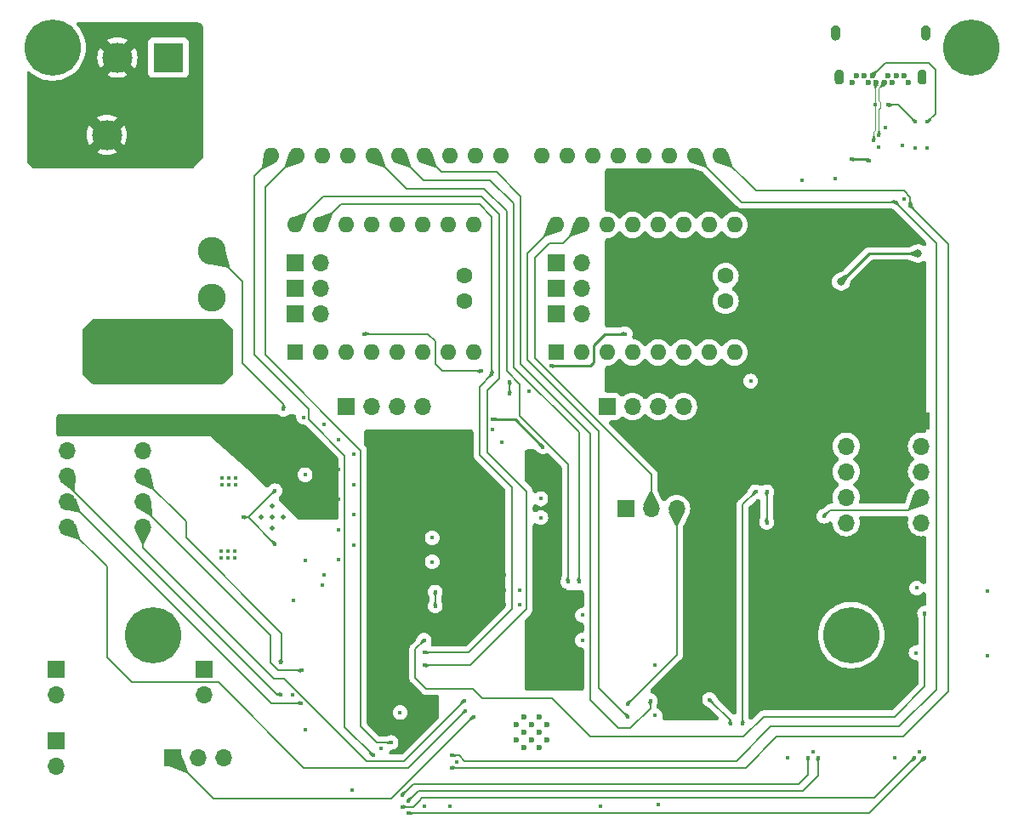
<source format=gbr>
%TF.GenerationSoftware,KiCad,Pcbnew,7.0.1*%
%TF.CreationDate,2023-06-08T02:49:51+01:00*%
%TF.ProjectId,DE10-lite_shield,44453130-2d6c-4697-9465-5f736869656c,rev?*%
%TF.SameCoordinates,Original*%
%TF.FileFunction,Copper,L4,Bot*%
%TF.FilePolarity,Positive*%
%FSLAX46Y46*%
G04 Gerber Fmt 4.6, Leading zero omitted, Abs format (unit mm)*
G04 Created by KiCad (PCBNEW 7.0.1) date 2023-06-08 02:49:51*
%MOMM*%
%LPD*%
G01*
G04 APERTURE LIST*
%TA.AperFunction,EtchedComponent*%
%ADD10C,0.010000*%
%TD*%
%TA.AperFunction,ComponentPad*%
%ADD11R,1.700000X1.700000*%
%TD*%
%TA.AperFunction,ComponentPad*%
%ADD12O,1.700000X1.700000*%
%TD*%
%TA.AperFunction,ComponentPad*%
%ADD13R,1.600000X1.600000*%
%TD*%
%TA.AperFunction,ComponentPad*%
%ADD14O,1.600000X1.600000*%
%TD*%
%TA.AperFunction,ComponentPad*%
%ADD15C,0.600000*%
%TD*%
%TA.AperFunction,ComponentPad*%
%ADD16O,0.600000X1.200000*%
%TD*%
%TA.AperFunction,ComponentPad*%
%ADD17C,5.600000*%
%TD*%
%TA.AperFunction,ComponentPad*%
%ADD18R,3.000000X3.000000*%
%TD*%
%TA.AperFunction,ComponentPad*%
%ADD19C,3.000000*%
%TD*%
%TA.AperFunction,ComponentPad*%
%ADD20C,1.600000*%
%TD*%
%TA.AperFunction,ComponentPad*%
%ADD21C,0.499999*%
%TD*%
%TA.AperFunction,HeatsinkPad*%
%ADD22C,0.600000*%
%TD*%
%TA.AperFunction,ComponentPad*%
%ADD23C,2.781000*%
%TD*%
%TA.AperFunction,ViaPad*%
%ADD24C,0.450000*%
%TD*%
%TA.AperFunction,ViaPad*%
%ADD25C,0.800000*%
%TD*%
%TA.AperFunction,Conductor*%
%ADD26C,0.200000*%
%TD*%
%TA.AperFunction,Conductor*%
%ADD27C,0.250000*%
%TD*%
%TA.AperFunction,Conductor*%
%ADD28C,0.150000*%
%TD*%
%TA.AperFunction,Conductor*%
%ADD29C,0.100000*%
%TD*%
G04 APERTURE END LIST*
%TO.C,J4*%
D10*
X189911000Y-50801000D02*
X189932000Y-50802000D01*
X189953000Y-50805000D01*
X189973000Y-50809000D01*
X189994000Y-50814000D01*
X190014000Y-50820000D01*
X190033000Y-50827000D01*
X190053000Y-50835000D01*
X190072000Y-50844000D01*
X190090000Y-50854000D01*
X190108000Y-50865000D01*
X190125000Y-50876000D01*
X190142000Y-50889000D01*
X190158000Y-50903000D01*
X190173000Y-50917000D01*
X190187000Y-50932000D01*
X190201000Y-50948000D01*
X190214000Y-50965000D01*
X190225000Y-50982000D01*
X190236000Y-51000000D01*
X190246000Y-51018000D01*
X190255000Y-51037000D01*
X190263000Y-51057000D01*
X190270000Y-51076000D01*
X190276000Y-51096000D01*
X190281000Y-51117000D01*
X190285000Y-51137000D01*
X190288000Y-51158000D01*
X190289000Y-51179000D01*
X190290000Y-51200000D01*
X190290000Y-51800000D01*
X190289000Y-51821000D01*
X190288000Y-51842000D01*
X190285000Y-51863000D01*
X190281000Y-51883000D01*
X190276000Y-51904000D01*
X190270000Y-51924000D01*
X190263000Y-51943000D01*
X190255000Y-51963000D01*
X190246000Y-51982000D01*
X190236000Y-52000000D01*
X190225000Y-52018000D01*
X190214000Y-52035000D01*
X190201000Y-52052000D01*
X190187000Y-52068000D01*
X190173000Y-52083000D01*
X190158000Y-52097000D01*
X190142000Y-52111000D01*
X190125000Y-52124000D01*
X190108000Y-52135000D01*
X190090000Y-52146000D01*
X190072000Y-52156000D01*
X190053000Y-52165000D01*
X190033000Y-52173000D01*
X190014000Y-52180000D01*
X189994000Y-52186000D01*
X189973000Y-52191000D01*
X189953000Y-52195000D01*
X189932000Y-52198000D01*
X189911000Y-52199000D01*
X189890000Y-52200000D01*
X189869000Y-52199000D01*
X189848000Y-52198000D01*
X189827000Y-52195000D01*
X189807000Y-52191000D01*
X189786000Y-52186000D01*
X189766000Y-52180000D01*
X189747000Y-52173000D01*
X189727000Y-52165000D01*
X189708000Y-52156000D01*
X189690000Y-52146000D01*
X189672000Y-52135000D01*
X189655000Y-52124000D01*
X189638000Y-52111000D01*
X189622000Y-52097000D01*
X189607000Y-52083000D01*
X189593000Y-52068000D01*
X189579000Y-52052000D01*
X189566000Y-52035000D01*
X189555000Y-52018000D01*
X189544000Y-52000000D01*
X189534000Y-51982000D01*
X189525000Y-51963000D01*
X189517000Y-51943000D01*
X189510000Y-51924000D01*
X189504000Y-51904000D01*
X189499000Y-51883000D01*
X189495000Y-51863000D01*
X189492000Y-51842000D01*
X189491000Y-51821000D01*
X189490000Y-51800000D01*
X189490000Y-51200000D01*
X189491000Y-51179000D01*
X189492000Y-51158000D01*
X189495000Y-51137000D01*
X189499000Y-51117000D01*
X189504000Y-51096000D01*
X189510000Y-51076000D01*
X189517000Y-51057000D01*
X189525000Y-51037000D01*
X189534000Y-51018000D01*
X189544000Y-51000000D01*
X189555000Y-50982000D01*
X189566000Y-50965000D01*
X189579000Y-50948000D01*
X189593000Y-50932000D01*
X189607000Y-50917000D01*
X189622000Y-50903000D01*
X189638000Y-50889000D01*
X189655000Y-50876000D01*
X189672000Y-50865000D01*
X189690000Y-50854000D01*
X189708000Y-50844000D01*
X189727000Y-50835000D01*
X189747000Y-50827000D01*
X189766000Y-50820000D01*
X189786000Y-50814000D01*
X189807000Y-50809000D01*
X189827000Y-50805000D01*
X189848000Y-50802000D01*
X189869000Y-50801000D01*
X189890000Y-50800000D01*
X189911000Y-50801000D01*
%TA.AperFunction,EtchedComponent*%
G36*
X189911000Y-50801000D02*
G01*
X189932000Y-50802000D01*
X189953000Y-50805000D01*
X189973000Y-50809000D01*
X189994000Y-50814000D01*
X190014000Y-50820000D01*
X190033000Y-50827000D01*
X190053000Y-50835000D01*
X190072000Y-50844000D01*
X190090000Y-50854000D01*
X190108000Y-50865000D01*
X190125000Y-50876000D01*
X190142000Y-50889000D01*
X190158000Y-50903000D01*
X190173000Y-50917000D01*
X190187000Y-50932000D01*
X190201000Y-50948000D01*
X190214000Y-50965000D01*
X190225000Y-50982000D01*
X190236000Y-51000000D01*
X190246000Y-51018000D01*
X190255000Y-51037000D01*
X190263000Y-51057000D01*
X190270000Y-51076000D01*
X190276000Y-51096000D01*
X190281000Y-51117000D01*
X190285000Y-51137000D01*
X190288000Y-51158000D01*
X190289000Y-51179000D01*
X190290000Y-51200000D01*
X190290000Y-51800000D01*
X190289000Y-51821000D01*
X190288000Y-51842000D01*
X190285000Y-51863000D01*
X190281000Y-51883000D01*
X190276000Y-51904000D01*
X190270000Y-51924000D01*
X190263000Y-51943000D01*
X190255000Y-51963000D01*
X190246000Y-51982000D01*
X190236000Y-52000000D01*
X190225000Y-52018000D01*
X190214000Y-52035000D01*
X190201000Y-52052000D01*
X190187000Y-52068000D01*
X190173000Y-52083000D01*
X190158000Y-52097000D01*
X190142000Y-52111000D01*
X190125000Y-52124000D01*
X190108000Y-52135000D01*
X190090000Y-52146000D01*
X190072000Y-52156000D01*
X190053000Y-52165000D01*
X190033000Y-52173000D01*
X190014000Y-52180000D01*
X189994000Y-52186000D01*
X189973000Y-52191000D01*
X189953000Y-52195000D01*
X189932000Y-52198000D01*
X189911000Y-52199000D01*
X189890000Y-52200000D01*
X189869000Y-52199000D01*
X189848000Y-52198000D01*
X189827000Y-52195000D01*
X189807000Y-52191000D01*
X189786000Y-52186000D01*
X189766000Y-52180000D01*
X189747000Y-52173000D01*
X189727000Y-52165000D01*
X189708000Y-52156000D01*
X189690000Y-52146000D01*
X189672000Y-52135000D01*
X189655000Y-52124000D01*
X189638000Y-52111000D01*
X189622000Y-52097000D01*
X189607000Y-52083000D01*
X189593000Y-52068000D01*
X189579000Y-52052000D01*
X189566000Y-52035000D01*
X189555000Y-52018000D01*
X189544000Y-52000000D01*
X189534000Y-51982000D01*
X189525000Y-51963000D01*
X189517000Y-51943000D01*
X189510000Y-51924000D01*
X189504000Y-51904000D01*
X189499000Y-51883000D01*
X189495000Y-51863000D01*
X189492000Y-51842000D01*
X189491000Y-51821000D01*
X189490000Y-51800000D01*
X189490000Y-51200000D01*
X189491000Y-51179000D01*
X189492000Y-51158000D01*
X189495000Y-51137000D01*
X189499000Y-51117000D01*
X189504000Y-51096000D01*
X189510000Y-51076000D01*
X189517000Y-51057000D01*
X189525000Y-51037000D01*
X189534000Y-51018000D01*
X189544000Y-51000000D01*
X189555000Y-50982000D01*
X189566000Y-50965000D01*
X189579000Y-50948000D01*
X189593000Y-50932000D01*
X189607000Y-50917000D01*
X189622000Y-50903000D01*
X189638000Y-50889000D01*
X189655000Y-50876000D01*
X189672000Y-50865000D01*
X189690000Y-50854000D01*
X189708000Y-50844000D01*
X189727000Y-50835000D01*
X189747000Y-50827000D01*
X189766000Y-50820000D01*
X189786000Y-50814000D01*
X189807000Y-50809000D01*
X189827000Y-50805000D01*
X189848000Y-50802000D01*
X189869000Y-50801000D01*
X189890000Y-50800000D01*
X189911000Y-50801000D01*
G37*
%TD.AperFunction*%
X189551000Y-55201000D02*
X189572000Y-55202000D01*
X189593000Y-55205000D01*
X189613000Y-55209000D01*
X189634000Y-55214000D01*
X189654000Y-55220000D01*
X189673000Y-55227000D01*
X189693000Y-55235000D01*
X189712000Y-55244000D01*
X189730000Y-55254000D01*
X189748000Y-55265000D01*
X189765000Y-55276000D01*
X189782000Y-55289000D01*
X189798000Y-55303000D01*
X189813000Y-55317000D01*
X189827000Y-55332000D01*
X189841000Y-55348000D01*
X189854000Y-55365000D01*
X189865000Y-55382000D01*
X189876000Y-55400000D01*
X189886000Y-55418000D01*
X189895000Y-55437000D01*
X189903000Y-55457000D01*
X189910000Y-55476000D01*
X189916000Y-55496000D01*
X189921000Y-55517000D01*
X189925000Y-55537000D01*
X189928000Y-55558000D01*
X189929000Y-55579000D01*
X189930000Y-55600000D01*
X189930000Y-56200000D01*
X189929000Y-56221000D01*
X189928000Y-56242000D01*
X189925000Y-56263000D01*
X189921000Y-56283000D01*
X189916000Y-56304000D01*
X189910000Y-56324000D01*
X189903000Y-56343000D01*
X189895000Y-56363000D01*
X189886000Y-56382000D01*
X189876000Y-56400000D01*
X189865000Y-56418000D01*
X189854000Y-56435000D01*
X189841000Y-56452000D01*
X189827000Y-56468000D01*
X189813000Y-56483000D01*
X189798000Y-56497000D01*
X189782000Y-56511000D01*
X189765000Y-56524000D01*
X189748000Y-56535000D01*
X189730000Y-56546000D01*
X189712000Y-56556000D01*
X189693000Y-56565000D01*
X189673000Y-56573000D01*
X189654000Y-56580000D01*
X189634000Y-56586000D01*
X189613000Y-56591000D01*
X189593000Y-56595000D01*
X189572000Y-56598000D01*
X189551000Y-56599000D01*
X189530000Y-56600000D01*
X189509000Y-56599000D01*
X189488000Y-56598000D01*
X189467000Y-56595000D01*
X189447000Y-56591000D01*
X189426000Y-56586000D01*
X189406000Y-56580000D01*
X189387000Y-56573000D01*
X189367000Y-56565000D01*
X189348000Y-56556000D01*
X189330000Y-56546000D01*
X189312000Y-56535000D01*
X189295000Y-56524000D01*
X189278000Y-56511000D01*
X189262000Y-56497000D01*
X189247000Y-56483000D01*
X189233000Y-56468000D01*
X189219000Y-56452000D01*
X189206000Y-56435000D01*
X189195000Y-56418000D01*
X189184000Y-56400000D01*
X189174000Y-56382000D01*
X189165000Y-56363000D01*
X189157000Y-56343000D01*
X189150000Y-56324000D01*
X189144000Y-56304000D01*
X189139000Y-56283000D01*
X189135000Y-56263000D01*
X189132000Y-56242000D01*
X189131000Y-56221000D01*
X189130000Y-56200000D01*
X189130000Y-55600000D01*
X189131000Y-55579000D01*
X189132000Y-55558000D01*
X189135000Y-55537000D01*
X189139000Y-55517000D01*
X189144000Y-55496000D01*
X189150000Y-55476000D01*
X189157000Y-55457000D01*
X189165000Y-55437000D01*
X189174000Y-55418000D01*
X189184000Y-55400000D01*
X189195000Y-55382000D01*
X189206000Y-55365000D01*
X189219000Y-55348000D01*
X189233000Y-55332000D01*
X189247000Y-55317000D01*
X189262000Y-55303000D01*
X189278000Y-55289000D01*
X189295000Y-55276000D01*
X189312000Y-55265000D01*
X189330000Y-55254000D01*
X189348000Y-55244000D01*
X189367000Y-55235000D01*
X189387000Y-55227000D01*
X189406000Y-55220000D01*
X189426000Y-55214000D01*
X189447000Y-55209000D01*
X189467000Y-55205000D01*
X189488000Y-55202000D01*
X189509000Y-55201000D01*
X189530000Y-55200000D01*
X189551000Y-55201000D01*
%TA.AperFunction,EtchedComponent*%
G36*
X189551000Y-55201000D02*
G01*
X189572000Y-55202000D01*
X189593000Y-55205000D01*
X189613000Y-55209000D01*
X189634000Y-55214000D01*
X189654000Y-55220000D01*
X189673000Y-55227000D01*
X189693000Y-55235000D01*
X189712000Y-55244000D01*
X189730000Y-55254000D01*
X189748000Y-55265000D01*
X189765000Y-55276000D01*
X189782000Y-55289000D01*
X189798000Y-55303000D01*
X189813000Y-55317000D01*
X189827000Y-55332000D01*
X189841000Y-55348000D01*
X189854000Y-55365000D01*
X189865000Y-55382000D01*
X189876000Y-55400000D01*
X189886000Y-55418000D01*
X189895000Y-55437000D01*
X189903000Y-55457000D01*
X189910000Y-55476000D01*
X189916000Y-55496000D01*
X189921000Y-55517000D01*
X189925000Y-55537000D01*
X189928000Y-55558000D01*
X189929000Y-55579000D01*
X189930000Y-55600000D01*
X189930000Y-56200000D01*
X189929000Y-56221000D01*
X189928000Y-56242000D01*
X189925000Y-56263000D01*
X189921000Y-56283000D01*
X189916000Y-56304000D01*
X189910000Y-56324000D01*
X189903000Y-56343000D01*
X189895000Y-56363000D01*
X189886000Y-56382000D01*
X189876000Y-56400000D01*
X189865000Y-56418000D01*
X189854000Y-56435000D01*
X189841000Y-56452000D01*
X189827000Y-56468000D01*
X189813000Y-56483000D01*
X189798000Y-56497000D01*
X189782000Y-56511000D01*
X189765000Y-56524000D01*
X189748000Y-56535000D01*
X189730000Y-56546000D01*
X189712000Y-56556000D01*
X189693000Y-56565000D01*
X189673000Y-56573000D01*
X189654000Y-56580000D01*
X189634000Y-56586000D01*
X189613000Y-56591000D01*
X189593000Y-56595000D01*
X189572000Y-56598000D01*
X189551000Y-56599000D01*
X189530000Y-56600000D01*
X189509000Y-56599000D01*
X189488000Y-56598000D01*
X189467000Y-56595000D01*
X189447000Y-56591000D01*
X189426000Y-56586000D01*
X189406000Y-56580000D01*
X189387000Y-56573000D01*
X189367000Y-56565000D01*
X189348000Y-56556000D01*
X189330000Y-56546000D01*
X189312000Y-56535000D01*
X189295000Y-56524000D01*
X189278000Y-56511000D01*
X189262000Y-56497000D01*
X189247000Y-56483000D01*
X189233000Y-56468000D01*
X189219000Y-56452000D01*
X189206000Y-56435000D01*
X189195000Y-56418000D01*
X189184000Y-56400000D01*
X189174000Y-56382000D01*
X189165000Y-56363000D01*
X189157000Y-56343000D01*
X189150000Y-56324000D01*
X189144000Y-56304000D01*
X189139000Y-56283000D01*
X189135000Y-56263000D01*
X189132000Y-56242000D01*
X189131000Y-56221000D01*
X189130000Y-56200000D01*
X189130000Y-55600000D01*
X189131000Y-55579000D01*
X189132000Y-55558000D01*
X189135000Y-55537000D01*
X189139000Y-55517000D01*
X189144000Y-55496000D01*
X189150000Y-55476000D01*
X189157000Y-55457000D01*
X189165000Y-55437000D01*
X189174000Y-55418000D01*
X189184000Y-55400000D01*
X189195000Y-55382000D01*
X189206000Y-55365000D01*
X189219000Y-55348000D01*
X189233000Y-55332000D01*
X189247000Y-55317000D01*
X189262000Y-55303000D01*
X189278000Y-55289000D01*
X189295000Y-55276000D01*
X189312000Y-55265000D01*
X189330000Y-55254000D01*
X189348000Y-55244000D01*
X189367000Y-55235000D01*
X189387000Y-55227000D01*
X189406000Y-55220000D01*
X189426000Y-55214000D01*
X189447000Y-55209000D01*
X189467000Y-55205000D01*
X189488000Y-55202000D01*
X189509000Y-55201000D01*
X189530000Y-55200000D01*
X189551000Y-55201000D01*
G37*
%TD.AperFunction*%
X181291000Y-55201000D02*
X181312000Y-55202000D01*
X181333000Y-55205000D01*
X181353000Y-55209000D01*
X181374000Y-55214000D01*
X181394000Y-55220000D01*
X181413000Y-55227000D01*
X181433000Y-55235000D01*
X181452000Y-55244000D01*
X181470000Y-55254000D01*
X181488000Y-55265000D01*
X181505000Y-55276000D01*
X181522000Y-55289000D01*
X181538000Y-55303000D01*
X181553000Y-55317000D01*
X181567000Y-55332000D01*
X181581000Y-55348000D01*
X181594000Y-55365000D01*
X181605000Y-55382000D01*
X181616000Y-55400000D01*
X181626000Y-55418000D01*
X181635000Y-55437000D01*
X181643000Y-55457000D01*
X181650000Y-55476000D01*
X181656000Y-55496000D01*
X181661000Y-55517000D01*
X181665000Y-55537000D01*
X181668000Y-55558000D01*
X181669000Y-55579000D01*
X181670000Y-55600000D01*
X181670000Y-56200000D01*
X181669000Y-56221000D01*
X181668000Y-56242000D01*
X181665000Y-56263000D01*
X181661000Y-56283000D01*
X181656000Y-56304000D01*
X181650000Y-56324000D01*
X181643000Y-56343000D01*
X181635000Y-56363000D01*
X181626000Y-56382000D01*
X181616000Y-56400000D01*
X181605000Y-56418000D01*
X181594000Y-56435000D01*
X181581000Y-56452000D01*
X181567000Y-56468000D01*
X181553000Y-56483000D01*
X181538000Y-56497000D01*
X181522000Y-56511000D01*
X181505000Y-56524000D01*
X181488000Y-56535000D01*
X181470000Y-56546000D01*
X181452000Y-56556000D01*
X181433000Y-56565000D01*
X181413000Y-56573000D01*
X181394000Y-56580000D01*
X181374000Y-56586000D01*
X181353000Y-56591000D01*
X181333000Y-56595000D01*
X181312000Y-56598000D01*
X181291000Y-56599000D01*
X181270000Y-56600000D01*
X181249000Y-56599000D01*
X181228000Y-56598000D01*
X181207000Y-56595000D01*
X181187000Y-56591000D01*
X181166000Y-56586000D01*
X181146000Y-56580000D01*
X181127000Y-56573000D01*
X181107000Y-56565000D01*
X181088000Y-56556000D01*
X181070000Y-56546000D01*
X181052000Y-56535000D01*
X181035000Y-56524000D01*
X181018000Y-56511000D01*
X181002000Y-56497000D01*
X180987000Y-56483000D01*
X180973000Y-56468000D01*
X180959000Y-56452000D01*
X180946000Y-56435000D01*
X180935000Y-56418000D01*
X180924000Y-56400000D01*
X180914000Y-56382000D01*
X180905000Y-56363000D01*
X180897000Y-56343000D01*
X180890000Y-56324000D01*
X180884000Y-56304000D01*
X180879000Y-56283000D01*
X180875000Y-56263000D01*
X180872000Y-56242000D01*
X180871000Y-56221000D01*
X180870000Y-56200000D01*
X180870000Y-55600000D01*
X180871000Y-55579000D01*
X180872000Y-55558000D01*
X180875000Y-55537000D01*
X180879000Y-55517000D01*
X180884000Y-55496000D01*
X180890000Y-55476000D01*
X180897000Y-55457000D01*
X180905000Y-55437000D01*
X180914000Y-55418000D01*
X180924000Y-55400000D01*
X180935000Y-55382000D01*
X180946000Y-55365000D01*
X180959000Y-55348000D01*
X180973000Y-55332000D01*
X180987000Y-55317000D01*
X181002000Y-55303000D01*
X181018000Y-55289000D01*
X181035000Y-55276000D01*
X181052000Y-55265000D01*
X181070000Y-55254000D01*
X181088000Y-55244000D01*
X181107000Y-55235000D01*
X181127000Y-55227000D01*
X181146000Y-55220000D01*
X181166000Y-55214000D01*
X181187000Y-55209000D01*
X181207000Y-55205000D01*
X181228000Y-55202000D01*
X181249000Y-55201000D01*
X181270000Y-55200000D01*
X181291000Y-55201000D01*
%TA.AperFunction,EtchedComponent*%
G36*
X181291000Y-55201000D02*
G01*
X181312000Y-55202000D01*
X181333000Y-55205000D01*
X181353000Y-55209000D01*
X181374000Y-55214000D01*
X181394000Y-55220000D01*
X181413000Y-55227000D01*
X181433000Y-55235000D01*
X181452000Y-55244000D01*
X181470000Y-55254000D01*
X181488000Y-55265000D01*
X181505000Y-55276000D01*
X181522000Y-55289000D01*
X181538000Y-55303000D01*
X181553000Y-55317000D01*
X181567000Y-55332000D01*
X181581000Y-55348000D01*
X181594000Y-55365000D01*
X181605000Y-55382000D01*
X181616000Y-55400000D01*
X181626000Y-55418000D01*
X181635000Y-55437000D01*
X181643000Y-55457000D01*
X181650000Y-55476000D01*
X181656000Y-55496000D01*
X181661000Y-55517000D01*
X181665000Y-55537000D01*
X181668000Y-55558000D01*
X181669000Y-55579000D01*
X181670000Y-55600000D01*
X181670000Y-56200000D01*
X181669000Y-56221000D01*
X181668000Y-56242000D01*
X181665000Y-56263000D01*
X181661000Y-56283000D01*
X181656000Y-56304000D01*
X181650000Y-56324000D01*
X181643000Y-56343000D01*
X181635000Y-56363000D01*
X181626000Y-56382000D01*
X181616000Y-56400000D01*
X181605000Y-56418000D01*
X181594000Y-56435000D01*
X181581000Y-56452000D01*
X181567000Y-56468000D01*
X181553000Y-56483000D01*
X181538000Y-56497000D01*
X181522000Y-56511000D01*
X181505000Y-56524000D01*
X181488000Y-56535000D01*
X181470000Y-56546000D01*
X181452000Y-56556000D01*
X181433000Y-56565000D01*
X181413000Y-56573000D01*
X181394000Y-56580000D01*
X181374000Y-56586000D01*
X181353000Y-56591000D01*
X181333000Y-56595000D01*
X181312000Y-56598000D01*
X181291000Y-56599000D01*
X181270000Y-56600000D01*
X181249000Y-56599000D01*
X181228000Y-56598000D01*
X181207000Y-56595000D01*
X181187000Y-56591000D01*
X181166000Y-56586000D01*
X181146000Y-56580000D01*
X181127000Y-56573000D01*
X181107000Y-56565000D01*
X181088000Y-56556000D01*
X181070000Y-56546000D01*
X181052000Y-56535000D01*
X181035000Y-56524000D01*
X181018000Y-56511000D01*
X181002000Y-56497000D01*
X180987000Y-56483000D01*
X180973000Y-56468000D01*
X180959000Y-56452000D01*
X180946000Y-56435000D01*
X180935000Y-56418000D01*
X180924000Y-56400000D01*
X180914000Y-56382000D01*
X180905000Y-56363000D01*
X180897000Y-56343000D01*
X180890000Y-56324000D01*
X180884000Y-56304000D01*
X180879000Y-56283000D01*
X180875000Y-56263000D01*
X180872000Y-56242000D01*
X180871000Y-56221000D01*
X180870000Y-56200000D01*
X180870000Y-55600000D01*
X180871000Y-55579000D01*
X180872000Y-55558000D01*
X180875000Y-55537000D01*
X180879000Y-55517000D01*
X180884000Y-55496000D01*
X180890000Y-55476000D01*
X180897000Y-55457000D01*
X180905000Y-55437000D01*
X180914000Y-55418000D01*
X180924000Y-55400000D01*
X180935000Y-55382000D01*
X180946000Y-55365000D01*
X180959000Y-55348000D01*
X180973000Y-55332000D01*
X180987000Y-55317000D01*
X181002000Y-55303000D01*
X181018000Y-55289000D01*
X181035000Y-55276000D01*
X181052000Y-55265000D01*
X181070000Y-55254000D01*
X181088000Y-55244000D01*
X181107000Y-55235000D01*
X181127000Y-55227000D01*
X181146000Y-55220000D01*
X181166000Y-55214000D01*
X181187000Y-55209000D01*
X181207000Y-55205000D01*
X181228000Y-55202000D01*
X181249000Y-55201000D01*
X181270000Y-55200000D01*
X181291000Y-55201000D01*
G37*
%TD.AperFunction*%
X180931000Y-50801000D02*
X180952000Y-50802000D01*
X180973000Y-50805000D01*
X180993000Y-50809000D01*
X181014000Y-50814000D01*
X181034000Y-50820000D01*
X181053000Y-50827000D01*
X181073000Y-50835000D01*
X181092000Y-50844000D01*
X181110000Y-50854000D01*
X181128000Y-50865000D01*
X181145000Y-50876000D01*
X181162000Y-50889000D01*
X181178000Y-50903000D01*
X181193000Y-50917000D01*
X181207000Y-50932000D01*
X181221000Y-50948000D01*
X181234000Y-50965000D01*
X181245000Y-50982000D01*
X181256000Y-51000000D01*
X181266000Y-51018000D01*
X181275000Y-51037000D01*
X181283000Y-51057000D01*
X181290000Y-51076000D01*
X181296000Y-51096000D01*
X181301000Y-51117000D01*
X181305000Y-51137000D01*
X181308000Y-51158000D01*
X181309000Y-51179000D01*
X181310000Y-51200000D01*
X181310000Y-51800000D01*
X181309000Y-51821000D01*
X181308000Y-51842000D01*
X181305000Y-51863000D01*
X181301000Y-51883000D01*
X181296000Y-51904000D01*
X181290000Y-51924000D01*
X181283000Y-51943000D01*
X181275000Y-51963000D01*
X181266000Y-51982000D01*
X181256000Y-52000000D01*
X181245000Y-52018000D01*
X181234000Y-52035000D01*
X181221000Y-52052000D01*
X181207000Y-52068000D01*
X181193000Y-52083000D01*
X181178000Y-52097000D01*
X181162000Y-52111000D01*
X181145000Y-52124000D01*
X181128000Y-52135000D01*
X181110000Y-52146000D01*
X181092000Y-52156000D01*
X181073000Y-52165000D01*
X181053000Y-52173000D01*
X181034000Y-52180000D01*
X181014000Y-52186000D01*
X180993000Y-52191000D01*
X180973000Y-52195000D01*
X180952000Y-52198000D01*
X180931000Y-52199000D01*
X180910000Y-52200000D01*
X180889000Y-52199000D01*
X180868000Y-52198000D01*
X180847000Y-52195000D01*
X180827000Y-52191000D01*
X180806000Y-52186000D01*
X180786000Y-52180000D01*
X180767000Y-52173000D01*
X180747000Y-52165000D01*
X180728000Y-52156000D01*
X180710000Y-52146000D01*
X180692000Y-52135000D01*
X180675000Y-52124000D01*
X180658000Y-52111000D01*
X180642000Y-52097000D01*
X180627000Y-52083000D01*
X180613000Y-52068000D01*
X180599000Y-52052000D01*
X180586000Y-52035000D01*
X180575000Y-52018000D01*
X180564000Y-52000000D01*
X180554000Y-51982000D01*
X180545000Y-51963000D01*
X180537000Y-51943000D01*
X180530000Y-51924000D01*
X180524000Y-51904000D01*
X180519000Y-51883000D01*
X180515000Y-51863000D01*
X180512000Y-51842000D01*
X180511000Y-51821000D01*
X180510000Y-51800000D01*
X180510000Y-51200000D01*
X180511000Y-51179000D01*
X180512000Y-51158000D01*
X180515000Y-51137000D01*
X180519000Y-51117000D01*
X180524000Y-51096000D01*
X180530000Y-51076000D01*
X180537000Y-51057000D01*
X180545000Y-51037000D01*
X180554000Y-51018000D01*
X180564000Y-51000000D01*
X180575000Y-50982000D01*
X180586000Y-50965000D01*
X180599000Y-50948000D01*
X180613000Y-50932000D01*
X180627000Y-50917000D01*
X180642000Y-50903000D01*
X180658000Y-50889000D01*
X180675000Y-50876000D01*
X180692000Y-50865000D01*
X180710000Y-50854000D01*
X180728000Y-50844000D01*
X180747000Y-50835000D01*
X180767000Y-50827000D01*
X180786000Y-50820000D01*
X180806000Y-50814000D01*
X180827000Y-50809000D01*
X180847000Y-50805000D01*
X180868000Y-50802000D01*
X180889000Y-50801000D01*
X180910000Y-50800000D01*
X180931000Y-50801000D01*
%TA.AperFunction,EtchedComponent*%
G36*
X180931000Y-50801000D02*
G01*
X180952000Y-50802000D01*
X180973000Y-50805000D01*
X180993000Y-50809000D01*
X181014000Y-50814000D01*
X181034000Y-50820000D01*
X181053000Y-50827000D01*
X181073000Y-50835000D01*
X181092000Y-50844000D01*
X181110000Y-50854000D01*
X181128000Y-50865000D01*
X181145000Y-50876000D01*
X181162000Y-50889000D01*
X181178000Y-50903000D01*
X181193000Y-50917000D01*
X181207000Y-50932000D01*
X181221000Y-50948000D01*
X181234000Y-50965000D01*
X181245000Y-50982000D01*
X181256000Y-51000000D01*
X181266000Y-51018000D01*
X181275000Y-51037000D01*
X181283000Y-51057000D01*
X181290000Y-51076000D01*
X181296000Y-51096000D01*
X181301000Y-51117000D01*
X181305000Y-51137000D01*
X181308000Y-51158000D01*
X181309000Y-51179000D01*
X181310000Y-51200000D01*
X181310000Y-51800000D01*
X181309000Y-51821000D01*
X181308000Y-51842000D01*
X181305000Y-51863000D01*
X181301000Y-51883000D01*
X181296000Y-51904000D01*
X181290000Y-51924000D01*
X181283000Y-51943000D01*
X181275000Y-51963000D01*
X181266000Y-51982000D01*
X181256000Y-52000000D01*
X181245000Y-52018000D01*
X181234000Y-52035000D01*
X181221000Y-52052000D01*
X181207000Y-52068000D01*
X181193000Y-52083000D01*
X181178000Y-52097000D01*
X181162000Y-52111000D01*
X181145000Y-52124000D01*
X181128000Y-52135000D01*
X181110000Y-52146000D01*
X181092000Y-52156000D01*
X181073000Y-52165000D01*
X181053000Y-52173000D01*
X181034000Y-52180000D01*
X181014000Y-52186000D01*
X180993000Y-52191000D01*
X180973000Y-52195000D01*
X180952000Y-52198000D01*
X180931000Y-52199000D01*
X180910000Y-52200000D01*
X180889000Y-52199000D01*
X180868000Y-52198000D01*
X180847000Y-52195000D01*
X180827000Y-52191000D01*
X180806000Y-52186000D01*
X180786000Y-52180000D01*
X180767000Y-52173000D01*
X180747000Y-52165000D01*
X180728000Y-52156000D01*
X180710000Y-52146000D01*
X180692000Y-52135000D01*
X180675000Y-52124000D01*
X180658000Y-52111000D01*
X180642000Y-52097000D01*
X180627000Y-52083000D01*
X180613000Y-52068000D01*
X180599000Y-52052000D01*
X180586000Y-52035000D01*
X180575000Y-52018000D01*
X180564000Y-52000000D01*
X180554000Y-51982000D01*
X180545000Y-51963000D01*
X180537000Y-51943000D01*
X180530000Y-51924000D01*
X180524000Y-51904000D01*
X180519000Y-51883000D01*
X180515000Y-51863000D01*
X180512000Y-51842000D01*
X180511000Y-51821000D01*
X180510000Y-51800000D01*
X180510000Y-51200000D01*
X180511000Y-51179000D01*
X180512000Y-51158000D01*
X180515000Y-51137000D01*
X180519000Y-51117000D01*
X180524000Y-51096000D01*
X180530000Y-51076000D01*
X180537000Y-51057000D01*
X180545000Y-51037000D01*
X180554000Y-51018000D01*
X180564000Y-51000000D01*
X180575000Y-50982000D01*
X180586000Y-50965000D01*
X180599000Y-50948000D01*
X180613000Y-50932000D01*
X180627000Y-50917000D01*
X180642000Y-50903000D01*
X180658000Y-50889000D01*
X180675000Y-50876000D01*
X180692000Y-50865000D01*
X180710000Y-50854000D01*
X180728000Y-50844000D01*
X180747000Y-50835000D01*
X180767000Y-50827000D01*
X180786000Y-50820000D01*
X180806000Y-50814000D01*
X180827000Y-50809000D01*
X180847000Y-50805000D01*
X180868000Y-50802000D01*
X180889000Y-50801000D01*
X180910000Y-50800000D01*
X180931000Y-50801000D01*
G37*
%TD.AperFunction*%
%TD*%
D11*
%TO.P,JP2,1,A*%
%TO.N,+3V3*%
X153125000Y-76980000D03*
D12*
%TO.P,JP2,2,B*%
%TO.N,/MOTOR2_MS2*%
X155665000Y-76980000D03*
%TD*%
D11*
%TO.P,J8,1,Pin_1*%
%TO.N,+3V3*%
X104500000Y-90585000D03*
D12*
%TO.P,J8,2,Pin_2*%
%TO.N,GND*%
X104500000Y-93125000D03*
%TO.P,J8,3,Pin_3*%
%TO.N,SCL3*%
X104500000Y-95665000D03*
%TO.P,J8,4,Pin_4*%
%TO.N,SDA3*%
X104500000Y-98205000D03*
%TO.P,J8,5,Pin_5*%
%TO.N,I2C3_INT*%
X104500000Y-100745000D03*
%TD*%
D11*
%TO.P,JP6,1,A*%
%TO.N,+3V3*%
X127125000Y-74430000D03*
D12*
%TO.P,JP6,2,B*%
%TO.N,/MOTOR1_MS3*%
X129665000Y-74430000D03*
%TD*%
D13*
%TO.P,A3,1,GND*%
%TO.N,GND*%
X153110000Y-83340000D03*
D14*
%TO.P,A3,2,VDD*%
%TO.N,+3V3*%
X155650000Y-83340000D03*
%TO.P,A3,3,1B*%
%TO.N,/MOTOR2_1B*%
X158190000Y-83340000D03*
%TO.P,A3,4,1A*%
%TO.N,/MOTOR2_1A*%
X160730000Y-83340000D03*
%TO.P,A3,5,2A*%
%TO.N,/MOTOR2_2A*%
X163270000Y-83340000D03*
%TO.P,A3,6,2B*%
%TO.N,/MOTOR2_2B*%
X165810000Y-83340000D03*
%TO.P,A3,7,GND*%
%TO.N,GND*%
X168350000Y-83340000D03*
%TO.P,A3,8,VMOT*%
%TO.N,+BATT*%
X170890000Y-83340000D03*
%TO.P,A3,9,~{ENABLE}*%
%TO.N,MOTOR_EN*%
X170890000Y-70640000D03*
%TO.P,A3,10,MS1*%
%TO.N,/MOTOR2_MS1*%
X168350000Y-70640000D03*
%TO.P,A3,11,MS2*%
%TO.N,/MOTOR2_MS2*%
X165810000Y-70640000D03*
%TO.P,A3,12,MS3*%
%TO.N,/MOTOR2_MS3*%
X163270000Y-70640000D03*
%TO.P,A3,13,~{RESET}*%
%TO.N,/MOTOR2_RST*%
X160730000Y-70640000D03*
%TO.P,A3,14,~{SLEEP}*%
X158190000Y-70640000D03*
%TO.P,A3,15,STEP*%
%TO.N,MOTOR2_STEP_IN*%
X155650000Y-70640000D03*
%TO.P,A3,16,DIR*%
%TO.N,MOTOR2_DIR*%
X153110000Y-70640000D03*
%TD*%
D11*
%TO.P,JP4,1,A*%
%TO.N,+3V3*%
X127125000Y-79530000D03*
D12*
%TO.P,JP4,2,B*%
%TO.N,/MOTOR1_MS1*%
X129665000Y-79530000D03*
%TD*%
D15*
%TO.P,J4,B1,GND*%
%TO.N,GND*%
X182600000Y-56490000D03*
%TO.P,J4,B2,TX2+*%
%TO.N,unconnected-(J4-TX2+-PadB2)*%
X183000000Y-55790000D03*
%TO.P,J4,B3,TX2-*%
%TO.N,unconnected-(J4-TX2--PadB3)*%
X183800000Y-55790000D03*
%TO.P,J4,B4,VBUS*%
%TO.N,VBUS*%
X184200000Y-56490000D03*
%TO.P,J4,B5,CC2*%
%TO.N,/CC2*%
X184600000Y-55790000D03*
%TO.P,J4,B6,D+*%
%TO.N,/DP*%
X185000000Y-56490000D03*
%TO.P,J4,B7,D-*%
%TO.N,/DN*%
X185800000Y-56490000D03*
%TO.P,J4,B8,SBU2*%
%TO.N,unconnected-(J4-SBU2-PadB8)*%
X186200000Y-55790000D03*
%TO.P,J4,B9,VBUS*%
%TO.N,VBUS*%
X186600000Y-56490000D03*
%TO.P,J4,B10,RX1-*%
%TO.N,unconnected-(J4-RX1--PadB10)*%
X187000000Y-55790000D03*
%TO.P,J4,B11,RX1+*%
%TO.N,unconnected-(J4-RX1+-PadB11)*%
X187800000Y-55790000D03*
%TO.P,J4,B12,GND*%
%TO.N,GND*%
X188200000Y-56490000D03*
D16*
%TO.P,J4,S1,SHIELD*%
X189530000Y-55900000D03*
%TO.P,J4,S2,SHIELD*%
X181270000Y-55900000D03*
%TO.P,J4,S3,SHIELD*%
X189890000Y-51500000D03*
%TO.P,J4,S4,SHIELD*%
X180910000Y-51500000D03*
%TD*%
D11*
%TO.P,JP9,1,A*%
%TO.N,MOTOR1_STEP*%
X160060000Y-98900000D03*
D12*
%TO.P,JP9,2,C*%
%TO.N,MOTOR2_STEP_IN*%
X162600000Y-98900000D03*
%TO.P,JP9,3,B*%
%TO.N,MOTOR2_STEP*%
X165140000Y-98900000D03*
%TD*%
D11*
%TO.P,J7,1,Pin_1*%
%TO.N,+3V3*%
X112000000Y-90590000D03*
D12*
%TO.P,J7,2,Pin_2*%
%TO.N,GND*%
X112000000Y-93130000D03*
%TO.P,J7,3,Pin_3*%
%TO.N,SCL2*%
X112000000Y-95670000D03*
%TO.P,J7,4,Pin_4*%
%TO.N,SDA2*%
X112000000Y-98210000D03*
%TO.P,J7,5,Pin_5*%
%TO.N,I2C2_INT*%
X112000000Y-100750000D03*
%TD*%
D11*
%TO.P,JP1,1,A*%
%TO.N,+3V3*%
X153125000Y-79530000D03*
D12*
%TO.P,JP1,2,B*%
%TO.N,/MOTOR2_MS1*%
X155665000Y-79530000D03*
%TD*%
D11*
%TO.P,JP5,1,A*%
%TO.N,+3V3*%
X127125000Y-76980000D03*
D12*
%TO.P,JP5,2,B*%
%TO.N,/MOTOR1_MS2*%
X129665000Y-76980000D03*
%TD*%
D11*
%TO.P,J9,1,Pin_1*%
%TO.N,SERVO*%
X114960000Y-123700000D03*
D12*
%TO.P,J9,2,Pin_2*%
%TO.N,+5V*%
X117500000Y-123700000D03*
%TO.P,J9,3,Pin_3*%
%TO.N,GND*%
X120040000Y-123700000D03*
%TD*%
D17*
%TO.P,H2,1,1*%
%TO.N,GND*%
X194500000Y-53000000D03*
%TD*%
D11*
%TO.P,JP3,1,A*%
%TO.N,+3V3*%
X153125000Y-74430000D03*
D12*
%TO.P,JP3,2,B*%
%TO.N,/MOTOR2_MS3*%
X155665000Y-74430000D03*
%TD*%
D17*
%TO.P,H4,1,1*%
%TO.N,GND*%
X182500000Y-111500000D03*
%TD*%
D18*
%TO.P,J3,1,Pin_1*%
%TO.N,GND*%
X114540000Y-54000000D03*
D19*
%TO.P,J3,2,Pin_2*%
%TO.N,/VIN*%
X109460000Y-54000000D03*
%TD*%
D20*
%TO.P,C1,1*%
%TO.N,+BATT*%
X144000000Y-78230000D03*
%TO.P,C1,2*%
%TO.N,GND*%
X144000000Y-75730000D03*
%TD*%
D19*
%TO.P,F1,1*%
%TO.N,/VIN*%
X108400000Y-61700000D03*
%TO.P,F1,2*%
%TO.N,/VIN_FUSED*%
X108400000Y-84200000D03*
%TD*%
D13*
%TO.P,A2,1,GND*%
%TO.N,GND*%
X127110000Y-83340000D03*
D14*
%TO.P,A2,2,VDD*%
%TO.N,+3V3*%
X129650000Y-83340000D03*
%TO.P,A2,3,1B*%
%TO.N,/MOTOR1_1B*%
X132190000Y-83340000D03*
%TO.P,A2,4,1A*%
%TO.N,/MOTOR1_1A*%
X134730000Y-83340000D03*
%TO.P,A2,5,2A*%
%TO.N,/MOTOR1_2A*%
X137270000Y-83340000D03*
%TO.P,A2,6,2B*%
%TO.N,/MOTOR1_2B*%
X139810000Y-83340000D03*
%TO.P,A2,7,GND*%
%TO.N,GND*%
X142350000Y-83340000D03*
%TO.P,A2,8,VMOT*%
%TO.N,+BATT*%
X144890000Y-83340000D03*
%TO.P,A2,9,~{ENABLE}*%
%TO.N,MOTOR_EN*%
X144890000Y-70640000D03*
%TO.P,A2,10,MS1*%
%TO.N,/MOTOR1_MS1*%
X142350000Y-70640000D03*
%TO.P,A2,11,MS2*%
%TO.N,/MOTOR1_MS2*%
X139810000Y-70640000D03*
%TO.P,A2,12,MS3*%
%TO.N,/MOTOR1_MS3*%
X137270000Y-70640000D03*
%TO.P,A2,13,~{RESET}*%
%TO.N,/MOTOR1_RST*%
X134730000Y-70640000D03*
%TO.P,A2,14,~{SLEEP}*%
X132190000Y-70640000D03*
%TO.P,A2,15,STEP*%
%TO.N,MOTOR1_STEP*%
X129650000Y-70640000D03*
%TO.P,A2,16,DIR*%
%TO.N,MOTOR1_DIR*%
X127110000Y-70640000D03*
%TD*%
D21*
%TO.P,U3,17,PAD*%
%TO.N,GND*%
X123725001Y-99772182D03*
X124825001Y-98672182D03*
X124825001Y-99772182D03*
X124825001Y-100872182D03*
X125925001Y-99772182D03*
%TD*%
D20*
%TO.P,C2,1*%
%TO.N,+BATT*%
X170000000Y-78230000D03*
%TO.P,C2,2*%
%TO.N,GND*%
X170000000Y-75730000D03*
%TD*%
D17*
%TO.P,H3,1,1*%
%TO.N,GND*%
X113000000Y-111500000D03*
%TD*%
D11*
%TO.P,J1,1,Pin_1*%
%TO.N,/MOTOR2_1B*%
X158200000Y-88730000D03*
D12*
%TO.P,J1,2,Pin_2*%
%TO.N,/MOTOR2_1A*%
X160740000Y-88730000D03*
%TO.P,J1,3,Pin_3*%
%TO.N,/MOTOR2_2A*%
X163280000Y-88730000D03*
%TO.P,J1,4,Pin_4*%
%TO.N,/MOTOR2_2B*%
X165820000Y-88730000D03*
%TD*%
D11*
%TO.P,J5,1,Pin_1*%
%TO.N,+3V3*%
X189500000Y-90130000D03*
D12*
%TO.P,J5,2,Pin_2*%
%TO.N,GND*%
X189500000Y-92670000D03*
%TO.P,J5,3,Pin_3*%
%TO.N,SCL0*%
X189500000Y-95210000D03*
%TO.P,J5,4,Pin_4*%
%TO.N,SDA0*%
X189500000Y-97750000D03*
%TO.P,J5,5,Pin_5*%
%TO.N,I2C0_INT*%
X189500000Y-100290000D03*
%TD*%
D11*
%TO.P,J2,1,Pin_1*%
%TO.N,/MOTOR1_1B*%
X132200000Y-88730000D03*
D12*
%TO.P,J2,2,Pin_2*%
%TO.N,/MOTOR1_1A*%
X134740000Y-88730000D03*
%TO.P,J2,3,Pin_3*%
%TO.N,/MOTOR1_2A*%
X137280000Y-88730000D03*
%TO.P,J2,4,Pin_4*%
%TO.N,/MOTOR1_2B*%
X139820000Y-88730000D03*
%TD*%
D17*
%TO.P,H1,1,1*%
%TO.N,GND*%
X103000000Y-53000000D03*
%TD*%
D22*
%TO.P,U1,39,GND*%
%TO.N,GND*%
X152250000Y-121932500D03*
X152250000Y-120407500D03*
X151487500Y-122695000D03*
X151487500Y-121170000D03*
X151487500Y-119645000D03*
X150725000Y-121932500D03*
X150725000Y-120407500D03*
X149962500Y-122695000D03*
X149962500Y-121170000D03*
X149962500Y-119645000D03*
X149200000Y-121932500D03*
X149200000Y-120407500D03*
%TD*%
D23*
%TO.P,SW1,1,A*%
%TO.N,/VIN_FUSED*%
X118850000Y-82599500D03*
%TO.P,SW1,2,B*%
%TO.N,+BATT*%
X118850000Y-77900500D03*
%TO.P,SW1,3,C*%
%TO.N,/SW3*%
X118850000Y-73201500D03*
%TD*%
D11*
%TO.P,J10,1,Pin_1*%
%TO.N,+5V*%
X103400000Y-114925000D03*
D12*
%TO.P,J10,2,Pin_2*%
%TO.N,GND*%
X103400000Y-117465000D03*
%TD*%
D11*
%TO.P,J10,1,Pin_1*%
%TO.N,+5V*%
X103400000Y-122025000D03*
D12*
%TO.P,J10,2,Pin_2*%
%TO.N,GND*%
X103400000Y-124565000D03*
%TD*%
D11*
%TO.P,J10,1,Pin_1*%
%TO.N,+5V*%
X118100000Y-114925000D03*
D12*
%TO.P,J10,2,Pin_2*%
%TO.N,GND*%
X118100000Y-117465000D03*
%TD*%
D11*
%TO.P,J6,1,Pin_1*%
%TO.N,+3V3*%
X182000000Y-90130000D03*
D12*
%TO.P,J6,2,Pin_2*%
%TO.N,GND*%
X182000000Y-92670000D03*
%TO.P,J6,3,Pin_3*%
%TO.N,SCL1*%
X182000000Y-95210000D03*
%TO.P,J6,4,Pin_4*%
%TO.N,SDA1*%
X182000000Y-97750000D03*
%TO.P,J6,5,Pin_5*%
%TO.N,I2C1_INT*%
X182000000Y-100290000D03*
%TD*%
D14*
%TO.P,A1,15,D0/RX*%
%TO.N,ESP32_TX*%
X169500000Y-63740000D03*
%TO.P,A1,16,D1/TX*%
%TO.N,ESP32_RX*%
X166960000Y-63740000D03*
%TO.P,A1,17,D2*%
%TO.N,unconnected-(A1-D2-Pad17)*%
X164420000Y-63740000D03*
%TO.P,A1,18,D3*%
%TO.N,unconnected-(A1-D3-Pad18)*%
X161880000Y-63740000D03*
%TO.P,A1,19,D4*%
%TO.N,unconnected-(A1-D4-Pad19)*%
X159340000Y-63740000D03*
%TO.P,A1,20,D5*%
%TO.N,unconnected-(A1-D5-Pad20)*%
X156800000Y-63740000D03*
%TO.P,A1,21,D6*%
%TO.N,unconnected-(A1-D6-Pad21)*%
X154260000Y-63740000D03*
%TO.P,A1,22,D7*%
%TO.N,unconnected-(A1-D7-Pad22)*%
X151720000Y-63740000D03*
%TO.P,A1,23,D8*%
%TO.N,unconnected-(A1-D8-Pad23)*%
X147660000Y-63740000D03*
%TO.P,A1,24,D9*%
%TO.N,unconnected-(A1-D9-Pad24)*%
X145120000Y-63740000D03*
%TO.P,A1,25,D10*%
%TO.N,unconnected-(A1-D10-Pad25)*%
X142580000Y-63740000D03*
%TO.P,A1,26,D11*%
%TO.N,/FPGA_LED_A*%
X140040000Y-63740000D03*
%TO.P,A1,27,D12*%
%TO.N,FPGA_GPIO*%
X137500000Y-63740000D03*
%TO.P,A1,28,D13*%
%TO.N,FPGA_INT*%
X134960000Y-63740000D03*
%TO.P,A1,29,GND*%
%TO.N,GND*%
X132420000Y-63740000D03*
%TO.P,A1,30,NC*%
%TO.N,unconnected-(A1-NC-Pad30)*%
X129880000Y-63740000D03*
%TO.P,A1,31,SDA/D14*%
%TO.N,ESP32_SDA*%
X127340000Y-63740000D03*
%TO.P,A1,32,SCL/D15*%
%TO.N,ESP32_SCL*%
X124800000Y-63740000D03*
%TD*%
D24*
%TO.N,GND*%
X190100000Y-63000000D03*
X128000000Y-89800000D03*
X140050000Y-128500000D03*
X126900000Y-117400000D03*
X196100000Y-107100000D03*
X188950000Y-113250000D03*
X163000000Y-114500000D03*
X140800000Y-101800000D03*
X185200000Y-62900000D03*
X119850002Y-96522183D03*
X151620000Y-99795000D03*
X147700000Y-92300000D03*
X172500000Y-86200000D03*
X128200000Y-120900000D03*
X185900000Y-61000000D03*
X163000000Y-119500000D03*
X142550000Y-128500000D03*
X189300000Y-123100000D03*
X150400000Y-87200000D03*
X140800000Y-104200000D03*
X128150002Y-104022183D03*
X120550002Y-95822183D03*
X187600000Y-62700000D03*
X120450002Y-103822183D03*
X120450002Y-103122183D03*
X119750002Y-103822183D03*
X120550002Y-96522183D03*
X157550000Y-128500000D03*
X180920000Y-66030000D03*
X121250002Y-96522183D03*
X187800000Y-68100000D03*
X137600000Y-119200000D03*
X155750000Y-109500000D03*
X121250002Y-95822183D03*
X186800000Y-123700000D03*
X119850002Y-95822183D03*
X146800000Y-91000000D03*
X163275000Y-128350000D03*
X178700000Y-123100000D03*
X132830000Y-126890000D03*
X177600000Y-66250000D03*
X155750000Y-112000000D03*
X189025000Y-106800000D03*
X135700000Y-122800000D03*
X129900000Y-106550000D03*
X188900000Y-63000000D03*
X121150002Y-103822183D03*
X128150002Y-95522183D03*
X121150002Y-103122183D03*
X143200000Y-124100000D03*
X196100000Y-113500000D03*
X176200000Y-123700000D03*
X151600000Y-97895000D03*
X119750002Y-103122183D03*
%TO.N,FPGA_INT*%
X154300000Y-106200000D03*
%TO.N,ESP32_SDA*%
X136700000Y-122175000D03*
%TO.N,/FPGA_LED_A*%
X162500000Y-118000000D03*
%TO.N,FPGA_GPIO*%
X155400000Y-106200000D03*
%TO.N,I2C2_INT*%
X144000000Y-118000000D03*
%TO.N,I2C3_INT*%
X144100000Y-119000000D03*
%TO.N,SERVO*%
X144900000Y-119600000D03*
%TO.N,SCL4*%
X137800000Y-128600000D03*
X188800000Y-123700000D03*
%TO.N,SDA4*%
X138400000Y-129200000D03*
X189800000Y-123700000D03*
%TO.N,SCL5*%
X137800000Y-127400000D03*
X178200000Y-123700000D03*
%TO.N,SDA5*%
X138400000Y-128000000D03*
X179200000Y-123700000D03*
%TO.N,ESP32_SCL*%
X134925000Y-123475000D03*
%TO.N,+1V8*%
X151829122Y-92770878D03*
X146799500Y-90000000D03*
%TO.N,+3V3*%
X165500000Y-96500000D03*
X165500000Y-90500000D03*
X146500000Y-107000000D03*
X171500000Y-96500000D03*
X174500000Y-90500000D03*
X188500000Y-77500000D03*
X133000000Y-96500000D03*
X122500000Y-92000000D03*
X139000000Y-93500000D03*
X168500000Y-87500000D03*
X174500000Y-93500000D03*
X148000000Y-108500000D03*
X155000000Y-114000000D03*
X142000000Y-93500000D03*
X189500000Y-80500000D03*
X154000000Y-107000000D03*
X146500000Y-108500000D03*
X133000000Y-102500000D03*
X130000000Y-99500000D03*
X168500000Y-93500000D03*
X167000000Y-92000000D03*
X170000000Y-98000000D03*
X136000000Y-99500000D03*
X153000000Y-114000000D03*
X153000000Y-97000000D03*
X134500000Y-101000000D03*
X164000000Y-92000000D03*
X170000000Y-89000000D03*
X154000000Y-115000000D03*
X170000000Y-95000000D03*
X130000000Y-93500000D03*
X136000000Y-96500000D03*
X153000000Y-116000000D03*
X188500000Y-83500000D03*
X152500000Y-108500000D03*
X182200000Y-79700000D03*
X133000000Y-93500000D03*
X128500000Y-92000000D03*
X152000000Y-115000000D03*
X153000000Y-95000000D03*
X137500000Y-123000000D03*
X177600000Y-69300000D03*
X149500000Y-108500000D03*
X187500000Y-117000000D03*
X134500000Y-95000000D03*
X184300000Y-64300000D03*
X182500000Y-64100000D03*
X173000000Y-95000000D03*
X186500000Y-77500000D03*
X134500000Y-92000000D03*
X162500000Y-93500000D03*
X168500000Y-96500000D03*
X137500000Y-98000000D03*
X140500000Y-95000000D03*
X127000000Y-108000000D03*
X130000000Y-90500000D03*
X131500000Y-95000000D03*
X173000000Y-89000000D03*
X154000000Y-108500000D03*
X127000000Y-93500000D03*
X125500000Y-92000000D03*
X131500000Y-104000000D03*
X152000000Y-94000000D03*
X131500000Y-101000000D03*
X148000000Y-107000000D03*
X134500000Y-98000000D03*
X137500000Y-95000000D03*
X140500000Y-92000000D03*
X137500000Y-92000000D03*
X159500000Y-90500000D03*
X189500000Y-84500000D03*
X127000000Y-90500000D03*
X151000000Y-108500000D03*
X148000000Y-105500000D03*
X173000000Y-92000000D03*
X153000000Y-102500000D03*
X167000000Y-95000000D03*
X189500000Y-78500000D03*
X171500000Y-93500000D03*
X167000000Y-101000000D03*
X187500000Y-82500000D03*
X188500000Y-81500000D03*
X139000000Y-120400000D03*
X151000000Y-116000000D03*
X168500000Y-99500000D03*
X189500000Y-82500000D03*
X152500000Y-107000000D03*
X187500000Y-78500000D03*
X152000000Y-96000000D03*
X164000000Y-95000000D03*
X188500000Y-79500000D03*
X186500000Y-81500000D03*
X174500000Y-87500000D03*
X187500000Y-80500000D03*
X171500000Y-87500000D03*
X168500000Y-90500000D03*
X131500000Y-98000000D03*
X165500000Y-93500000D03*
X149500000Y-107000000D03*
X167000000Y-98000000D03*
X135712500Y-121412500D03*
X151000000Y-107000000D03*
X155500000Y-108500000D03*
X130000000Y-105500000D03*
X161000000Y-92000000D03*
X133000000Y-99500000D03*
X145000000Y-108500000D03*
X170000000Y-92000000D03*
X130000000Y-96500000D03*
X171500000Y-90500000D03*
X124000000Y-90500000D03*
X131500000Y-92000000D03*
X186000000Y-118500000D03*
X136000000Y-93500000D03*
X155000000Y-116000000D03*
X162500000Y-90500000D03*
X186500000Y-79500000D03*
%TO.N,BATT{slash}4*%
X171700000Y-120300000D03*
X173000000Y-97200000D03*
%TO.N,VBUS{slash}2*%
X168400000Y-117900000D03*
X174100000Y-97200000D03*
X174100000Y-100300000D03*
X170500000Y-120300000D03*
%TO.N,/REGOUT*%
X148500000Y-86300000D03*
X148500000Y-87500000D03*
%TO.N,+BATT*%
X122000000Y-99750000D03*
X125150002Y-102422183D03*
X125150002Y-97122183D03*
%TO.N,MOTOR2_STEP*%
X160250000Y-118350000D03*
%TO.N,MOTOR2_DIR*%
X160280000Y-119620000D03*
%TO.N,MOTOR1_STEP*%
X146750000Y-85500000D03*
X140000000Y-113200000D03*
%TO.N,MOTOR1_DIR*%
X140000000Y-114500000D03*
D25*
%TO.N,DTR*%
X189162500Y-73500000D03*
X181500000Y-76300000D03*
D24*
%TO.N,IO0*%
X189800000Y-109300000D03*
X140000000Y-112000000D03*
%TO.N,IMU_INT*%
X141100000Y-108600000D03*
X141100000Y-107200000D03*
%TO.N,ESP32_RX*%
X142700000Y-123450000D03*
X186950000Y-68375500D03*
%TO.N,ESP32_TX*%
X142700000Y-124700000D03*
X188386450Y-68713550D03*
%TO.N,SDA0*%
X179800000Y-99650000D03*
%TO.N,/CC1*%
X186150000Y-58700000D03*
X188900000Y-60400000D03*
%TO.N,/CC2*%
X190100000Y-60400000D03*
%TO.N,/DP*%
X184750000Y-62202512D03*
X184900000Y-58700000D03*
%TO.N,/DN*%
X185247488Y-61700000D03*
%TO.N,SDA2*%
X127800000Y-115000000D03*
%TO.N,SCL2*%
X125700000Y-114200000D03*
%TO.N,SDA3*%
X127737500Y-118262500D03*
%TO.N,SCL3*%
X125700000Y-117400000D03*
%TO.N,MOTOR_EN*%
X152600000Y-84700000D03*
X160030000Y-81500000D03*
X145700000Y-85200000D03*
X134030000Y-81500000D03*
%TO.N,/SW3*%
X126000000Y-89000000D03*
%TD*%
D26*
%TO.N,FPGA_INT*%
X154300000Y-94500000D02*
X154300000Y-106200000D01*
X138245000Y-67025000D02*
X145950000Y-67025000D01*
X148200000Y-69275000D02*
X148200000Y-85200000D01*
X148200000Y-85200000D02*
X149500000Y-86500000D01*
X149500000Y-86500000D02*
X149500000Y-89700000D01*
X134960000Y-63740000D02*
X138245000Y-67025000D01*
X145950000Y-67025000D02*
X148200000Y-69275000D01*
X149500000Y-89700000D02*
X154300000Y-94500000D01*
%TO.N,ESP32_SDA*%
X127340000Y-63740000D02*
X124200000Y-66880000D01*
X133700000Y-120600000D02*
X135275000Y-122175000D01*
X124200000Y-83600000D02*
X133700000Y-93100000D01*
X133700000Y-93100000D02*
X133700000Y-120600000D01*
X135275000Y-122175000D02*
X136700000Y-122175000D01*
X124200000Y-66880000D02*
X124200000Y-83600000D01*
%TO.N,/FPGA_LED_A*%
X141700000Y-65400000D02*
X147175000Y-65400000D01*
X140040000Y-63740000D02*
X141700000Y-65400000D01*
X149600000Y-84500000D02*
X156500000Y-91400000D01*
X159350000Y-120750000D02*
X160500000Y-120750000D01*
X160500000Y-120750000D02*
X162500000Y-118750000D01*
X149600000Y-67825000D02*
X149600000Y-84500000D01*
X147175000Y-65400000D02*
X149600000Y-67825000D01*
X162500000Y-118750000D02*
X162500000Y-118000000D01*
X156500000Y-91400000D02*
X156500000Y-117900000D01*
X156500000Y-117900000D02*
X159350000Y-120750000D01*
%TO.N,FPGA_GPIO*%
X148900000Y-68500000D02*
X148900000Y-84800000D01*
X155400000Y-91300000D02*
X155400000Y-106200000D01*
X139935000Y-66175000D02*
X146575000Y-66175000D01*
X148900000Y-84800000D02*
X155400000Y-91300000D01*
X146575000Y-66175000D02*
X148900000Y-68500000D01*
X137500000Y-63740000D02*
X139935000Y-66175000D01*
%TO.N,MOTOR2_STEP_IN*%
X162600000Y-95500000D02*
X151000000Y-83900000D01*
X151000000Y-73950000D02*
X152450000Y-72500000D01*
X162600000Y-98900000D02*
X162600000Y-95500000D01*
X151000000Y-83900000D02*
X151000000Y-73950000D01*
X153790000Y-72500000D02*
X155650000Y-70640000D01*
X152450000Y-72500000D02*
X153790000Y-72500000D01*
%TO.N,I2C2_INT*%
X134242463Y-124000000D02*
X138000000Y-124000000D01*
X112000000Y-100750000D02*
X112000000Y-102800000D01*
X126042463Y-115800000D02*
X134242463Y-124000000D01*
X138000000Y-124000000D02*
X144000000Y-118000000D01*
X125000000Y-115800000D02*
X126042463Y-115800000D01*
X112000000Y-102800000D02*
X125000000Y-115800000D01*
%TO.N,I2C3_INT*%
X128000000Y-124700000D02*
X138400000Y-124700000D01*
X104500000Y-100745000D02*
X108400000Y-104645000D01*
X108400000Y-113700000D02*
X110900000Y-116200000D01*
X119500000Y-116200000D02*
X128000000Y-124700000D01*
X108400000Y-104645000D02*
X108400000Y-113700000D01*
X110900000Y-116200000D02*
X119500000Y-116200000D01*
X138400000Y-124700000D02*
X144100000Y-119000000D01*
%TO.N,SERVO*%
X114960000Y-123700000D02*
X119035000Y-127775000D01*
X136682537Y-127775000D02*
X144857537Y-119600000D01*
X119035000Y-127775000D02*
X136682537Y-127775000D01*
X144857537Y-119600000D02*
X144900000Y-119600000D01*
%TO.N,SCL4*%
X139500000Y-128000000D02*
X139800000Y-127700000D01*
X150800000Y-127700000D02*
X184800000Y-127700000D01*
X137800000Y-128600000D02*
X138900000Y-128600000D01*
X139800000Y-127700000D02*
X150800000Y-127700000D01*
X184800000Y-127700000D02*
X188800000Y-123700000D01*
X138900000Y-128600000D02*
X139500000Y-128000000D01*
%TO.N,SDA4*%
X189800000Y-123700000D02*
X184300000Y-129200000D01*
X184300000Y-129200000D02*
X138400000Y-129200000D01*
%TO.N,SCL5*%
X138900000Y-126300000D02*
X177300000Y-126300000D01*
X137800000Y-127400000D02*
X138900000Y-126300000D01*
X178200000Y-125400000D02*
X178200000Y-123700000D01*
X177300000Y-126300000D02*
X178200000Y-125400000D01*
%TO.N,SDA5*%
X179200000Y-123700000D02*
X179200000Y-125500000D01*
X179200000Y-125500000D02*
X177700000Y-127000000D01*
X177700000Y-127000000D02*
X139400000Y-127000000D01*
X139400000Y-127000000D02*
X138400000Y-128000000D01*
%TO.N,ESP32_SCL*%
X123100000Y-65800000D02*
X123100000Y-83600000D01*
X123100000Y-83600000D02*
X128525000Y-89025000D01*
X128525000Y-90025000D02*
X132100000Y-93600000D01*
X132100000Y-120650000D02*
X134925000Y-123475000D01*
X128525000Y-89025000D02*
X128525000Y-90025000D01*
X132100000Y-93600000D02*
X132100000Y-120650000D01*
X124800000Y-64100000D02*
X123100000Y-65800000D01*
X124800000Y-63740000D02*
X124800000Y-64100000D01*
D27*
%TO.N,+1V8*%
X149058244Y-90000000D02*
X151829122Y-92770878D01*
X146799500Y-90000000D02*
X149058244Y-90000000D01*
%TO.N,+3V3*%
X184100000Y-64100000D02*
X184300000Y-64300000D01*
X182500000Y-64100000D02*
X184100000Y-64100000D01*
D26*
%TO.N,BATT{slash}4*%
X173000000Y-97200000D02*
X171700000Y-98500000D01*
X171700000Y-98500000D02*
X171700000Y-120300000D01*
%TO.N,VBUS{slash}2*%
X170500000Y-120000000D02*
X170500000Y-120300000D01*
X174100000Y-97200000D02*
X174100000Y-100300000D01*
X168400000Y-117900000D02*
X170500000Y-120000000D01*
%TO.N,/REGOUT*%
X148500000Y-87500000D02*
X148500000Y-86300000D01*
D28*
%TO.N,+BATT*%
X122522185Y-99750000D02*
X122000000Y-99750000D01*
X125150002Y-102422183D02*
X122477819Y-99750000D01*
X122477819Y-99750000D02*
X122000000Y-99750000D01*
X125150002Y-97122183D02*
X122522185Y-99750000D01*
D26*
%TO.N,MOTOR2_STEP*%
X165140000Y-113460000D02*
X165140000Y-98900000D01*
X160250000Y-118350000D02*
X165140000Y-113460000D01*
%TO.N,MOTOR2_DIR*%
X157400000Y-91200000D02*
X150300000Y-84100000D01*
X157400000Y-116740000D02*
X157400000Y-91200000D01*
X160280000Y-119620000D02*
X157400000Y-116740000D01*
X150300000Y-84100000D02*
X150300000Y-73450000D01*
X150300000Y-73450000D02*
X153110000Y-70640000D01*
%TO.N,MOTOR1_STEP*%
X145500000Y-68600000D02*
X131690000Y-68600000D01*
X145500000Y-93565686D02*
X148700000Y-96765686D01*
X146750000Y-85500000D02*
X146750000Y-69850000D01*
X144400000Y-113200000D02*
X140000000Y-113200000D01*
X148700000Y-108900000D02*
X144400000Y-113200000D01*
X145500000Y-86750000D02*
X145500000Y-93565686D01*
X131690000Y-68600000D02*
X129650000Y-70640000D01*
X146750000Y-69850000D02*
X145500000Y-68600000D01*
X146750000Y-85500000D02*
X145500000Y-86750000D01*
X148700000Y-96765686D02*
X148700000Y-108900000D01*
%TO.N,MOTOR1_DIR*%
X144600000Y-114500000D02*
X150200000Y-108900000D01*
X150200000Y-97200000D02*
X146275000Y-93275000D01*
X147500000Y-69600000D02*
X145700000Y-67800000D01*
X129950000Y-67800000D02*
X127110000Y-70640000D01*
X150200000Y-108900000D02*
X150200000Y-97200000D01*
X146275000Y-87125000D02*
X147500000Y-85900000D01*
X145700000Y-67800000D02*
X129950000Y-67800000D01*
X147500000Y-85900000D02*
X147500000Y-69600000D01*
X146275000Y-93275000D02*
X146275000Y-87125000D01*
X140000000Y-114500000D02*
X144600000Y-114500000D01*
D27*
%TO.N,DTR*%
X184300000Y-73500000D02*
X181500000Y-76300000D01*
X189162500Y-73500000D02*
X184300000Y-73500000D01*
D26*
%TO.N,IO0*%
X189800000Y-109300000D02*
X189800000Y-116600000D01*
X152700000Y-117800000D02*
X145800000Y-117800000D01*
X156500000Y-121600000D02*
X152700000Y-117800000D01*
X140200000Y-116825000D02*
X139125000Y-115750000D01*
X144825000Y-116825000D02*
X140200000Y-116825000D01*
X189800000Y-116600000D02*
X186800000Y-119600000D01*
X139125000Y-115750000D02*
X139125000Y-112875000D01*
X171800000Y-121600000D02*
X156500000Y-121600000D01*
X145800000Y-117800000D02*
X144825000Y-116825000D01*
X139125000Y-112875000D02*
X140000000Y-112000000D01*
X186800000Y-119600000D02*
X173800000Y-119600000D01*
X173800000Y-119600000D02*
X171800000Y-121600000D01*
%TO.N,IMU_INT*%
X141100000Y-107200000D02*
X141100000Y-108600000D01*
%TO.N,ESP32_RX*%
X187300000Y-120600000D02*
X174500000Y-120600000D01*
X186950000Y-68442463D02*
X191000000Y-72492463D01*
X186950000Y-68375500D02*
X171595500Y-68375500D01*
X191000000Y-116900000D02*
X187300000Y-120600000D01*
X144000000Y-124000000D02*
X143450000Y-123450000D01*
X171100000Y-124000000D02*
X144000000Y-124000000D01*
X171595500Y-68375500D02*
X166960000Y-63740000D01*
X191000000Y-72492463D02*
X191000000Y-116900000D01*
X186950000Y-68375500D02*
X186950000Y-68442463D01*
X174500000Y-120600000D02*
X171100000Y-124000000D01*
X143450000Y-123450000D02*
X142700000Y-123450000D01*
%TO.N,ESP32_TX*%
X188386450Y-68713550D02*
X188386450Y-67886450D01*
X187750000Y-67250000D02*
X173010000Y-67250000D01*
X192200000Y-72527099D02*
X192200000Y-117100000D01*
X172000000Y-124700000D02*
X142700000Y-124700000D01*
X192200000Y-117100000D02*
X187700000Y-121600000D01*
X175100000Y-121600000D02*
X172000000Y-124700000D01*
X188386450Y-68713550D02*
X192200000Y-72527099D01*
X188386450Y-67886450D02*
X187750000Y-67250000D01*
X173010000Y-67250000D02*
X169500000Y-63740000D01*
X187700000Y-121600000D02*
X175100000Y-121600000D01*
%TO.N,SDA0*%
X180425000Y-99025000D02*
X188225000Y-99025000D01*
X188225000Y-99025000D02*
X189500000Y-97750000D01*
X179800000Y-99650000D02*
X180425000Y-99025000D01*
%TO.N,/CC1*%
X186150000Y-58700000D02*
X187200000Y-58700000D01*
X187200000Y-58700000D02*
X188900000Y-60400000D01*
%TO.N,/CC2*%
X185890000Y-54500000D02*
X190200000Y-54500000D01*
X190900000Y-55200000D02*
X190900000Y-59600000D01*
X190200000Y-54500000D02*
X190900000Y-55200000D01*
X184600000Y-55790000D02*
X185890000Y-54500000D01*
X190900000Y-59600000D02*
X190100000Y-60400000D01*
D29*
%TO.N,/DP*%
X184750000Y-62202512D02*
X184750000Y-61350000D01*
X184900000Y-61200000D02*
X184900000Y-56590000D01*
X184750000Y-61350000D02*
X184900000Y-61200000D01*
X184900000Y-56590000D02*
X185000000Y-56490000D01*
%TO.N,/DN*%
X185247488Y-61700000D02*
X185247488Y-59102512D01*
X185375000Y-58400000D02*
X185250000Y-58275000D01*
X185247488Y-59102512D02*
X185375000Y-58975000D01*
X185250000Y-58275000D02*
X185250000Y-57040000D01*
X185250000Y-57040000D02*
X185800000Y-56490000D01*
X185375000Y-58975000D02*
X185375000Y-58400000D01*
D26*
%TO.N,SDA2*%
X125500000Y-115000000D02*
X124700000Y-114200000D01*
X124700000Y-114200000D02*
X124700000Y-111500000D01*
X124700000Y-111500000D02*
X112000000Y-98800000D01*
X127800000Y-115000000D02*
X125500000Y-115000000D01*
X112000000Y-98800000D02*
X112000000Y-98210000D01*
%TO.N,SCL2*%
X125700000Y-114200000D02*
X125800000Y-114100000D01*
X125800000Y-114100000D02*
X125800000Y-111300000D01*
X125800000Y-111300000D02*
X116300000Y-101800000D01*
X112000000Y-95900000D02*
X112000000Y-95670000D01*
X116300000Y-101800000D02*
X116300000Y-100200000D01*
X116300000Y-100200000D02*
X112000000Y-95900000D01*
%TO.N,SDA3*%
X124762500Y-118262500D02*
X104705000Y-98205000D01*
X104705000Y-98205000D02*
X104500000Y-98205000D01*
X127737500Y-118262500D02*
X124762500Y-118262500D01*
%TO.N,SCL3*%
X125400000Y-117400000D02*
X104500000Y-96500000D01*
X104500000Y-96500000D02*
X104500000Y-95665000D01*
X125700000Y-117400000D02*
X125400000Y-117400000D01*
D27*
%TO.N,MOTOR_EN*%
X158000000Y-81500000D02*
X160030000Y-81500000D01*
X156900000Y-84300000D02*
X156900000Y-82600000D01*
D26*
X141100000Y-84500000D02*
X141800000Y-85200000D01*
X134030000Y-81500000D02*
X140400000Y-81500000D01*
X140400000Y-81500000D02*
X141100000Y-82200000D01*
X141800000Y-85200000D02*
X145700000Y-85200000D01*
X141100000Y-82200000D02*
X141100000Y-84500000D01*
D27*
X156900000Y-82600000D02*
X158000000Y-81500000D01*
X152600000Y-84700000D02*
X156500000Y-84700000D01*
X156500000Y-84700000D02*
X156900000Y-84300000D01*
D26*
%TO.N,/SW3*%
X126000000Y-88500000D02*
X121900000Y-84400000D01*
X121900000Y-76251500D02*
X118850000Y-73201500D01*
X126000000Y-89000000D02*
X126000000Y-88500000D01*
X121900000Y-84400000D02*
X121900000Y-76251500D01*
%TD*%
%TA.AperFunction,Conductor*%
%TO.N,/VIN*%
G36*
X117506922Y-50501280D02*
G01*
X117597266Y-50511459D01*
X117624331Y-50517636D01*
X117703540Y-50545352D01*
X117728553Y-50557398D01*
X117799606Y-50602043D01*
X117821313Y-50619355D01*
X117880644Y-50678686D01*
X117897957Y-50700395D01*
X117942600Y-50771444D01*
X117954648Y-50796462D01*
X117982362Y-50875666D01*
X117988540Y-50902735D01*
X117998720Y-50993077D01*
X117999500Y-51006962D01*
X117999500Y-58612673D01*
X118000000Y-58619664D01*
X118000000Y-63948638D01*
X117990561Y-63996091D01*
X117963681Y-64036319D01*
X117036319Y-64963681D01*
X116996091Y-64990561D01*
X116948638Y-65000000D01*
X101051362Y-65000000D01*
X101003909Y-64990561D01*
X100963681Y-64963681D01*
X100536819Y-64536819D01*
X100509939Y-64496591D01*
X100500500Y-64449138D01*
X100500500Y-63423657D01*
X107383448Y-63423657D01*
X107567045Y-63523909D01*
X107835100Y-63623889D01*
X108114642Y-63684699D01*
X108400000Y-63705109D01*
X108685357Y-63684699D01*
X108964899Y-63623889D01*
X109232954Y-63523909D01*
X109416550Y-63423658D01*
X109416550Y-63423657D01*
X108400000Y-62407107D01*
X107383448Y-63423657D01*
X100500500Y-63423657D01*
X100500500Y-61700000D01*
X106394890Y-61700000D01*
X106415300Y-61985357D01*
X106476111Y-62264902D01*
X106576088Y-62532952D01*
X106676341Y-62716550D01*
X107692893Y-61700001D01*
X109107107Y-61700001D01*
X110123657Y-62716550D01*
X110123658Y-62716550D01*
X110223909Y-62532954D01*
X110323889Y-62264899D01*
X110384699Y-61985357D01*
X110405109Y-61700000D01*
X110384699Y-61414642D01*
X110323889Y-61135100D01*
X110223909Y-60867045D01*
X110123657Y-60683448D01*
X109107107Y-61700000D01*
X109107107Y-61700001D01*
X107692893Y-61700001D01*
X107692893Y-61699999D01*
X106676341Y-60683448D01*
X106676339Y-60683448D01*
X106576090Y-60867043D01*
X106476111Y-61135097D01*
X106415300Y-61414642D01*
X106394890Y-61700000D01*
X100500500Y-61700000D01*
X100500500Y-59976341D01*
X107383448Y-59976341D01*
X108400000Y-60992893D01*
X108400001Y-60992893D01*
X109416550Y-59976341D01*
X109416550Y-59976340D01*
X109232952Y-59876088D01*
X108964902Y-59776111D01*
X108685357Y-59715300D01*
X108400000Y-59694890D01*
X108114642Y-59715300D01*
X107835097Y-59776111D01*
X107567043Y-59876090D01*
X107383448Y-59976339D01*
X107383448Y-59976341D01*
X100500500Y-59976341D01*
X100500500Y-55466779D01*
X100513712Y-55411083D01*
X100550532Y-55367256D01*
X100603115Y-55344637D01*
X100660254Y-55348046D01*
X100709775Y-55376756D01*
X100860161Y-55519210D01*
X100976284Y-55607484D01*
X101145081Y-55735800D01*
X101451747Y-55920315D01*
X101776565Y-56070591D01*
X102115726Y-56184868D01*
X102465254Y-56261805D01*
X102786151Y-56296704D01*
X102821051Y-56300500D01*
X102821052Y-56300500D01*
X103178948Y-56300500D01*
X103178949Y-56300500D01*
X103210730Y-56297043D01*
X103534746Y-56261805D01*
X103884274Y-56184868D01*
X104223435Y-56070591D01*
X104548253Y-55920315D01*
X104854919Y-55735800D01*
X104870893Y-55723657D01*
X108443448Y-55723657D01*
X108627045Y-55823909D01*
X108895100Y-55923889D01*
X109174642Y-55984699D01*
X109460000Y-56005109D01*
X109745357Y-55984699D01*
X110024899Y-55923889D01*
X110292954Y-55823909D01*
X110476550Y-55723658D01*
X110476550Y-55723657D01*
X110300762Y-55547869D01*
X112539500Y-55547869D01*
X112545909Y-55607483D01*
X112596204Y-55742331D01*
X112682454Y-55857546D01*
X112797669Y-55943796D01*
X112932517Y-55994091D01*
X112992127Y-56000500D01*
X116087872Y-56000499D01*
X116147483Y-55994091D01*
X116282331Y-55943796D01*
X116397546Y-55857546D01*
X116483796Y-55742331D01*
X116534091Y-55607483D01*
X116540500Y-55547873D01*
X116540499Y-52452128D01*
X116534091Y-52392517D01*
X116483796Y-52257669D01*
X116397546Y-52142454D01*
X116282331Y-52056204D01*
X116147483Y-52005909D01*
X116087873Y-51999500D01*
X116087869Y-51999500D01*
X112992130Y-51999500D01*
X112932515Y-52005909D01*
X112797669Y-52056204D01*
X112682454Y-52142454D01*
X112596204Y-52257668D01*
X112545909Y-52392516D01*
X112539500Y-52452130D01*
X112539500Y-55547869D01*
X110300762Y-55547869D01*
X109460000Y-54707107D01*
X108443448Y-55723657D01*
X104870893Y-55723657D01*
X105139837Y-55519211D01*
X105399668Y-55273086D01*
X105631365Y-55000311D01*
X105832211Y-54704085D01*
X105924597Y-54529826D01*
X105999853Y-54387881D01*
X106132325Y-54055401D01*
X106147707Y-54000000D01*
X107454890Y-54000000D01*
X107475300Y-54285357D01*
X107536111Y-54564902D01*
X107636088Y-54832952D01*
X107736341Y-55016550D01*
X108752893Y-54000001D01*
X110167107Y-54000001D01*
X111183657Y-55016550D01*
X111183658Y-55016550D01*
X111283909Y-54832954D01*
X111383889Y-54564899D01*
X111444699Y-54285357D01*
X111465109Y-54000000D01*
X111444699Y-53714642D01*
X111383889Y-53435100D01*
X111283909Y-53167045D01*
X111183657Y-52983448D01*
X110167107Y-54000000D01*
X110167107Y-54000001D01*
X108752893Y-54000001D01*
X108752893Y-53999999D01*
X107736341Y-52983448D01*
X107736339Y-52983448D01*
X107636090Y-53167043D01*
X107536111Y-53435097D01*
X107475300Y-53714642D01*
X107454890Y-54000000D01*
X106147707Y-54000000D01*
X106228069Y-53710559D01*
X106228068Y-53710559D01*
X106228071Y-53710552D01*
X106285972Y-53357371D01*
X106305348Y-53000000D01*
X106285972Y-52642629D01*
X106228071Y-52289448D01*
X106224432Y-52276341D01*
X108443448Y-52276341D01*
X109460000Y-53292893D01*
X109460001Y-53292893D01*
X110476550Y-52276341D01*
X110476550Y-52276340D01*
X110292952Y-52176088D01*
X110024902Y-52076111D01*
X109745357Y-52015300D01*
X109460000Y-51994890D01*
X109174642Y-52015300D01*
X108895097Y-52076111D01*
X108627043Y-52176090D01*
X108443448Y-52276339D01*
X108443448Y-52276341D01*
X106224432Y-52276341D01*
X106224432Y-52276340D01*
X106132325Y-51944598D01*
X105999853Y-51612118D01*
X105832213Y-51295919D01*
X105832211Y-51295915D01*
X105631365Y-50999689D01*
X105631363Y-50999686D01*
X105481821Y-50823633D01*
X105399668Y-50726914D01*
X105399666Y-50726912D01*
X105386587Y-50714522D01*
X105354789Y-50665363D01*
X105349091Y-50607094D01*
X105370762Y-50552705D01*
X105414971Y-50514322D01*
X105471863Y-50500500D01*
X117434108Y-50500500D01*
X117493038Y-50500500D01*
X117506922Y-50501280D01*
G37*
%TD.AperFunction*%
%TD*%
%TA.AperFunction,Conductor*%
%TO.N,+3V3*%
G36*
X159049299Y-65008484D02*
G01*
X159113308Y-65025635D01*
X159340000Y-65045468D01*
X159566692Y-65025635D01*
X159630700Y-65008484D01*
X159695146Y-65000000D01*
X161524854Y-65000000D01*
X161589299Y-65008484D01*
X161653308Y-65025635D01*
X161880000Y-65045468D01*
X162106692Y-65025635D01*
X162170700Y-65008484D01*
X162235146Y-65000000D01*
X164064854Y-65000000D01*
X164129299Y-65008484D01*
X164193308Y-65025635D01*
X164420000Y-65045468D01*
X164646692Y-65025635D01*
X164710700Y-65008484D01*
X164775146Y-65000000D01*
X166574989Y-65000000D01*
X166654874Y-65013162D01*
X166806940Y-65064671D01*
X167702307Y-65367957D01*
X167753839Y-65392300D01*
X167798489Y-65427724D01*
X171131512Y-68760747D01*
X171152987Y-68785236D01*
X171167218Y-68803782D01*
X171261349Y-68876011D01*
X171292659Y-68900036D01*
X171292660Y-68900036D01*
X171305847Y-68910155D01*
X171366735Y-68977863D01*
X171380029Y-69012690D01*
X171459708Y-68978921D01*
X171547426Y-68974853D01*
X171570072Y-68977834D01*
X171595498Y-68981182D01*
X171595499Y-68981181D01*
X171595500Y-68981182D01*
X171618683Y-68978129D01*
X171651183Y-68976000D01*
X186373655Y-68976000D01*
X186444424Y-68986268D01*
X186596652Y-69031394D01*
X186668719Y-69066168D01*
X186836917Y-69183961D01*
X186870151Y-69211849D01*
X189927070Y-72268768D01*
X189981046Y-72349550D01*
X190000000Y-72444838D01*
X190000000Y-72506711D01*
X189983461Y-72595945D01*
X189936042Y-72673326D01*
X189864042Y-72728573D01*
X189777025Y-72754347D01*
X189686551Y-72747226D01*
X189639829Y-72724940D01*
X189639138Y-72726494D01*
X189615231Y-72715850D01*
X189615230Y-72715849D01*
X189442303Y-72638856D01*
X189257146Y-72599500D01*
X189067854Y-72599500D01*
X188924908Y-72629883D01*
X188882692Y-72638857D01*
X188867106Y-72645796D01*
X188831150Y-72658601D01*
X188820103Y-72661603D01*
X188299470Y-72858414D01*
X188211424Y-72874500D01*
X184396544Y-72874500D01*
X184372978Y-72871898D01*
X184294100Y-72874377D01*
X184286279Y-72874500D01*
X184259528Y-72874500D01*
X184239140Y-72876103D01*
X184201375Y-72877290D01*
X184195052Y-72879127D01*
X184191585Y-72880134D01*
X184153329Y-72888057D01*
X184143208Y-72889335D01*
X184108075Y-72903245D01*
X184085892Y-72910840D01*
X184049611Y-72921381D01*
X184040827Y-72926576D01*
X184005758Y-72943756D01*
X183996267Y-72947513D01*
X183965704Y-72969719D01*
X183946103Y-72982595D01*
X183913579Y-73001830D01*
X183906365Y-73009044D01*
X183876669Y-73034406D01*
X183868415Y-73040403D01*
X183844338Y-73069507D01*
X183828552Y-73086856D01*
X181730216Y-75185191D01*
X181656584Y-75236074D01*
X181149272Y-75465054D01*
X181117997Y-75482964D01*
X181095547Y-75494353D01*
X181047272Y-75515847D01*
X180894128Y-75627112D01*
X180767468Y-75767782D01*
X180672819Y-75931719D01*
X180614326Y-76111743D01*
X180594540Y-76300000D01*
X180614326Y-76488256D01*
X180672819Y-76668280D01*
X180672820Y-76668282D01*
X180672821Y-76668284D01*
X180767467Y-76832216D01*
X180894129Y-76972888D01*
X181047270Y-77084151D01*
X181220197Y-77161144D01*
X181405354Y-77200500D01*
X181594645Y-77200500D01*
X181594646Y-77200500D01*
X181779803Y-77161144D01*
X181952730Y-77084151D01*
X182105871Y-76972888D01*
X182232533Y-76832216D01*
X182327179Y-76668284D01*
X182327180Y-76668279D01*
X182329385Y-76664461D01*
X182333222Y-76654542D01*
X182371769Y-76569139D01*
X182563921Y-76143415D01*
X182614801Y-76069787D01*
X184486160Y-74198430D01*
X184566942Y-74144454D01*
X184662230Y-74125500D01*
X188211426Y-74125500D01*
X188299472Y-74141586D01*
X188676607Y-74284151D01*
X188820100Y-74338394D01*
X188831123Y-74341389D01*
X188867109Y-74354204D01*
X188882696Y-74361144D01*
X189067854Y-74400500D01*
X189257145Y-74400500D01*
X189257146Y-74400500D01*
X189442303Y-74361144D01*
X189615230Y-74284151D01*
X189615231Y-74284149D01*
X189639138Y-74273506D01*
X189639829Y-74275059D01*
X189686551Y-74252774D01*
X189777025Y-74245653D01*
X189864042Y-74271427D01*
X189936042Y-74326674D01*
X189983461Y-74404055D01*
X190000000Y-74493289D01*
X190000000Y-91086350D01*
X189986434Y-91167417D01*
X189947215Y-91239650D01*
X189886615Y-91295179D01*
X189811238Y-91327954D01*
X189729298Y-91334402D01*
X189499999Y-91314340D01*
X189264597Y-91334935D01*
X189036336Y-91396097D01*
X188822167Y-91495966D01*
X188628602Y-91631502D01*
X188461502Y-91798602D01*
X188325966Y-91992167D01*
X188226097Y-92206336D01*
X188164935Y-92434597D01*
X188144340Y-92670000D01*
X188164935Y-92905402D01*
X188226097Y-93133663D01*
X188325966Y-93347833D01*
X188461502Y-93541398D01*
X188628599Y-93708495D01*
X188667924Y-93736031D01*
X188733932Y-93804385D01*
X188769528Y-93892488D01*
X188769528Y-93987510D01*
X188733933Y-94075614D01*
X188667926Y-94143967D01*
X188628603Y-94171501D01*
X188461502Y-94338602D01*
X188325966Y-94532167D01*
X188226097Y-94746336D01*
X188164935Y-94974597D01*
X188144340Y-95209999D01*
X188164935Y-95445402D01*
X188226097Y-95673663D01*
X188325966Y-95887833D01*
X188461502Y-96081398D01*
X188628599Y-96248495D01*
X188667924Y-96276031D01*
X188733932Y-96344385D01*
X188769528Y-96432488D01*
X188769528Y-96527510D01*
X188733933Y-96615614D01*
X188667926Y-96683967D01*
X188628603Y-96711501D01*
X188461502Y-96878602D01*
X188325966Y-97072167D01*
X188226095Y-97286341D01*
X188220601Y-97306845D01*
X188216216Y-97321414D01*
X187903935Y-98254524D01*
X187868283Y-98323184D01*
X187813279Y-98377587D01*
X187744232Y-98412482D01*
X187667807Y-98424500D01*
X183541912Y-98424500D01*
X183452678Y-98407962D01*
X183375299Y-98360543D01*
X183320051Y-98288544D01*
X183294276Y-98201528D01*
X183301395Y-98111057D01*
X183335063Y-97985408D01*
X183337440Y-97958248D01*
X183355659Y-97749999D01*
X183335064Y-97514597D01*
X183335063Y-97514592D01*
X183273903Y-97286337D01*
X183174035Y-97072171D01*
X183174034Y-97072170D01*
X183174033Y-97072167D01*
X183038495Y-96878599D01*
X182871402Y-96711505D01*
X182832077Y-96683970D01*
X182766068Y-96615616D01*
X182730471Y-96527512D01*
X182730471Y-96432488D01*
X182766068Y-96344384D01*
X182832077Y-96276030D01*
X182833317Y-96275161D01*
X182871401Y-96248495D01*
X183038495Y-96081401D01*
X183174035Y-95887830D01*
X183273903Y-95673663D01*
X183335063Y-95445408D01*
X183355659Y-95210000D01*
X183354536Y-95197159D01*
X183335064Y-94974597D01*
X183335063Y-94974592D01*
X183273903Y-94746337D01*
X183174035Y-94532171D01*
X183174034Y-94532170D01*
X183174033Y-94532167D01*
X183038495Y-94338599D01*
X182871402Y-94171505D01*
X182832077Y-94143970D01*
X182766068Y-94075616D01*
X182730471Y-93987512D01*
X182730471Y-93892488D01*
X182766068Y-93804384D01*
X182832077Y-93736030D01*
X182833317Y-93735161D01*
X182871401Y-93708495D01*
X183038495Y-93541401D01*
X183174035Y-93347830D01*
X183273903Y-93133663D01*
X183335063Y-92905408D01*
X183355659Y-92670000D01*
X183355658Y-92669999D01*
X183335064Y-92434597D01*
X183287099Y-92255587D01*
X183273903Y-92206337D01*
X183174035Y-91992171D01*
X183174034Y-91992170D01*
X183174033Y-91992167D01*
X183038495Y-91798599D01*
X182871401Y-91631504D01*
X182677833Y-91495966D01*
X182463663Y-91396097D01*
X182235402Y-91334935D01*
X181999999Y-91314340D01*
X181764597Y-91334935D01*
X181536336Y-91396097D01*
X181322167Y-91495966D01*
X181128602Y-91631502D01*
X180961502Y-91798602D01*
X180825966Y-91992167D01*
X180726097Y-92206336D01*
X180664935Y-92434597D01*
X180644340Y-92670000D01*
X180664935Y-92905402D01*
X180726097Y-93133663D01*
X180825966Y-93347833D01*
X180961502Y-93541398D01*
X181128599Y-93708495D01*
X181167924Y-93736031D01*
X181233932Y-93804385D01*
X181269528Y-93892488D01*
X181269528Y-93987510D01*
X181233933Y-94075614D01*
X181167926Y-94143967D01*
X181128603Y-94171501D01*
X180961502Y-94338602D01*
X180825966Y-94532167D01*
X180726097Y-94746336D01*
X180664935Y-94974597D01*
X180644340Y-95209999D01*
X180664935Y-95445402D01*
X180726097Y-95673663D01*
X180825966Y-95887833D01*
X180961502Y-96081398D01*
X181128599Y-96248495D01*
X181167924Y-96276031D01*
X181233932Y-96344385D01*
X181269528Y-96432488D01*
X181269528Y-96527510D01*
X181233933Y-96615614D01*
X181167926Y-96683967D01*
X181128603Y-96711501D01*
X180961502Y-96878602D01*
X180825966Y-97072167D01*
X180726097Y-97286336D01*
X180664935Y-97514597D01*
X180644340Y-97749999D01*
X180664936Y-97985404D01*
X180697777Y-98107971D01*
X180704131Y-98204918D01*
X180672901Y-98296916D01*
X180608843Y-98369961D01*
X180521708Y-98412931D01*
X180425717Y-98419223D01*
X180295727Y-98436337D01*
X180268238Y-98439956D01*
X180123280Y-98500000D01*
X180122157Y-98500465D01*
X179996715Y-98596719D01*
X179982482Y-98615268D01*
X179961013Y-98639749D01*
X179782917Y-98817845D01*
X179725615Y-98860625D01*
X179481993Y-98992835D01*
X179481063Y-98993457D01*
X179475333Y-98997168D01*
X179344798Y-99079190D01*
X179229191Y-99194797D01*
X179142210Y-99333226D01*
X179088213Y-99487539D01*
X179069908Y-99650000D01*
X179088213Y-99812460D01*
X179132473Y-99938946D01*
X179142211Y-99966775D01*
X179229192Y-100105204D01*
X179344796Y-100220808D01*
X179483225Y-100307789D01*
X179637539Y-100361786D01*
X179800000Y-100380091D01*
X179962461Y-100361786D01*
X180116775Y-100307789D01*
X180255204Y-100220808D01*
X180255206Y-100220805D01*
X180273309Y-100209431D01*
X180351386Y-100177280D01*
X180435719Y-100173071D01*
X180516610Y-100197287D01*
X180584757Y-100247145D01*
X180632323Y-100316911D01*
X180653838Y-100398562D01*
X180664935Y-100525402D01*
X180726097Y-100753663D01*
X180825966Y-100967833D01*
X180961502Y-101161398D01*
X181128601Y-101328497D01*
X181322166Y-101464033D01*
X181322169Y-101464034D01*
X181322170Y-101464035D01*
X181536337Y-101563903D01*
X181764592Y-101625063D01*
X181764593Y-101625063D01*
X181764597Y-101625064D01*
X182000000Y-101645659D01*
X182235402Y-101625064D01*
X182235404Y-101625063D01*
X182235408Y-101625063D01*
X182463663Y-101563903D01*
X182677830Y-101464035D01*
X182871401Y-101328495D01*
X183038495Y-101161401D01*
X183174035Y-100967830D01*
X183273903Y-100753663D01*
X183335063Y-100525408D01*
X183340571Y-100462461D01*
X183355659Y-100289999D01*
X183345502Y-100173903D01*
X183335063Y-100054592D01*
X183304076Y-99938945D01*
X183296956Y-99848471D01*
X183322732Y-99761456D01*
X183377979Y-99689457D01*
X183455359Y-99642038D01*
X183544592Y-99625500D01*
X187955409Y-99625500D01*
X188044643Y-99642039D01*
X188122023Y-99689457D01*
X188177270Y-99761457D01*
X188203045Y-99848473D01*
X188195924Y-99938946D01*
X188164936Y-100054592D01*
X188144340Y-100289999D01*
X188164935Y-100525402D01*
X188226097Y-100753663D01*
X188325966Y-100967833D01*
X188461502Y-101161398D01*
X188628601Y-101328497D01*
X188822166Y-101464033D01*
X188822169Y-101464034D01*
X188822170Y-101464035D01*
X189036337Y-101563903D01*
X189264592Y-101625063D01*
X189264593Y-101625063D01*
X189264597Y-101625064D01*
X189499999Y-101645659D01*
X189499999Y-101645658D01*
X189500000Y-101645659D01*
X189538609Y-101642281D01*
X189729298Y-101625598D01*
X189811238Y-101632046D01*
X189886615Y-101664821D01*
X189947215Y-101720350D01*
X189986434Y-101792583D01*
X190000000Y-101873650D01*
X190000000Y-106147849D01*
X189981046Y-106243137D01*
X189927070Y-106323919D01*
X189846288Y-106377895D01*
X189751000Y-106396849D01*
X189655712Y-106377895D01*
X189574933Y-106323921D01*
X189480204Y-106229192D01*
X189341775Y-106142211D01*
X189341774Y-106142210D01*
X189341773Y-106142210D01*
X189187460Y-106088213D01*
X189024999Y-106069908D01*
X188862539Y-106088213D01*
X188708226Y-106142210D01*
X188569797Y-106229191D01*
X188454191Y-106344797D01*
X188367210Y-106483226D01*
X188313213Y-106637539D01*
X188294908Y-106799999D01*
X188313213Y-106962460D01*
X188367210Y-107116773D01*
X188367211Y-107116775D01*
X188454192Y-107255204D01*
X188569796Y-107370808D01*
X188708225Y-107457789D01*
X188862539Y-107511786D01*
X189025000Y-107530091D01*
X189187461Y-107511786D01*
X189341775Y-107457789D01*
X189480204Y-107370808D01*
X189574933Y-107276078D01*
X189655712Y-107222105D01*
X189751000Y-107203151D01*
X189846288Y-107222105D01*
X189927070Y-107276081D01*
X189981046Y-107356863D01*
X190000000Y-107452151D01*
X190000000Y-108324854D01*
X189983628Y-108413653D01*
X189936665Y-108490774D01*
X189865287Y-108546077D01*
X189778880Y-108572288D01*
X189637540Y-108588213D01*
X189483226Y-108642210D01*
X189344797Y-108729191D01*
X189229191Y-108844797D01*
X189142210Y-108983226D01*
X189088213Y-109137539D01*
X189069908Y-109300000D01*
X189088213Y-109462459D01*
X189098297Y-109491277D01*
X189107463Y-109524826D01*
X189110456Y-109539842D01*
X189189231Y-109805576D01*
X189199500Y-109876345D01*
X189199500Y-112269389D01*
X189185538Y-112351597D01*
X189145217Y-112424586D01*
X189083060Y-112480170D01*
X189006037Y-112512117D01*
X188977538Y-112513734D01*
X188977880Y-112516767D01*
X188787539Y-112538213D01*
X188633226Y-112592210D01*
X188494797Y-112679191D01*
X188379191Y-112794797D01*
X188292210Y-112933226D01*
X188238213Y-113087539D01*
X188219908Y-113250000D01*
X188238213Y-113412460D01*
X188292210Y-113566773D01*
X188292211Y-113566775D01*
X188379192Y-113705204D01*
X188494796Y-113820808D01*
X188633225Y-113907789D01*
X188787539Y-113961786D01*
X188977880Y-113983233D01*
X188977538Y-113986265D01*
X189006037Y-113987883D01*
X189083060Y-114019830D01*
X189145217Y-114075414D01*
X189185538Y-114148403D01*
X189199500Y-114230611D01*
X189199500Y-116248125D01*
X189180546Y-116343413D01*
X189126570Y-116424195D01*
X186624195Y-118926570D01*
X186543413Y-118980546D01*
X186448125Y-118999500D01*
X173855683Y-118999500D01*
X173823183Y-118997370D01*
X173800000Y-118994318D01*
X173799999Y-118994318D01*
X173780319Y-118996908D01*
X173760639Y-118999500D01*
X173643238Y-119014956D01*
X173497157Y-119075465D01*
X173371718Y-119171717D01*
X173357484Y-119190268D01*
X173336009Y-119214755D01*
X172725567Y-119825196D01*
X172644788Y-119879171D01*
X172549500Y-119898125D01*
X172454212Y-119879171D01*
X172373430Y-119825195D01*
X172319454Y-119744413D01*
X172300500Y-119649125D01*
X172300500Y-111499999D01*
X179194651Y-111499999D01*
X179214028Y-111857370D01*
X179271929Y-112210552D01*
X179367677Y-112555407D01*
X179500146Y-112887879D01*
X179667788Y-113204084D01*
X179868635Y-113500312D01*
X180100329Y-113773084D01*
X180360165Y-114019213D01*
X180503011Y-114127801D01*
X180645081Y-114235800D01*
X180951747Y-114420315D01*
X181276565Y-114570591D01*
X181615726Y-114684868D01*
X181822995Y-114730491D01*
X181965253Y-114761805D01*
X182321048Y-114800500D01*
X182321052Y-114800500D01*
X182678948Y-114800500D01*
X182678952Y-114800500D01*
X183034746Y-114761805D01*
X183034745Y-114761805D01*
X183384274Y-114684868D01*
X183723435Y-114570591D01*
X184048253Y-114420315D01*
X184354919Y-114235800D01*
X184639837Y-114019211D01*
X184899668Y-113773086D01*
X184902368Y-113769908D01*
X185131364Y-113500312D01*
X185132009Y-113499361D01*
X185332211Y-113204085D01*
X185499853Y-112887880D01*
X185632324Y-112555403D01*
X185728071Y-112210552D01*
X185785972Y-111857371D01*
X185805348Y-111500000D01*
X185785972Y-111142629D01*
X185728071Y-110789448D01*
X185632324Y-110444597D01*
X185499853Y-110112120D01*
X185332211Y-109795915D01*
X185131364Y-109499687D01*
X184899670Y-109226915D01*
X184639834Y-108980786D01*
X184354919Y-108764200D01*
X184048259Y-108579688D01*
X184032264Y-108572288D01*
X183723435Y-108429409D01*
X183723433Y-108429408D01*
X183561890Y-108374978D01*
X183384274Y-108315132D01*
X183384270Y-108315131D01*
X183384267Y-108315130D01*
X183034746Y-108238194D01*
X182678952Y-108199500D01*
X182678948Y-108199500D01*
X182321052Y-108199500D01*
X182321048Y-108199500D01*
X181965253Y-108238194D01*
X181615732Y-108315130D01*
X181276566Y-108429408D01*
X180951740Y-108579688D01*
X180645080Y-108764200D01*
X180360165Y-108980786D01*
X180100329Y-109226915D01*
X179868635Y-109499687D01*
X179667788Y-109795915D01*
X179500146Y-110112120D01*
X179367677Y-110444592D01*
X179271929Y-110789447D01*
X179214028Y-111142629D01*
X179194651Y-111499999D01*
X172300500Y-111499999D01*
X172300500Y-98851874D01*
X172319454Y-98756586D01*
X172373430Y-98675805D01*
X172526054Y-98523181D01*
X173017084Y-98032149D01*
X173074382Y-97989372D01*
X173131735Y-97958248D01*
X173212667Y-97930991D01*
X173298048Y-97932682D01*
X173377836Y-97963122D01*
X173442646Y-98018731D01*
X173484856Y-98092967D01*
X173499500Y-98177100D01*
X173499500Y-99723655D01*
X173489231Y-99794423D01*
X173483884Y-99812461D01*
X173410455Y-100060163D01*
X173407461Y-100075179D01*
X173398299Y-100108711D01*
X173388214Y-100137534D01*
X173369908Y-100300000D01*
X173388213Y-100462460D01*
X173410238Y-100525402D01*
X173442211Y-100616775D01*
X173529192Y-100755204D01*
X173644796Y-100870808D01*
X173783225Y-100957789D01*
X173937539Y-101011786D01*
X174100000Y-101030091D01*
X174262461Y-101011786D01*
X174416775Y-100957789D01*
X174555204Y-100870808D01*
X174670808Y-100755204D01*
X174757789Y-100616775D01*
X174811786Y-100462461D01*
X174830091Y-100300000D01*
X174811786Y-100137539D01*
X174801697Y-100108708D01*
X174792532Y-100075156D01*
X174789544Y-100060168D01*
X174789544Y-100060166D01*
X174729461Y-99857482D01*
X174710768Y-99794422D01*
X174700500Y-99723654D01*
X174700500Y-97776346D01*
X174710768Y-97705578D01*
X174740226Y-97606204D01*
X174789544Y-97439833D01*
X174792532Y-97424838D01*
X174801700Y-97391282D01*
X174811786Y-97362461D01*
X174830091Y-97200000D01*
X174811786Y-97037539D01*
X174757789Y-96883225D01*
X174670808Y-96744796D01*
X174555204Y-96629192D01*
X174416775Y-96542211D01*
X174416774Y-96542210D01*
X174416773Y-96542210D01*
X174262460Y-96488213D01*
X174100000Y-96469908D01*
X173937539Y-96488213D01*
X173783223Y-96542211D01*
X173682476Y-96605515D01*
X173596292Y-96639340D01*
X173503708Y-96639340D01*
X173417524Y-96605515D01*
X173316776Y-96542211D01*
X173162460Y-96488213D01*
X173000000Y-96469908D01*
X172837539Y-96488213D01*
X172683226Y-96542210D01*
X172544797Y-96629191D01*
X172429190Y-96744798D01*
X172347168Y-96875333D01*
X172343457Y-96881063D01*
X172342835Y-96881993D01*
X172210624Y-97125617D01*
X172167844Y-97182919D01*
X171314751Y-98036012D01*
X171290267Y-98057484D01*
X171271718Y-98071717D01*
X171247551Y-98103214D01*
X171247549Y-98103214D01*
X171247550Y-98103215D01*
X171175463Y-98197159D01*
X171114956Y-98343237D01*
X171094317Y-98499999D01*
X171097370Y-98523181D01*
X171099500Y-98555683D01*
X171099500Y-119149124D01*
X171080546Y-119244412D01*
X171026570Y-119325194D01*
X170945788Y-119379170D01*
X170850500Y-119398124D01*
X170755212Y-119379170D01*
X170674430Y-119325194D01*
X169232150Y-117882915D01*
X169189369Y-117825611D01*
X169057169Y-117582006D01*
X169056601Y-117581155D01*
X169052867Y-117575390D01*
X168970809Y-117444796D01*
X168855205Y-117329192D01*
X168716773Y-117242210D01*
X168562460Y-117188213D01*
X168399999Y-117169908D01*
X168237539Y-117188213D01*
X168083226Y-117242210D01*
X167944797Y-117329191D01*
X167829191Y-117444797D01*
X167742210Y-117583226D01*
X167688213Y-117737539D01*
X167669908Y-117900000D01*
X167688213Y-118062460D01*
X167742210Y-118216773D01*
X167829192Y-118355205D01*
X167944796Y-118470809D01*
X168075390Y-118552867D01*
X168081155Y-118556601D01*
X168082006Y-118557169D01*
X168325613Y-118689370D01*
X168382915Y-118732151D01*
X169225694Y-119574931D01*
X169279670Y-119655712D01*
X169298624Y-119751000D01*
X169279670Y-119846288D01*
X169225694Y-119927070D01*
X169144912Y-119981046D01*
X169049624Y-120000000D01*
X163944608Y-120000000D01*
X163851906Y-119982100D01*
X163772533Y-119930975D01*
X163717898Y-119853974D01*
X163695859Y-119762169D01*
X163709581Y-119668760D01*
X163711786Y-119662461D01*
X163730091Y-119500000D01*
X163711786Y-119337539D01*
X163657789Y-119183225D01*
X163570808Y-119044796D01*
X163455204Y-118929192D01*
X163316775Y-118842211D01*
X163316774Y-118842210D01*
X163316773Y-118842210D01*
X163267261Y-118824885D01*
X163199772Y-118788812D01*
X163146425Y-118733947D01*
X163112259Y-118665474D01*
X163100500Y-118589858D01*
X163100500Y-118576346D01*
X163110768Y-118505578D01*
X163151823Y-118367082D01*
X163189544Y-118239833D01*
X163192532Y-118224838D01*
X163201700Y-118191282D01*
X163211786Y-118162461D01*
X163230091Y-118000000D01*
X163211786Y-117837539D01*
X163157789Y-117683225D01*
X163070808Y-117544796D01*
X162955204Y-117429192D01*
X162869697Y-117375464D01*
X162816774Y-117342210D01*
X162665043Y-117289117D01*
X162592034Y-117248766D01*
X162536448Y-117186566D01*
X162504526Y-117109497D01*
X162499849Y-117026211D01*
X162522942Y-116946053D01*
X162571210Y-116878023D01*
X165525251Y-113923982D01*
X165549732Y-113902514D01*
X165568282Y-113888282D01*
X165664536Y-113762841D01*
X165725044Y-113616762D01*
X165740500Y-113499361D01*
X165745682Y-113460000D01*
X165742629Y-113436816D01*
X165740500Y-113404317D01*
X165740500Y-100787665D01*
X165747127Y-100730602D01*
X165766654Y-100676576D01*
X165905244Y-100398562D01*
X166372110Y-99462020D01*
X166378419Y-99443345D01*
X166388640Y-99417837D01*
X166413903Y-99363663D01*
X166475063Y-99135408D01*
X166495659Y-98900000D01*
X166492214Y-98860625D01*
X166475064Y-98664597D01*
X166463490Y-98621401D01*
X166413903Y-98436337D01*
X166314035Y-98222171D01*
X166314034Y-98222170D01*
X166314033Y-98222167D01*
X166178495Y-98028599D01*
X166011401Y-97861504D01*
X165817833Y-97725966D01*
X165603663Y-97626097D01*
X165375402Y-97564935D01*
X165140000Y-97544340D01*
X164904597Y-97564935D01*
X164676336Y-97626097D01*
X164462167Y-97725966D01*
X164268602Y-97861502D01*
X164101501Y-98028603D01*
X164094129Y-98039132D01*
X164033867Y-98099656D01*
X163956697Y-98136255D01*
X163871699Y-98144624D01*
X163788874Y-98123777D01*
X163717965Y-98076168D01*
X163667316Y-98007398D01*
X163226654Y-97123423D01*
X163207127Y-97069397D01*
X163200500Y-97012334D01*
X163200500Y-95555683D01*
X163202630Y-95523181D01*
X163205682Y-95499999D01*
X163198494Y-95445402D01*
X163185044Y-95343238D01*
X163124536Y-95197159D01*
X163052450Y-95103215D01*
X163052450Y-95103214D01*
X163052449Y-95103214D01*
X163028283Y-95071719D01*
X163028282Y-95071718D01*
X163009728Y-95057481D01*
X162985247Y-95036012D01*
X158454804Y-90505569D01*
X158400828Y-90424787D01*
X158381874Y-90329499D01*
X158400828Y-90234211D01*
X158454804Y-90153429D01*
X158535586Y-90099453D01*
X158630874Y-90080499D01*
X159097870Y-90080499D01*
X159097872Y-90080499D01*
X159157483Y-90074091D01*
X159292331Y-90023796D01*
X159407546Y-89937546D01*
X159493796Y-89822331D01*
X159493798Y-89822324D01*
X159505090Y-89807241D01*
X159566828Y-89748933D01*
X159644569Y-89714762D01*
X159729273Y-89708704D01*
X159811087Y-89731463D01*
X159849147Y-89758293D01*
X159850753Y-89756000D01*
X160062166Y-89904033D01*
X160062169Y-89904034D01*
X160062170Y-89904035D01*
X160276337Y-90003903D01*
X160504592Y-90065063D01*
X160504593Y-90065063D01*
X160504597Y-90065064D01*
X160740000Y-90085659D01*
X160975402Y-90065064D01*
X160975404Y-90065063D01*
X160975408Y-90065063D01*
X161203663Y-90003903D01*
X161417830Y-89904035D01*
X161611401Y-89768495D01*
X161778495Y-89601401D01*
X161806029Y-89562077D01*
X161874384Y-89496068D01*
X161962488Y-89460471D01*
X162057512Y-89460471D01*
X162145616Y-89496068D01*
X162213970Y-89562077D01*
X162241503Y-89601399D01*
X162408601Y-89768497D01*
X162602166Y-89904033D01*
X162602169Y-89904034D01*
X162602170Y-89904035D01*
X162816337Y-90003903D01*
X163044592Y-90065063D01*
X163044593Y-90065063D01*
X163044597Y-90065064D01*
X163280000Y-90085659D01*
X163515402Y-90065064D01*
X163515404Y-90065063D01*
X163515408Y-90065063D01*
X163743663Y-90003903D01*
X163957830Y-89904035D01*
X164151401Y-89768495D01*
X164318495Y-89601401D01*
X164346029Y-89562077D01*
X164414384Y-89496068D01*
X164502488Y-89460471D01*
X164597512Y-89460471D01*
X164685616Y-89496068D01*
X164753970Y-89562077D01*
X164781503Y-89601399D01*
X164948601Y-89768497D01*
X165142166Y-89904033D01*
X165142169Y-89904034D01*
X165142170Y-89904035D01*
X165356337Y-90003903D01*
X165584592Y-90065063D01*
X165584593Y-90065063D01*
X165584597Y-90065064D01*
X165820000Y-90085659D01*
X166055402Y-90065064D01*
X166055404Y-90065063D01*
X166055408Y-90065063D01*
X166283663Y-90003903D01*
X166497830Y-89904035D01*
X166691401Y-89768495D01*
X166858495Y-89601401D01*
X166994035Y-89407830D01*
X167093903Y-89193663D01*
X167155063Y-88965408D01*
X167160763Y-88900265D01*
X167175659Y-88730000D01*
X167155064Y-88494597D01*
X167155063Y-88494592D01*
X167093903Y-88266337D01*
X166994035Y-88052171D01*
X166994034Y-88052170D01*
X166994033Y-88052167D01*
X166858495Y-87858599D01*
X166691401Y-87691504D01*
X166497833Y-87555966D01*
X166283663Y-87456097D01*
X166055402Y-87394935D01*
X165820000Y-87374340D01*
X165584597Y-87394935D01*
X165356336Y-87456097D01*
X165142167Y-87555966D01*
X164948602Y-87691502D01*
X164781504Y-87858600D01*
X164753969Y-87897925D01*
X164685615Y-87963933D01*
X164597511Y-87999529D01*
X164502489Y-87999529D01*
X164414385Y-87963933D01*
X164346031Y-87897925D01*
X164318495Y-87858599D01*
X164292023Y-87832127D01*
X164151401Y-87691504D01*
X163957833Y-87555966D01*
X163743663Y-87456097D01*
X163515402Y-87394935D01*
X163280000Y-87374340D01*
X163044597Y-87394935D01*
X162816336Y-87456097D01*
X162602167Y-87555966D01*
X162408602Y-87691502D01*
X162241504Y-87858600D01*
X162213969Y-87897925D01*
X162145615Y-87963933D01*
X162057511Y-87999529D01*
X161962489Y-87999529D01*
X161874385Y-87963933D01*
X161806031Y-87897925D01*
X161778495Y-87858599D01*
X161752023Y-87832127D01*
X161611401Y-87691504D01*
X161417833Y-87555966D01*
X161203663Y-87456097D01*
X160975402Y-87394935D01*
X160740000Y-87374340D01*
X160504597Y-87394935D01*
X160276336Y-87456097D01*
X160062167Y-87555966D01*
X159850754Y-87704000D01*
X159849148Y-87701707D01*
X159811063Y-87728548D01*
X159729254Y-87751297D01*
X159644558Y-87745234D01*
X159566824Y-87711063D01*
X159505092Y-87652759D01*
X159407546Y-87522454D01*
X159407545Y-87522453D01*
X159292331Y-87436204D01*
X159157483Y-87385909D01*
X159157482Y-87385908D01*
X159157480Y-87385908D01*
X159097874Y-87379500D01*
X159097873Y-87379500D01*
X158248996Y-87379500D01*
X158172055Y-87367314D01*
X158102642Y-87331946D01*
X158047555Y-87276860D01*
X158012187Y-87207446D01*
X158000000Y-87130501D01*
X158000000Y-86199999D01*
X171769908Y-86199999D01*
X171788213Y-86362460D01*
X171842210Y-86516773D01*
X171842211Y-86516775D01*
X171929192Y-86655204D01*
X172044796Y-86770808D01*
X172183225Y-86857789D01*
X172337539Y-86911786D01*
X172500000Y-86930091D01*
X172662461Y-86911786D01*
X172816775Y-86857789D01*
X172955204Y-86770808D01*
X173070808Y-86655204D01*
X173157789Y-86516775D01*
X173211786Y-86362461D01*
X173230091Y-86200000D01*
X173211786Y-86037539D01*
X173157789Y-85883225D01*
X173070808Y-85744796D01*
X172955204Y-85629192D01*
X172816775Y-85542211D01*
X172816774Y-85542210D01*
X172816773Y-85542210D01*
X172662460Y-85488213D01*
X172500000Y-85469908D01*
X172337539Y-85488213D01*
X172183226Y-85542210D01*
X172044797Y-85629191D01*
X171929191Y-85744797D01*
X171842210Y-85883226D01*
X171788213Y-86037539D01*
X171769908Y-86199999D01*
X158000000Y-86199999D01*
X158000000Y-84890257D01*
X158016930Y-84800010D01*
X158065418Y-84722035D01*
X158138870Y-84666936D01*
X158227295Y-84642205D01*
X158416692Y-84625635D01*
X158636496Y-84566739D01*
X158842734Y-84470568D01*
X159029139Y-84340047D01*
X159190047Y-84179139D01*
X159256031Y-84084902D01*
X159324384Y-84018894D01*
X159412488Y-83983298D01*
X159507512Y-83983298D01*
X159595616Y-84018894D01*
X159663968Y-84084902D01*
X159729953Y-84179139D01*
X159890861Y-84340047D01*
X160077266Y-84470568D01*
X160283504Y-84566739D01*
X160503308Y-84625635D01*
X160503309Y-84625635D01*
X160503313Y-84625636D01*
X160730000Y-84645468D01*
X160956686Y-84625636D01*
X160956688Y-84625635D01*
X160956692Y-84625635D01*
X161176496Y-84566739D01*
X161382734Y-84470568D01*
X161569139Y-84340047D01*
X161730047Y-84179139D01*
X161796031Y-84084902D01*
X161864384Y-84018894D01*
X161952488Y-83983298D01*
X162047512Y-83983298D01*
X162135616Y-84018894D01*
X162203968Y-84084902D01*
X162269953Y-84179139D01*
X162430861Y-84340047D01*
X162617266Y-84470568D01*
X162823504Y-84566739D01*
X163043308Y-84625635D01*
X163043309Y-84625635D01*
X163043313Y-84625636D01*
X163270000Y-84645468D01*
X163496686Y-84625636D01*
X163496688Y-84625635D01*
X163496692Y-84625635D01*
X163716496Y-84566739D01*
X163922734Y-84470568D01*
X164109139Y-84340047D01*
X164270047Y-84179139D01*
X164336031Y-84084902D01*
X164404384Y-84018894D01*
X164492488Y-83983298D01*
X164587512Y-83983298D01*
X164675616Y-84018894D01*
X164743968Y-84084902D01*
X164809953Y-84179139D01*
X164970861Y-84340047D01*
X165157266Y-84470568D01*
X165363504Y-84566739D01*
X165583308Y-84625635D01*
X165583309Y-84625635D01*
X165583313Y-84625636D01*
X165810000Y-84645468D01*
X166036686Y-84625636D01*
X166036688Y-84625635D01*
X166036692Y-84625635D01*
X166256496Y-84566739D01*
X166462734Y-84470568D01*
X166649139Y-84340047D01*
X166810047Y-84179139D01*
X166876031Y-84084902D01*
X166944384Y-84018894D01*
X167032488Y-83983298D01*
X167127512Y-83983298D01*
X167215616Y-84018894D01*
X167283968Y-84084902D01*
X167349953Y-84179139D01*
X167510861Y-84340047D01*
X167697266Y-84470568D01*
X167903504Y-84566739D01*
X168123308Y-84625635D01*
X168123309Y-84625635D01*
X168123313Y-84625636D01*
X168350000Y-84645468D01*
X168576686Y-84625636D01*
X168576688Y-84625635D01*
X168576692Y-84625635D01*
X168796496Y-84566739D01*
X169002734Y-84470568D01*
X169189139Y-84340047D01*
X169350047Y-84179139D01*
X169416031Y-84084902D01*
X169484384Y-84018894D01*
X169572488Y-83983298D01*
X169667512Y-83983298D01*
X169755616Y-84018894D01*
X169823968Y-84084902D01*
X169889953Y-84179139D01*
X170050861Y-84340047D01*
X170237266Y-84470568D01*
X170443504Y-84566739D01*
X170663308Y-84625635D01*
X170663309Y-84625635D01*
X170663313Y-84625636D01*
X170890000Y-84645468D01*
X171116686Y-84625636D01*
X171116688Y-84625635D01*
X171116692Y-84625635D01*
X171336496Y-84566739D01*
X171542734Y-84470568D01*
X171729139Y-84340047D01*
X171890047Y-84179139D01*
X172020568Y-83992734D01*
X172116739Y-83786496D01*
X172175635Y-83566692D01*
X172180162Y-83514956D01*
X172195468Y-83340000D01*
X172175636Y-83113313D01*
X172175635Y-83113308D01*
X172116739Y-82893504D01*
X172020568Y-82687266D01*
X171890047Y-82500861D01*
X171729139Y-82339953D01*
X171542734Y-82209432D01*
X171542730Y-82209430D01*
X171542727Y-82209428D01*
X171336500Y-82113263D01*
X171336496Y-82113261D01*
X171181990Y-82071861D01*
X171116686Y-82054363D01*
X170890000Y-82034531D01*
X170663313Y-82054363D01*
X170553405Y-82083813D01*
X170443504Y-82113261D01*
X170443500Y-82113262D01*
X170443499Y-82113263D01*
X170237272Y-82209428D01*
X170050861Y-82339953D01*
X169889950Y-82500864D01*
X169823969Y-82595096D01*
X169755615Y-82661105D01*
X169667512Y-82696701D01*
X169572488Y-82696701D01*
X169484385Y-82661105D01*
X169416031Y-82595096D01*
X169350049Y-82500864D01*
X169350047Y-82500861D01*
X169189139Y-82339953D01*
X169002734Y-82209432D01*
X169002730Y-82209430D01*
X169002727Y-82209428D01*
X168796500Y-82113263D01*
X168796496Y-82113261D01*
X168641990Y-82071861D01*
X168576686Y-82054363D01*
X168350000Y-82034531D01*
X168123313Y-82054363D01*
X168013405Y-82083813D01*
X167903504Y-82113261D01*
X167903500Y-82113262D01*
X167903499Y-82113263D01*
X167697272Y-82209428D01*
X167510861Y-82339953D01*
X167349950Y-82500864D01*
X167283969Y-82595096D01*
X167215615Y-82661105D01*
X167127512Y-82696701D01*
X167032488Y-82696701D01*
X166944385Y-82661105D01*
X166876031Y-82595096D01*
X166810049Y-82500864D01*
X166810047Y-82500861D01*
X166649139Y-82339953D01*
X166462734Y-82209432D01*
X166462730Y-82209430D01*
X166462727Y-82209428D01*
X166256500Y-82113263D01*
X166256496Y-82113261D01*
X166101990Y-82071861D01*
X166036686Y-82054363D01*
X165810000Y-82034531D01*
X165583313Y-82054363D01*
X165473405Y-82083813D01*
X165363504Y-82113261D01*
X165363500Y-82113262D01*
X165363499Y-82113263D01*
X165157272Y-82209428D01*
X164970861Y-82339953D01*
X164809950Y-82500864D01*
X164743969Y-82595096D01*
X164675615Y-82661105D01*
X164587512Y-82696701D01*
X164492488Y-82696701D01*
X164404385Y-82661105D01*
X164336031Y-82595096D01*
X164270049Y-82500864D01*
X164270047Y-82500861D01*
X164109139Y-82339953D01*
X163922734Y-82209432D01*
X163922730Y-82209430D01*
X163922727Y-82209428D01*
X163716500Y-82113263D01*
X163716496Y-82113261D01*
X163561990Y-82071861D01*
X163496686Y-82054363D01*
X163270000Y-82034531D01*
X163043313Y-82054363D01*
X162933405Y-82083813D01*
X162823504Y-82113261D01*
X162823500Y-82113262D01*
X162823499Y-82113263D01*
X162617272Y-82209428D01*
X162430861Y-82339953D01*
X162269950Y-82500864D01*
X162203969Y-82595096D01*
X162135615Y-82661105D01*
X162047512Y-82696701D01*
X161952488Y-82696701D01*
X161864385Y-82661105D01*
X161796031Y-82595096D01*
X161730049Y-82500864D01*
X161730047Y-82500861D01*
X161569139Y-82339953D01*
X161382734Y-82209432D01*
X161382730Y-82209430D01*
X161382727Y-82209428D01*
X161176500Y-82113263D01*
X161176496Y-82113261D01*
X161021990Y-82071861D01*
X160956686Y-82054363D01*
X160934239Y-82052400D01*
X160847345Y-82028419D01*
X160774683Y-81975071D01*
X160725776Y-81899349D01*
X160707035Y-81811176D01*
X160720913Y-81722110D01*
X160741786Y-81662461D01*
X160760091Y-81500000D01*
X160741786Y-81337539D01*
X160687789Y-81183225D01*
X160600808Y-81044796D01*
X160485204Y-80929192D01*
X160346775Y-80842211D01*
X160346774Y-80842210D01*
X160346773Y-80842210D01*
X160192460Y-80788213D01*
X160030000Y-80769908D01*
X159867537Y-80788214D01*
X159857386Y-80791766D01*
X159830450Y-80799519D01*
X159528505Y-80868284D01*
X159473213Y-80874500D01*
X158249000Y-80874500D01*
X158153712Y-80855546D01*
X158072930Y-80801570D01*
X158018954Y-80720788D01*
X158000000Y-80625500D01*
X158000000Y-78229999D01*
X168694531Y-78229999D01*
X168714363Y-78456686D01*
X168714365Y-78456692D01*
X168773261Y-78676496D01*
X168773263Y-78676500D01*
X168869428Y-78882727D01*
X168869430Y-78882730D01*
X168869432Y-78882734D01*
X168999953Y-79069139D01*
X169160861Y-79230047D01*
X169347266Y-79360568D01*
X169553504Y-79456739D01*
X169773308Y-79515635D01*
X169773309Y-79515635D01*
X169773313Y-79515636D01*
X169999999Y-79535468D01*
X169999999Y-79535467D01*
X170000000Y-79535468D01*
X170035253Y-79532383D01*
X170226686Y-79515636D01*
X170226688Y-79515635D01*
X170226692Y-79515635D01*
X170446496Y-79456739D01*
X170652734Y-79360568D01*
X170839139Y-79230047D01*
X171000047Y-79069139D01*
X171130568Y-78882734D01*
X171226739Y-78676496D01*
X171285635Y-78456692D01*
X171305468Y-78230000D01*
X171305468Y-78229999D01*
X171285636Y-78003313D01*
X171285635Y-78003308D01*
X171226739Y-77783504D01*
X171130568Y-77577266D01*
X171000047Y-77390861D01*
X170839139Y-77229953D01*
X170773465Y-77183968D01*
X170707458Y-77115616D01*
X170671861Y-77027512D01*
X170671861Y-76932488D01*
X170707458Y-76844384D01*
X170773465Y-76776031D01*
X170839139Y-76730047D01*
X171000047Y-76569139D01*
X171130568Y-76382734D01*
X171226739Y-76176496D01*
X171285635Y-75956692D01*
X171287821Y-75931716D01*
X171305468Y-75730000D01*
X171285636Y-75503313D01*
X171285635Y-75503308D01*
X171226739Y-75283504D01*
X171130568Y-75077266D01*
X171000047Y-74890861D01*
X170839139Y-74729953D01*
X170652734Y-74599432D01*
X170652730Y-74599430D01*
X170652727Y-74599428D01*
X170446500Y-74503263D01*
X170446496Y-74503261D01*
X170291990Y-74461861D01*
X170226686Y-74444363D01*
X170000000Y-74424531D01*
X169773313Y-74444363D01*
X169663405Y-74473813D01*
X169553504Y-74503261D01*
X169553500Y-74503262D01*
X169553499Y-74503263D01*
X169347272Y-74599428D01*
X169160861Y-74729953D01*
X168999953Y-74890861D01*
X168869428Y-75077272D01*
X168795378Y-75236074D01*
X168773261Y-75283504D01*
X168743812Y-75393406D01*
X168714363Y-75503313D01*
X168694531Y-75730000D01*
X168714363Y-75956686D01*
X168714365Y-75956692D01*
X168773261Y-76176496D01*
X168773263Y-76176500D01*
X168869428Y-76382727D01*
X168869430Y-76382730D01*
X168869432Y-76382734D01*
X168999953Y-76569139D01*
X169160861Y-76730047D01*
X169160864Y-76730049D01*
X169226533Y-76776031D01*
X169292542Y-76844385D01*
X169328138Y-76932488D01*
X169328138Y-77027512D01*
X169292542Y-77115615D01*
X169226533Y-77183969D01*
X169160864Y-77229950D01*
X168999953Y-77390861D01*
X168869428Y-77577272D01*
X168773263Y-77783499D01*
X168773261Y-77783504D01*
X168743812Y-77893406D01*
X168714363Y-78003313D01*
X168694531Y-78229999D01*
X158000000Y-78229999D01*
X158000000Y-72190257D01*
X158016930Y-72100010D01*
X158065418Y-72022035D01*
X158138870Y-71966936D01*
X158227295Y-71942205D01*
X158416692Y-71925635D01*
X158636496Y-71866739D01*
X158842734Y-71770568D01*
X159029139Y-71640047D01*
X159190047Y-71479139D01*
X159256031Y-71384902D01*
X159324384Y-71318894D01*
X159412488Y-71283298D01*
X159507512Y-71283298D01*
X159595616Y-71318894D01*
X159663968Y-71384902D01*
X159729953Y-71479139D01*
X159890861Y-71640047D01*
X160077266Y-71770568D01*
X160283504Y-71866739D01*
X160503308Y-71925635D01*
X160503309Y-71925635D01*
X160503313Y-71925636D01*
X160729999Y-71945468D01*
X160729999Y-71945467D01*
X160730000Y-71945468D01*
X160767308Y-71942204D01*
X160956686Y-71925636D01*
X160956688Y-71925635D01*
X160956692Y-71925635D01*
X161176496Y-71866739D01*
X161382734Y-71770568D01*
X161569139Y-71640047D01*
X161730047Y-71479139D01*
X161796031Y-71384902D01*
X161864384Y-71318894D01*
X161952488Y-71283298D01*
X162047512Y-71283298D01*
X162135616Y-71318894D01*
X162203968Y-71384902D01*
X162269953Y-71479139D01*
X162430861Y-71640047D01*
X162617266Y-71770568D01*
X162823504Y-71866739D01*
X163043308Y-71925635D01*
X163043309Y-71925635D01*
X163043313Y-71925636D01*
X163269999Y-71945468D01*
X163269999Y-71945467D01*
X163270000Y-71945468D01*
X163307308Y-71942204D01*
X163496686Y-71925636D01*
X163496688Y-71925635D01*
X163496692Y-71925635D01*
X163716496Y-71866739D01*
X163922734Y-71770568D01*
X164109139Y-71640047D01*
X164270047Y-71479139D01*
X164336031Y-71384902D01*
X164404384Y-71318894D01*
X164492488Y-71283298D01*
X164587512Y-71283298D01*
X164675616Y-71318894D01*
X164743968Y-71384902D01*
X164809953Y-71479139D01*
X164970861Y-71640047D01*
X165157266Y-71770568D01*
X165363504Y-71866739D01*
X165583308Y-71925635D01*
X165583309Y-71925635D01*
X165583313Y-71925636D01*
X165809999Y-71945468D01*
X165809999Y-71945467D01*
X165810000Y-71945468D01*
X165847308Y-71942204D01*
X166036686Y-71925636D01*
X166036688Y-71925635D01*
X166036692Y-71925635D01*
X166256496Y-71866739D01*
X166462734Y-71770568D01*
X166649139Y-71640047D01*
X166810047Y-71479139D01*
X166876031Y-71384902D01*
X166944384Y-71318894D01*
X167032488Y-71283298D01*
X167127512Y-71283298D01*
X167215616Y-71318894D01*
X167283968Y-71384902D01*
X167349953Y-71479139D01*
X167510861Y-71640047D01*
X167697266Y-71770568D01*
X167903504Y-71866739D01*
X168123308Y-71925635D01*
X168123309Y-71925635D01*
X168123313Y-71925636D01*
X168349999Y-71945468D01*
X168349999Y-71945467D01*
X168350000Y-71945468D01*
X168387308Y-71942204D01*
X168576686Y-71925636D01*
X168576688Y-71925635D01*
X168576692Y-71925635D01*
X168796496Y-71866739D01*
X169002734Y-71770568D01*
X169189139Y-71640047D01*
X169350047Y-71479139D01*
X169416031Y-71384902D01*
X169484384Y-71318894D01*
X169572488Y-71283298D01*
X169667512Y-71283298D01*
X169755616Y-71318894D01*
X169823968Y-71384902D01*
X169889953Y-71479139D01*
X170050861Y-71640047D01*
X170237266Y-71770568D01*
X170443504Y-71866739D01*
X170663308Y-71925635D01*
X170663309Y-71925635D01*
X170663313Y-71925636D01*
X170889999Y-71945468D01*
X170889999Y-71945467D01*
X170890000Y-71945468D01*
X170927308Y-71942204D01*
X171116686Y-71925636D01*
X171116688Y-71925635D01*
X171116692Y-71925635D01*
X171336496Y-71866739D01*
X171542734Y-71770568D01*
X171729139Y-71640047D01*
X171890047Y-71479139D01*
X172020568Y-71292734D01*
X172116739Y-71086496D01*
X172175635Y-70866692D01*
X172195468Y-70640000D01*
X172195468Y-70639999D01*
X172175636Y-70413313D01*
X172175635Y-70413308D01*
X172116739Y-70193504D01*
X172020568Y-69987266D01*
X171890047Y-69800861D01*
X171729139Y-69639953D01*
X171542734Y-69509432D01*
X171542731Y-69509431D01*
X171542729Y-69509429D01*
X171409691Y-69447392D01*
X171337895Y-69396827D01*
X171288118Y-69324484D01*
X171285861Y-69315580D01*
X171223198Y-69346969D01*
X171132564Y-69355754D01*
X171116694Y-69354365D01*
X171116692Y-69354365D01*
X170890000Y-69334532D01*
X170889997Y-69334532D01*
X170889994Y-69334532D01*
X170663313Y-69354363D01*
X170553405Y-69383813D01*
X170443504Y-69413261D01*
X170443500Y-69413262D01*
X170443499Y-69413263D01*
X170237272Y-69509428D01*
X170050861Y-69639953D01*
X169889950Y-69800864D01*
X169823969Y-69895096D01*
X169755615Y-69961105D01*
X169667512Y-69996701D01*
X169572488Y-69996701D01*
X169484385Y-69961105D01*
X169416031Y-69895096D01*
X169350049Y-69800864D01*
X169350047Y-69800861D01*
X169189139Y-69639953D01*
X169002734Y-69509432D01*
X169002728Y-69509429D01*
X169002727Y-69509428D01*
X168796500Y-69413263D01*
X168796496Y-69413261D01*
X168641990Y-69371861D01*
X168576686Y-69354363D01*
X168350000Y-69334531D01*
X168123313Y-69354363D01*
X168013405Y-69383813D01*
X167903504Y-69413261D01*
X167903500Y-69413262D01*
X167903499Y-69413263D01*
X167697272Y-69509428D01*
X167510861Y-69639953D01*
X167349950Y-69800864D01*
X167283969Y-69895096D01*
X167215615Y-69961105D01*
X167127512Y-69996701D01*
X167032488Y-69996701D01*
X166944385Y-69961105D01*
X166876031Y-69895096D01*
X166810049Y-69800864D01*
X166810047Y-69800861D01*
X166649139Y-69639953D01*
X166462734Y-69509432D01*
X166462728Y-69509429D01*
X166462727Y-69509428D01*
X166256500Y-69413263D01*
X166256496Y-69413261D01*
X166101990Y-69371861D01*
X166036686Y-69354363D01*
X165810000Y-69334531D01*
X165583313Y-69354363D01*
X165473405Y-69383813D01*
X165363504Y-69413261D01*
X165363500Y-69413262D01*
X165363499Y-69413263D01*
X165157272Y-69509428D01*
X164970861Y-69639953D01*
X164809950Y-69800864D01*
X164743969Y-69895096D01*
X164675615Y-69961105D01*
X164587512Y-69996701D01*
X164492488Y-69996701D01*
X164404385Y-69961105D01*
X164336031Y-69895096D01*
X164270049Y-69800864D01*
X164270047Y-69800861D01*
X164109139Y-69639953D01*
X163922734Y-69509432D01*
X163922728Y-69509429D01*
X163922727Y-69509428D01*
X163716500Y-69413263D01*
X163716496Y-69413261D01*
X163561990Y-69371861D01*
X163496686Y-69354363D01*
X163270000Y-69334531D01*
X163043313Y-69354363D01*
X162933405Y-69383813D01*
X162823504Y-69413261D01*
X162823500Y-69413262D01*
X162823499Y-69413263D01*
X162617272Y-69509428D01*
X162430861Y-69639953D01*
X162269950Y-69800864D01*
X162203969Y-69895096D01*
X162135615Y-69961105D01*
X162047512Y-69996701D01*
X161952488Y-69996701D01*
X161864385Y-69961105D01*
X161796031Y-69895096D01*
X161730049Y-69800864D01*
X161730047Y-69800861D01*
X161569139Y-69639953D01*
X161382734Y-69509432D01*
X161382728Y-69509429D01*
X161382727Y-69509428D01*
X161176500Y-69413263D01*
X161176496Y-69413261D01*
X161021990Y-69371861D01*
X160956686Y-69354363D01*
X160730000Y-69334531D01*
X160503313Y-69354363D01*
X160393405Y-69383813D01*
X160283504Y-69413261D01*
X160283500Y-69413262D01*
X160283499Y-69413263D01*
X160077272Y-69509428D01*
X159890861Y-69639953D01*
X159729950Y-69800864D01*
X159663969Y-69895096D01*
X159595615Y-69961105D01*
X159507512Y-69996701D01*
X159412488Y-69996701D01*
X159324385Y-69961105D01*
X159256031Y-69895096D01*
X159190049Y-69800864D01*
X159190047Y-69800861D01*
X159029139Y-69639953D01*
X158842734Y-69509432D01*
X158842728Y-69509429D01*
X158842727Y-69509428D01*
X158636500Y-69413263D01*
X158636496Y-69413261D01*
X158416692Y-69354365D01*
X158227295Y-69337794D01*
X158138870Y-69313064D01*
X158065418Y-69257965D01*
X158016930Y-69179990D01*
X158000000Y-69089743D01*
X158000000Y-65249000D01*
X158018954Y-65153712D01*
X158072930Y-65072930D01*
X158153712Y-65018954D01*
X158249000Y-65000000D01*
X158984854Y-65000000D01*
X159049299Y-65008484D01*
G37*
%TD.AperFunction*%
%TD*%
%TA.AperFunction,Conductor*%
%TO.N,+3V3*%
G36*
X144745788Y-91018954D02*
G01*
X144826570Y-91072930D01*
X144880546Y-91153712D01*
X144899500Y-91249000D01*
X144899500Y-93510003D01*
X144897370Y-93542505D01*
X144894318Y-93565686D01*
X144899500Y-93605046D01*
X144899500Y-93605047D01*
X144914956Y-93722447D01*
X144975465Y-93868529D01*
X145071716Y-93993966D01*
X145071718Y-93993968D01*
X145089952Y-94007959D01*
X145090267Y-94008201D01*
X145114755Y-94029676D01*
X148026570Y-96941491D01*
X148080546Y-97022273D01*
X148099500Y-97117561D01*
X148099500Y-108548125D01*
X148080546Y-108643413D01*
X148026570Y-108724195D01*
X144224195Y-112526570D01*
X144143413Y-112580546D01*
X144048125Y-112599500D01*
X140909792Y-112599500D01*
X140817091Y-112581601D01*
X140737717Y-112530476D01*
X140683083Y-112453476D01*
X140661043Y-112361672D01*
X140674765Y-112268261D01*
X140681497Y-112249019D01*
X140711786Y-112162461D01*
X140730091Y-112000000D01*
X140728166Y-111982919D01*
X140711786Y-111837539D01*
X140657789Y-111683226D01*
X140657789Y-111683225D01*
X140570808Y-111544796D01*
X140455204Y-111429192D01*
X140316775Y-111342211D01*
X140316774Y-111342210D01*
X140316773Y-111342210D01*
X140162460Y-111288213D01*
X140000000Y-111269908D01*
X139837539Y-111288213D01*
X139683226Y-111342210D01*
X139544797Y-111429191D01*
X139429190Y-111544798D01*
X139347168Y-111675333D01*
X139343457Y-111681063D01*
X139342835Y-111681993D01*
X139210624Y-111925617D01*
X139167844Y-111982919D01*
X138739750Y-112411013D01*
X138715267Y-112432484D01*
X138696717Y-112446718D01*
X138623444Y-112542211D01*
X138600463Y-112572159D01*
X138539956Y-112718237D01*
X138519317Y-112874999D01*
X138522370Y-112898181D01*
X138524500Y-112930683D01*
X138524500Y-115694317D01*
X138522370Y-115726816D01*
X138519318Y-115750000D01*
X138524500Y-115789361D01*
X138539956Y-115906762D01*
X138600464Y-116052841D01*
X138600465Y-116052843D01*
X138614235Y-116070788D01*
X138696718Y-116178282D01*
X138714952Y-116192273D01*
X138715267Y-116192515D01*
X138739755Y-116213990D01*
X139736012Y-117210247D01*
X139757487Y-117234736D01*
X139771718Y-117253282D01*
X139887613Y-117342211D01*
X139887614Y-117342212D01*
X139887615Y-117342213D01*
X139893976Y-117347094D01*
X139897159Y-117349536D01*
X140043238Y-117410044D01*
X140200000Y-117430683D01*
X140223189Y-117427629D01*
X140255690Y-117425500D01*
X141251000Y-117425500D01*
X141346288Y-117444454D01*
X141427070Y-117498430D01*
X141481046Y-117579212D01*
X141500000Y-117674500D01*
X141500000Y-119547624D01*
X141481046Y-119642912D01*
X141427070Y-119723694D01*
X137824195Y-123326570D01*
X137772625Y-123366140D01*
X137712571Y-123391016D01*
X137648125Y-123399500D01*
X136745857Y-123399500D01*
X136653805Y-123381860D01*
X136574795Y-123331439D01*
X136520023Y-123255380D01*
X136497249Y-123164462D01*
X136509700Y-123071565D01*
X136555611Y-122989853D01*
X136628479Y-122930902D01*
X136717977Y-122903066D01*
X136836972Y-122889657D01*
X136862461Y-122886786D01*
X137016775Y-122832789D01*
X137155204Y-122745808D01*
X137270808Y-122630204D01*
X137357789Y-122491775D01*
X137411786Y-122337461D01*
X137430091Y-122175000D01*
X137411786Y-122012539D01*
X137357789Y-121858225D01*
X137270808Y-121719796D01*
X137155204Y-121604192D01*
X137016775Y-121517211D01*
X137016774Y-121517210D01*
X137016773Y-121517210D01*
X136862460Y-121463213D01*
X136700000Y-121444908D01*
X136537536Y-121463214D01*
X136508709Y-121473300D01*
X136475183Y-121482460D01*
X136460175Y-121485453D01*
X136460172Y-121485453D01*
X136460166Y-121485455D01*
X136194417Y-121564232D01*
X136123655Y-121574500D01*
X135626875Y-121574500D01*
X135531587Y-121555546D01*
X135450805Y-121501570D01*
X134373430Y-120424195D01*
X134319454Y-120343413D01*
X134300500Y-120248125D01*
X134300500Y-119199999D01*
X136869908Y-119199999D01*
X136888213Y-119362460D01*
X136942210Y-119516773D01*
X136942211Y-119516775D01*
X137029192Y-119655204D01*
X137144796Y-119770808D01*
X137283225Y-119857789D01*
X137418826Y-119905238D01*
X137437539Y-119911786D01*
X137599999Y-119930091D01*
X137599999Y-119930090D01*
X137600000Y-119930091D01*
X137762461Y-119911786D01*
X137916775Y-119857789D01*
X138055204Y-119770808D01*
X138170808Y-119655204D01*
X138257789Y-119516775D01*
X138311786Y-119362461D01*
X138330091Y-119200000D01*
X138311786Y-119037539D01*
X138257789Y-118883225D01*
X138170808Y-118744796D01*
X138055204Y-118629192D01*
X137916775Y-118542211D01*
X137916774Y-118542210D01*
X137916773Y-118542210D01*
X137762460Y-118488213D01*
X137600000Y-118469908D01*
X137437539Y-118488213D01*
X137283226Y-118542210D01*
X137144797Y-118629191D01*
X137029191Y-118744797D01*
X136942210Y-118883226D01*
X136888213Y-119037539D01*
X136869908Y-119199999D01*
X134300500Y-119199999D01*
X134300500Y-108600000D01*
X140369908Y-108600000D01*
X140388213Y-108762460D01*
X140422568Y-108860639D01*
X140442211Y-108916775D01*
X140529192Y-109055204D01*
X140644796Y-109170808D01*
X140783225Y-109257789D01*
X140937539Y-109311786D01*
X141100000Y-109330091D01*
X141262461Y-109311786D01*
X141416775Y-109257789D01*
X141555204Y-109170808D01*
X141670808Y-109055204D01*
X141757789Y-108916775D01*
X141811786Y-108762461D01*
X141830091Y-108600000D01*
X141811786Y-108437539D01*
X141801697Y-108408708D01*
X141792532Y-108375156D01*
X141789544Y-108360168D01*
X141789544Y-108360166D01*
X141710768Y-108094422D01*
X141700500Y-108023654D01*
X141700500Y-107776346D01*
X141710768Y-107705578D01*
X141789541Y-107439842D01*
X141789544Y-107439833D01*
X141792532Y-107424838D01*
X141801702Y-107391277D01*
X141811786Y-107362461D01*
X141830091Y-107200000D01*
X141811786Y-107037539D01*
X141757789Y-106883225D01*
X141670808Y-106744796D01*
X141555204Y-106629192D01*
X141416775Y-106542211D01*
X141416774Y-106542210D01*
X141416773Y-106542210D01*
X141262460Y-106488213D01*
X141100000Y-106469908D01*
X140937539Y-106488213D01*
X140783226Y-106542210D01*
X140644797Y-106629191D01*
X140529191Y-106744797D01*
X140442210Y-106883226D01*
X140388213Y-107037539D01*
X140369908Y-107200000D01*
X140388213Y-107362459D01*
X140398297Y-107391277D01*
X140407463Y-107424826D01*
X140410456Y-107439842D01*
X140489231Y-107705576D01*
X140499500Y-107776345D01*
X140499500Y-108023655D01*
X140489231Y-108094425D01*
X140410455Y-108360163D01*
X140407461Y-108375179D01*
X140398299Y-108408711D01*
X140388214Y-108437534D01*
X140369908Y-108600000D01*
X134300500Y-108600000D01*
X134300500Y-104199999D01*
X140069908Y-104199999D01*
X140088213Y-104362460D01*
X140142210Y-104516773D01*
X140142211Y-104516775D01*
X140229192Y-104655204D01*
X140344796Y-104770808D01*
X140483225Y-104857789D01*
X140637539Y-104911786D01*
X140800000Y-104930091D01*
X140962461Y-104911786D01*
X141116775Y-104857789D01*
X141255204Y-104770808D01*
X141370808Y-104655204D01*
X141457789Y-104516775D01*
X141511786Y-104362461D01*
X141530091Y-104200000D01*
X141511786Y-104037539D01*
X141457789Y-103883225D01*
X141370808Y-103744796D01*
X141255204Y-103629192D01*
X141116775Y-103542211D01*
X141116774Y-103542210D01*
X141116773Y-103542210D01*
X140962460Y-103488213D01*
X140800000Y-103469908D01*
X140637539Y-103488213D01*
X140483226Y-103542210D01*
X140344797Y-103629191D01*
X140229191Y-103744797D01*
X140142210Y-103883226D01*
X140088213Y-104037539D01*
X140069908Y-104199999D01*
X134300500Y-104199999D01*
X134300500Y-101800000D01*
X140069908Y-101800000D01*
X140088213Y-101962460D01*
X140142210Y-102116773D01*
X140142211Y-102116775D01*
X140229192Y-102255204D01*
X140344796Y-102370808D01*
X140483225Y-102457789D01*
X140637539Y-102511786D01*
X140800000Y-102530091D01*
X140962461Y-102511786D01*
X141116775Y-102457789D01*
X141255204Y-102370808D01*
X141370808Y-102255204D01*
X141457789Y-102116775D01*
X141511786Y-101962461D01*
X141530091Y-101800000D01*
X141511786Y-101637539D01*
X141457789Y-101483225D01*
X141370808Y-101344796D01*
X141255204Y-101229192D01*
X141116775Y-101142211D01*
X141116774Y-101142210D01*
X141116773Y-101142210D01*
X140962460Y-101088213D01*
X140800000Y-101069908D01*
X140637539Y-101088213D01*
X140483226Y-101142210D01*
X140344797Y-101229191D01*
X140229191Y-101344797D01*
X140142210Y-101483226D01*
X140088213Y-101637539D01*
X140069908Y-101800000D01*
X134300500Y-101800000D01*
X134300500Y-93155683D01*
X134302630Y-93123181D01*
X134305682Y-93099999D01*
X134296478Y-93030091D01*
X134285044Y-92943238D01*
X134224536Y-92797159D01*
X134152450Y-92703215D01*
X134152450Y-92703214D01*
X134152449Y-92703214D01*
X134128283Y-92671719D01*
X134128282Y-92671718D01*
X134109728Y-92657481D01*
X134085247Y-92636012D01*
X134072930Y-92623695D01*
X134018954Y-92542913D01*
X134000000Y-92447625D01*
X134000000Y-91249000D01*
X134018954Y-91153712D01*
X134072930Y-91072930D01*
X134153712Y-91018954D01*
X134249000Y-91000000D01*
X144650500Y-91000000D01*
X144745788Y-91018954D01*
G37*
%TD.AperFunction*%
%TD*%
%TA.AperFunction,Conductor*%
%TO.N,+3V3*%
G36*
X125466137Y-89518954D02*
G01*
X125527123Y-89559703D01*
X125544795Y-89570807D01*
X125544796Y-89570808D01*
X125683225Y-89657789D01*
X125837539Y-89711786D01*
X126000000Y-89730091D01*
X126162461Y-89711786D01*
X126316775Y-89657789D01*
X126455204Y-89570808D01*
X126455206Y-89570805D01*
X126472876Y-89559703D01*
X126533863Y-89518954D01*
X126629151Y-89500000D01*
X127025079Y-89500000D01*
X127107318Y-89513973D01*
X127180327Y-89554324D01*
X127235913Y-89616523D01*
X127267836Y-89693591D01*
X127272514Y-89776878D01*
X127269908Y-89800002D01*
X127288213Y-89962460D01*
X127309676Y-90023796D01*
X127342211Y-90116775D01*
X127429192Y-90255204D01*
X127544796Y-90370808D01*
X127683225Y-90457789D01*
X127837470Y-90511762D01*
X127837539Y-90511786D01*
X127999998Y-90530091D01*
X127999998Y-90530090D01*
X128000000Y-90530091D01*
X128043381Y-90525203D01*
X128117552Y-90527978D01*
X128187611Y-90552492D01*
X128247332Y-90596567D01*
X131426570Y-93775806D01*
X131480546Y-93856588D01*
X131499500Y-93951876D01*
X131499500Y-99751000D01*
X131480546Y-99846288D01*
X131426570Y-99927070D01*
X131345788Y-99981046D01*
X131250500Y-100000000D01*
X127603140Y-100000000D01*
X127507852Y-99981046D01*
X127427070Y-99927070D01*
X125572840Y-98072840D01*
X125522201Y-97999745D01*
X125500474Y-97913519D01*
X125510431Y-97825156D01*
X125550801Y-97745926D01*
X125586152Y-97713614D01*
X125585367Y-97712829D01*
X125605202Y-97692992D01*
X125605206Y-97692991D01*
X125720810Y-97577387D01*
X125807791Y-97438958D01*
X125861788Y-97284644D01*
X125880093Y-97122183D01*
X125861788Y-96959722D01*
X125807791Y-96805408D01*
X125720810Y-96666979D01*
X125605206Y-96551375D01*
X125466777Y-96464394D01*
X125466776Y-96464393D01*
X125466775Y-96464393D01*
X125312462Y-96410396D01*
X125150002Y-96392091D01*
X124987541Y-96410396D01*
X124833228Y-96464393D01*
X124694799Y-96551374D01*
X124694798Y-96551374D01*
X124694798Y-96551375D01*
X124579194Y-96666979D01*
X124579192Y-96666981D01*
X124559356Y-96686818D01*
X124558570Y-96686032D01*
X124526243Y-96721394D01*
X124447015Y-96761757D01*
X124358656Y-96771709D01*
X124272434Y-96749981D01*
X124199344Y-96699344D01*
X123022182Y-95522182D01*
X127419910Y-95522182D01*
X127438215Y-95684643D01*
X127486343Y-95822183D01*
X127492213Y-95838958D01*
X127579194Y-95977387D01*
X127694798Y-96092991D01*
X127833227Y-96179972D01*
X127987541Y-96233969D01*
X128150002Y-96252274D01*
X128312463Y-96233969D01*
X128466777Y-96179972D01*
X128605206Y-96092991D01*
X128720810Y-95977387D01*
X128807791Y-95838958D01*
X128861788Y-95684644D01*
X128880093Y-95522183D01*
X128879398Y-95516019D01*
X128861788Y-95359722D01*
X128807791Y-95205408D01*
X128720810Y-95066979D01*
X128605206Y-94951375D01*
X128466777Y-94864394D01*
X128466776Y-94864393D01*
X128466775Y-94864393D01*
X128312462Y-94810396D01*
X128150002Y-94792091D01*
X127987541Y-94810396D01*
X127833228Y-94864393D01*
X127694799Y-94951374D01*
X127579193Y-95066980D01*
X127492212Y-95205409D01*
X127438215Y-95359722D01*
X127419910Y-95522182D01*
X123022182Y-95522182D01*
X122999992Y-95499992D01*
X118700001Y-91700001D01*
X118700000Y-91700000D01*
X118699998Y-91700000D01*
X103649000Y-91700000D01*
X103553712Y-91681046D01*
X103472930Y-91627070D01*
X103418954Y-91546288D01*
X103400000Y-91451000D01*
X103400000Y-89749000D01*
X103418954Y-89653712D01*
X103472930Y-89572930D01*
X103553712Y-89518954D01*
X103649000Y-89500000D01*
X125370849Y-89500000D01*
X125466137Y-89518954D01*
G37*
%TD.AperFunction*%
%TD*%
%TA.AperFunction,Conductor*%
%TO.N,/VIN_FUSED*%
G36*
X119992148Y-80018954D02*
G01*
X120072930Y-80072930D01*
X120927070Y-80927070D01*
X120981046Y-81007852D01*
X121000000Y-81103140D01*
X121000000Y-85396860D01*
X120981046Y-85492148D01*
X120927070Y-85572930D01*
X120072930Y-86427070D01*
X119992148Y-86481046D01*
X119896860Y-86500000D01*
X107103140Y-86500000D01*
X107007852Y-86481046D01*
X106927070Y-86427070D01*
X106072930Y-85572930D01*
X106018954Y-85492148D01*
X106000000Y-85396860D01*
X106000000Y-81103140D01*
X106018954Y-81007852D01*
X106072930Y-80927070D01*
X106927070Y-80072930D01*
X107007852Y-80018954D01*
X107103140Y-80000000D01*
X119896860Y-80000000D01*
X119992148Y-80018954D01*
G37*
%TD.AperFunction*%
%TD*%
%TA.AperFunction,Conductor*%
%TO.N,+3V3*%
G36*
X151058685Y-93013960D02*
G01*
X151131670Y-93054274D01*
X151181061Y-93109498D01*
X151181545Y-93109132D01*
X151186073Y-93115102D01*
X151187254Y-93116423D01*
X151188126Y-93117810D01*
X151194076Y-93125655D01*
X151206512Y-93143641D01*
X151258314Y-93226082D01*
X151373918Y-93341686D01*
X151512347Y-93428667D01*
X151666661Y-93482664D01*
X151829122Y-93500969D01*
X151991583Y-93482664D01*
X152145897Y-93428667D01*
X152145899Y-93428665D01*
X152171218Y-93419806D01*
X152262768Y-93406007D01*
X152353031Y-93426609D01*
X152429528Y-93478763D01*
X153626570Y-94675805D01*
X153680546Y-94756587D01*
X153699500Y-94851875D01*
X153699500Y-105623655D01*
X153689231Y-105694425D01*
X153610455Y-105960163D01*
X153607461Y-105975179D01*
X153598299Y-106008711D01*
X153588214Y-106037534D01*
X153569908Y-106200000D01*
X153588213Y-106362460D01*
X153642210Y-106516773D01*
X153642211Y-106516775D01*
X153729192Y-106655204D01*
X153844796Y-106770808D01*
X153844798Y-106770809D01*
X153883477Y-106795113D01*
X153945677Y-106850699D01*
X153986027Y-106923708D01*
X153998782Y-106998781D01*
X154000000Y-106999999D01*
X154000000Y-107000000D01*
X155650500Y-107000000D01*
X155745788Y-107018954D01*
X155826570Y-107072930D01*
X155880546Y-107153712D01*
X155899500Y-107249000D01*
X155899500Y-108530544D01*
X155883128Y-108619342D01*
X155836165Y-108696464D01*
X155764787Y-108751767D01*
X155678380Y-108777978D01*
X155587540Y-108788213D01*
X155433226Y-108842210D01*
X155294797Y-108929191D01*
X155179191Y-109044797D01*
X155092210Y-109183226D01*
X155038213Y-109337539D01*
X155019908Y-109499999D01*
X155038213Y-109662460D01*
X155092210Y-109816773D01*
X155092211Y-109816775D01*
X155179192Y-109955204D01*
X155294796Y-110070808D01*
X155433225Y-110157789D01*
X155587539Y-110211786D01*
X155600497Y-110213246D01*
X155678380Y-110222022D01*
X155764787Y-110248233D01*
X155836165Y-110303536D01*
X155883128Y-110380658D01*
X155899500Y-110469456D01*
X155899500Y-111030544D01*
X155883128Y-111119342D01*
X155836165Y-111196464D01*
X155764787Y-111251767D01*
X155678380Y-111277978D01*
X155587540Y-111288213D01*
X155433226Y-111342210D01*
X155294797Y-111429191D01*
X155179191Y-111544797D01*
X155092210Y-111683226D01*
X155038213Y-111837539D01*
X155019908Y-112000000D01*
X155038213Y-112162460D01*
X155092210Y-112316773D01*
X155092211Y-112316775D01*
X155179192Y-112455204D01*
X155294796Y-112570808D01*
X155433225Y-112657789D01*
X155587539Y-112711786D01*
X155600497Y-112713246D01*
X155678380Y-112722022D01*
X155764787Y-112748233D01*
X155836165Y-112803536D01*
X155883128Y-112880658D01*
X155899500Y-112969456D01*
X155899500Y-116751000D01*
X155880546Y-116846288D01*
X155826570Y-116927070D01*
X155745788Y-116981046D01*
X155650500Y-117000000D01*
X150249000Y-117000000D01*
X150153712Y-116981046D01*
X150072930Y-116927070D01*
X150018954Y-116846288D01*
X150000000Y-116751000D01*
X150000000Y-110052374D01*
X150018954Y-109957086D01*
X150072930Y-109876305D01*
X150585243Y-109363991D01*
X150609732Y-109342514D01*
X150628282Y-109328282D01*
X150724536Y-109202841D01*
X150785044Y-109056762D01*
X150800500Y-108939361D01*
X150805682Y-108900000D01*
X150802629Y-108876816D01*
X150800500Y-108844317D01*
X150800500Y-100587437D01*
X150816052Y-100500817D01*
X150860765Y-100425017D01*
X150929055Y-100369506D01*
X151012389Y-100341218D01*
X151100360Y-100343687D01*
X151181974Y-100376601D01*
X151303225Y-100452789D01*
X151440481Y-100500817D01*
X151457539Y-100506786D01*
X151619999Y-100525091D01*
X151619999Y-100525090D01*
X151620000Y-100525091D01*
X151782461Y-100506786D01*
X151936775Y-100452789D01*
X152075204Y-100365808D01*
X152190808Y-100250204D01*
X152277789Y-100111775D01*
X152331786Y-99957461D01*
X152350091Y-99795000D01*
X152331786Y-99632539D01*
X152277789Y-99478225D01*
X152190808Y-99339796D01*
X152075204Y-99224192D01*
X151980974Y-99164983D01*
X151936774Y-99137210D01*
X151763351Y-99076527D01*
X151687241Y-99033662D01*
X151630619Y-98967150D01*
X151611287Y-98914620D01*
X151589380Y-98974149D01*
X151532757Y-99040662D01*
X151456647Y-99083526D01*
X151303226Y-99137209D01*
X151217762Y-99190910D01*
X151181974Y-99213398D01*
X151100360Y-99246313D01*
X151012389Y-99248782D01*
X150929055Y-99220494D01*
X150860765Y-99164983D01*
X150816052Y-99089183D01*
X150800500Y-99002563D01*
X150800500Y-98700004D01*
X150816052Y-98613384D01*
X150860765Y-98537584D01*
X150929054Y-98482073D01*
X151012389Y-98453785D01*
X151100360Y-98456254D01*
X151181975Y-98489169D01*
X151283225Y-98552789D01*
X151437539Y-98606786D01*
X151456647Y-98613472D01*
X151532757Y-98656336D01*
X151589380Y-98722848D01*
X151608711Y-98775378D01*
X151630620Y-98715848D01*
X151687243Y-98649336D01*
X151763344Y-98606476D01*
X151916775Y-98552789D01*
X152055204Y-98465808D01*
X152170808Y-98350204D01*
X152257789Y-98211775D01*
X152311786Y-98057461D01*
X152330091Y-97895000D01*
X152311786Y-97732539D01*
X152257789Y-97578225D01*
X152170808Y-97439796D01*
X152055204Y-97324192D01*
X151916775Y-97237211D01*
X151916774Y-97237210D01*
X151916773Y-97237210D01*
X151762460Y-97183213D01*
X151600000Y-97164908D01*
X151437539Y-97183213D01*
X151283224Y-97237210D01*
X151175369Y-97304980D01*
X151099057Y-97336729D01*
X151016556Y-97341748D01*
X150936958Y-97319486D01*
X150869032Y-97272395D01*
X150820263Y-97205663D01*
X150796025Y-97126648D01*
X150785044Y-97043238D01*
X150724536Y-96897159D01*
X150652450Y-96803215D01*
X150652450Y-96803214D01*
X150652449Y-96803214D01*
X150628283Y-96771719D01*
X150628282Y-96771718D01*
X150609728Y-96757481D01*
X150585247Y-96736012D01*
X150072930Y-96223695D01*
X150018954Y-96142913D01*
X150000000Y-96047625D01*
X150000000Y-93249000D01*
X150018954Y-93153712D01*
X150072930Y-93072930D01*
X150153712Y-93018954D01*
X150249000Y-93000000D01*
X150976483Y-93000000D01*
X151058685Y-93013960D01*
G37*
%TD.AperFunction*%
%TD*%
%TA.AperFunction,Conductor*%
%TO.N,FPGA_INT*%
G36*
X154398264Y-105752325D02*
G01*
X154402483Y-105758375D01*
X154504890Y-106103835D01*
X154504243Y-106112174D01*
X154498194Y-106117951D01*
X154304522Y-106199105D01*
X154300000Y-106200014D01*
X154295478Y-106199105D01*
X154101805Y-106117951D01*
X154095756Y-106112174D01*
X154095109Y-106103835D01*
X154197517Y-105758375D01*
X154201736Y-105752325D01*
X154208735Y-105750000D01*
X154391265Y-105750000D01*
X154398264Y-105752325D01*
G37*
%TD.AperFunction*%
%TD*%
%TA.AperFunction,Conductor*%
%TO.N,FPGA_INT*%
G36*
X135699555Y-63440475D02*
G01*
X135703109Y-63445678D01*
X136159748Y-64793773D01*
X136160059Y-64800187D01*
X136156939Y-64805800D01*
X136025800Y-64936939D01*
X136020187Y-64940059D01*
X136013773Y-64939748D01*
X134665678Y-64483109D01*
X134660475Y-64479555D01*
X134657870Y-64473818D01*
X134658616Y-64467566D01*
X134957438Y-63743784D01*
X134959979Y-63739979D01*
X134963784Y-63737438D01*
X135687566Y-63438616D01*
X135693818Y-63437870D01*
X135699555Y-63440475D01*
G37*
%TD.AperFunction*%
%TD*%
%TA.AperFunction,Conductor*%
%TO.N,ESP32_SDA*%
G36*
X126612434Y-63438616D02*
G01*
X127336212Y-63737437D01*
X127340020Y-63739979D01*
X127342562Y-63743787D01*
X127641382Y-64467562D01*
X127642129Y-64473818D01*
X127639524Y-64479555D01*
X127634321Y-64483109D01*
X126286226Y-64939748D01*
X126279812Y-64940059D01*
X126274199Y-64936939D01*
X126143060Y-64805800D01*
X126139940Y-64800187D01*
X126140251Y-64793773D01*
X126246839Y-64479104D01*
X126596891Y-63445676D01*
X126600444Y-63440475D01*
X126606181Y-63437870D01*
X126612434Y-63438616D01*
G37*
%TD.AperFunction*%
%TD*%
%TA.AperFunction,Conductor*%
%TO.N,ESP32_SDA*%
G36*
X136612174Y-121970756D02*
G01*
X136617951Y-121976805D01*
X136699105Y-122170478D01*
X136700014Y-122175000D01*
X136699105Y-122179522D01*
X136617951Y-122373194D01*
X136612174Y-122379243D01*
X136603835Y-122379890D01*
X136389658Y-122316400D01*
X136258374Y-122277482D01*
X136252325Y-122273264D01*
X136250000Y-122266265D01*
X136250000Y-122083735D01*
X136252325Y-122076736D01*
X136258374Y-122072517D01*
X136603836Y-121970109D01*
X136612174Y-121970756D01*
G37*
%TD.AperFunction*%
%TD*%
%TA.AperFunction,Conductor*%
%TO.N,/FPGA_LED_A*%
G36*
X140779555Y-63440475D02*
G01*
X140783109Y-63445678D01*
X141239748Y-64793773D01*
X141240059Y-64800187D01*
X141236939Y-64805800D01*
X141105800Y-64936939D01*
X141100187Y-64940059D01*
X141093773Y-64939748D01*
X139745678Y-64483109D01*
X139740475Y-64479555D01*
X139737870Y-64473818D01*
X139738616Y-64467566D01*
X140037438Y-63743784D01*
X140039979Y-63739979D01*
X140043784Y-63737438D01*
X140767566Y-63438616D01*
X140773818Y-63437870D01*
X140779555Y-63440475D01*
G37*
%TD.AperFunction*%
%TD*%
%TA.AperFunction,Conductor*%
%TO.N,/FPGA_LED_A*%
G36*
X162504518Y-118000893D02*
G01*
X162698194Y-118082048D01*
X162704243Y-118087825D01*
X162704890Y-118096164D01*
X162602483Y-118441625D01*
X162598264Y-118447675D01*
X162591265Y-118450000D01*
X162408735Y-118450000D01*
X162401736Y-118447675D01*
X162397517Y-118441625D01*
X162295109Y-118096164D01*
X162295756Y-118087825D01*
X162301803Y-118082049D01*
X162495481Y-118000893D01*
X162500000Y-117999985D01*
X162504518Y-118000893D01*
G37*
%TD.AperFunction*%
%TD*%
%TA.AperFunction,Conductor*%
%TO.N,FPGA_GPIO*%
G36*
X155498264Y-105752325D02*
G01*
X155502483Y-105758375D01*
X155604890Y-106103835D01*
X155604243Y-106112174D01*
X155598194Y-106117951D01*
X155404522Y-106199105D01*
X155400000Y-106200014D01*
X155395478Y-106199105D01*
X155201805Y-106117951D01*
X155195756Y-106112174D01*
X155195109Y-106103835D01*
X155297517Y-105758375D01*
X155301736Y-105752325D01*
X155308735Y-105750000D01*
X155491265Y-105750000D01*
X155498264Y-105752325D01*
G37*
%TD.AperFunction*%
%TD*%
%TA.AperFunction,Conductor*%
%TO.N,FPGA_GPIO*%
G36*
X138239555Y-63440475D02*
G01*
X138243109Y-63445678D01*
X138699748Y-64793773D01*
X138700059Y-64800187D01*
X138696939Y-64805800D01*
X138565800Y-64936939D01*
X138560187Y-64940059D01*
X138553773Y-64939748D01*
X137205678Y-64483109D01*
X137200475Y-64479555D01*
X137197870Y-64473818D01*
X137198616Y-64467566D01*
X137497438Y-63743784D01*
X137499979Y-63739979D01*
X137503784Y-63737438D01*
X138227566Y-63438616D01*
X138233818Y-63437870D01*
X138239555Y-63440475D01*
G37*
%TD.AperFunction*%
%TD*%
%TA.AperFunction,Conductor*%
%TO.N,MOTOR2_STEP_IN*%
G36*
X162698916Y-97201751D02*
G01*
X162703230Y-97206480D01*
X163379706Y-98563502D01*
X163380894Y-98569704D01*
X163378685Y-98575620D01*
X163373724Y-98579527D01*
X162604489Y-98899134D01*
X162600000Y-98900029D01*
X162595511Y-98899134D01*
X161826275Y-98579527D01*
X161821314Y-98575620D01*
X161819105Y-98569704D01*
X161820292Y-98563504D01*
X162496769Y-97206480D01*
X162501084Y-97201751D01*
X162507241Y-97200000D01*
X162692759Y-97200000D01*
X162698916Y-97201751D01*
G37*
%TD.AperFunction*%
%TD*%
%TA.AperFunction,Conductor*%
%TO.N,MOTOR2_STEP_IN*%
G36*
X154922434Y-70338616D02*
G01*
X155646212Y-70637437D01*
X155650020Y-70639979D01*
X155652562Y-70643787D01*
X155951382Y-71367562D01*
X155952129Y-71373818D01*
X155949524Y-71379555D01*
X155944321Y-71383109D01*
X154596226Y-71839748D01*
X154589812Y-71840059D01*
X154584199Y-71836939D01*
X154453060Y-71705800D01*
X154449940Y-71700187D01*
X154450251Y-71693773D01*
X154556839Y-71379104D01*
X154906891Y-70345676D01*
X154910444Y-70340475D01*
X154916181Y-70337870D01*
X154922434Y-70338616D01*
G37*
%TD.AperFunction*%
%TD*%
%TA.AperFunction,Conductor*%
%TO.N,I2C2_INT*%
G36*
X112004488Y-100750865D02*
G01*
X112773724Y-101070472D01*
X112778685Y-101074379D01*
X112780894Y-101080295D01*
X112779706Y-101086497D01*
X112103230Y-102443520D01*
X112098916Y-102448249D01*
X112092759Y-102450000D01*
X111907241Y-102450000D01*
X111901084Y-102448249D01*
X111896770Y-102443520D01*
X111220293Y-101086497D01*
X111219105Y-101080295D01*
X111221314Y-101074379D01*
X111226273Y-101070473D01*
X111995512Y-100750864D01*
X111999999Y-100749970D01*
X112004488Y-100750865D01*
G37*
%TD.AperFunction*%
%TD*%
%TA.AperFunction,Conductor*%
%TO.N,I2C2_INT*%
G36*
X143801835Y-117917870D02*
G01*
X143996169Y-117997435D01*
X144000009Y-117999990D01*
X144002564Y-118003830D01*
X144082128Y-118198162D01*
X144082320Y-118206524D01*
X144076881Y-118212878D01*
X143760190Y-118384741D01*
X143752929Y-118386037D01*
X143746336Y-118382731D01*
X143617268Y-118253663D01*
X143613962Y-118247070D01*
X143615257Y-118239811D01*
X143787123Y-117923115D01*
X143793475Y-117917679D01*
X143801835Y-117917870D01*
G37*
%TD.AperFunction*%
%TD*%
%TA.AperFunction,Conductor*%
%TO.N,I2C3_INT*%
G36*
X105285730Y-100426378D02*
G01*
X105289275Y-100431603D01*
X105770494Y-101869504D01*
X105770788Y-101875898D01*
X105767672Y-101881490D01*
X105636490Y-102012672D01*
X105630898Y-102015788D01*
X105624504Y-102015494D01*
X104186603Y-101534275D01*
X104181378Y-101530730D01*
X104178756Y-101524985D01*
X104179501Y-101518715D01*
X104497439Y-100748780D01*
X104499978Y-100744978D01*
X104503780Y-100742439D01*
X105273715Y-100424501D01*
X105279985Y-100423756D01*
X105285730Y-100426378D01*
G37*
%TD.AperFunction*%
%TD*%
%TA.AperFunction,Conductor*%
%TO.N,I2C3_INT*%
G36*
X143901835Y-118917870D02*
G01*
X144096169Y-118997435D01*
X144100009Y-118999990D01*
X144102564Y-119003830D01*
X144182128Y-119198162D01*
X144182320Y-119206524D01*
X144176881Y-119212878D01*
X143860190Y-119384741D01*
X143852929Y-119386037D01*
X143846336Y-119382731D01*
X143717268Y-119253663D01*
X143713962Y-119247070D01*
X143715257Y-119239811D01*
X143887123Y-118923115D01*
X143893475Y-118917679D01*
X143901835Y-118917870D01*
G37*
%TD.AperFunction*%
%TD*%
%TA.AperFunction,Conductor*%
%TO.N,SERVO*%
G36*
X115810680Y-123354127D02*
G01*
X115814323Y-123359068D01*
X116274188Y-124545037D01*
X116478994Y-125073219D01*
X116479533Y-125079862D01*
X116476358Y-125085722D01*
X116345722Y-125216358D01*
X116339862Y-125219533D01*
X116333220Y-125218994D01*
X114619068Y-124554323D01*
X114614127Y-124550680D01*
X114611711Y-124545037D01*
X114612484Y-124538947D01*
X114957439Y-123703779D01*
X114959978Y-123699978D01*
X114963779Y-123697439D01*
X115798948Y-123352483D01*
X115805037Y-123351711D01*
X115810680Y-123354127D01*
G37*
%TD.AperFunction*%
%TD*%
%TA.AperFunction,Conductor*%
%TO.N,SERVO*%
G36*
X144701137Y-119517585D02*
G01*
X144896169Y-119597435D01*
X144900009Y-119599990D01*
X144902564Y-119603830D01*
X144981798Y-119797355D01*
X144981825Y-119806152D01*
X144975716Y-119812482D01*
X144642845Y-119960195D01*
X144635960Y-119961004D01*
X144629826Y-119957774D01*
X144500750Y-119828698D01*
X144497390Y-119821675D01*
X144499180Y-119814103D01*
X144686863Y-119522086D01*
X144693185Y-119517255D01*
X144701137Y-119517585D01*
G37*
%TD.AperFunction*%
%TD*%
%TA.AperFunction,Conductor*%
%TO.N,SCL4*%
G36*
X138241625Y-128497517D02*
G01*
X138247675Y-128501736D01*
X138250000Y-128508735D01*
X138250000Y-128691265D01*
X138247675Y-128698264D01*
X138241625Y-128702482D01*
X138144320Y-128731327D01*
X137896164Y-128804890D01*
X137887825Y-128804243D01*
X137882048Y-128798194D01*
X137800893Y-128604518D01*
X137799985Y-128600000D01*
X137800893Y-128595481D01*
X137882049Y-128401803D01*
X137887825Y-128395756D01*
X137896163Y-128395109D01*
X138241625Y-128497517D01*
G37*
%TD.AperFunction*%
%TD*%
%TA.AperFunction,Conductor*%
%TO.N,SCL4*%
G36*
X188601835Y-123617870D02*
G01*
X188796169Y-123697435D01*
X188800009Y-123699990D01*
X188802564Y-123703830D01*
X188882128Y-123898162D01*
X188882320Y-123906524D01*
X188876881Y-123912878D01*
X188560190Y-124084741D01*
X188552929Y-124086037D01*
X188546336Y-124082731D01*
X188417268Y-123953663D01*
X188413962Y-123947070D01*
X188415257Y-123939811D01*
X188587123Y-123623115D01*
X188593475Y-123617679D01*
X188601835Y-123617870D01*
G37*
%TD.AperFunction*%
%TD*%
%TA.AperFunction,Conductor*%
%TO.N,SDA4*%
G36*
X189601835Y-123617870D02*
G01*
X189796169Y-123697435D01*
X189800009Y-123699990D01*
X189802564Y-123703830D01*
X189882128Y-123898162D01*
X189882320Y-123906524D01*
X189876881Y-123912878D01*
X189560190Y-124084741D01*
X189552929Y-124086037D01*
X189546336Y-124082731D01*
X189417268Y-123953663D01*
X189413962Y-123947070D01*
X189415257Y-123939811D01*
X189587123Y-123623115D01*
X189593475Y-123617679D01*
X189601835Y-123617870D01*
G37*
%TD.AperFunction*%
%TD*%
%TA.AperFunction,Conductor*%
%TO.N,SDA4*%
G36*
X138841625Y-129097517D02*
G01*
X138847675Y-129101736D01*
X138850000Y-129108735D01*
X138850000Y-129291265D01*
X138847675Y-129298264D01*
X138841625Y-129302482D01*
X138744320Y-129331327D01*
X138496164Y-129404890D01*
X138487825Y-129404243D01*
X138482048Y-129398194D01*
X138441943Y-129302483D01*
X138400893Y-129204519D01*
X138399985Y-129199999D01*
X138400892Y-129195482D01*
X138482049Y-129001803D01*
X138487825Y-128995756D01*
X138496163Y-128995109D01*
X138841625Y-129097517D01*
G37*
%TD.AperFunction*%
%TD*%
%TA.AperFunction,Conductor*%
%TO.N,SCL5*%
G36*
X138053663Y-127017268D02*
G01*
X138182731Y-127146336D01*
X138186037Y-127152929D01*
X138184741Y-127160190D01*
X138012878Y-127476881D01*
X138006524Y-127482320D01*
X137998162Y-127482128D01*
X137803830Y-127402564D01*
X137799990Y-127400009D01*
X137797435Y-127396169D01*
X137717871Y-127201837D01*
X137717679Y-127193475D01*
X137723115Y-127187123D01*
X138039811Y-127015257D01*
X138047070Y-127013962D01*
X138053663Y-127017268D01*
G37*
%TD.AperFunction*%
%TD*%
%TA.AperFunction,Conductor*%
%TO.N,SCL5*%
G36*
X178204518Y-123700893D02*
G01*
X178398194Y-123782048D01*
X178404243Y-123787825D01*
X178404890Y-123796164D01*
X178302483Y-124141625D01*
X178298264Y-124147675D01*
X178291265Y-124150000D01*
X178108735Y-124150000D01*
X178101736Y-124147675D01*
X178097517Y-124141625D01*
X177995109Y-123796164D01*
X177995756Y-123787825D01*
X178001803Y-123782049D01*
X178195481Y-123700893D01*
X178200000Y-123699985D01*
X178204518Y-123700893D01*
G37*
%TD.AperFunction*%
%TD*%
%TA.AperFunction,Conductor*%
%TO.N,SDA5*%
G36*
X179204518Y-123700893D02*
G01*
X179398194Y-123782048D01*
X179404243Y-123787825D01*
X179404890Y-123796164D01*
X179302483Y-124141625D01*
X179298264Y-124147675D01*
X179291265Y-124150000D01*
X179108735Y-124150000D01*
X179101736Y-124147675D01*
X179097517Y-124141625D01*
X178995109Y-123796164D01*
X178995756Y-123787825D01*
X179001803Y-123782049D01*
X179195481Y-123700893D01*
X179200000Y-123699985D01*
X179204518Y-123700893D01*
G37*
%TD.AperFunction*%
%TD*%
%TA.AperFunction,Conductor*%
%TO.N,SDA5*%
G36*
X138653663Y-127617268D02*
G01*
X138782731Y-127746336D01*
X138786037Y-127752929D01*
X138784741Y-127760190D01*
X138612878Y-128076881D01*
X138606524Y-128082320D01*
X138598162Y-128082128D01*
X138403830Y-128002564D01*
X138399990Y-128000009D01*
X138397435Y-127996169D01*
X138317871Y-127801837D01*
X138317679Y-127793475D01*
X138323115Y-127787123D01*
X138639811Y-127615257D01*
X138647070Y-127613962D01*
X138653663Y-127617268D01*
G37*
%TD.AperFunction*%
%TD*%
%TA.AperFunction,Conductor*%
%TO.N,ESP32_SCL*%
G36*
X134685189Y-123090257D02*
G01*
X135001882Y-123262122D01*
X135007320Y-123268475D01*
X135007128Y-123276837D01*
X134927564Y-123471169D01*
X134925009Y-123475009D01*
X134921169Y-123477564D01*
X134726837Y-123557128D01*
X134718475Y-123557320D01*
X134712122Y-123551882D01*
X134540257Y-123235189D01*
X134538962Y-123227929D01*
X134542266Y-123221338D01*
X134671338Y-123092266D01*
X134677929Y-123088962D01*
X134685189Y-123090257D01*
G37*
%TD.AperFunction*%
%TD*%
%TA.AperFunction,Conductor*%
%TO.N,ESP32_SCL*%
G36*
X124799382Y-63741272D02*
G01*
X124803696Y-63746534D01*
X125102082Y-64469260D01*
X125102270Y-64477703D01*
X125096726Y-64484073D01*
X123962776Y-65082251D01*
X123955569Y-65083472D01*
X123949044Y-65080176D01*
X123817919Y-64949051D01*
X123815071Y-64944414D01*
X123814629Y-64938993D01*
X123998469Y-63749900D01*
X124002412Y-63742812D01*
X124010020Y-63739991D01*
X124792874Y-63739299D01*
X124799382Y-63741272D01*
G37*
%TD.AperFunction*%
%TD*%
%TA.AperFunction,Conductor*%
%TO.N,+1V8*%
G36*
X151607214Y-92369262D02*
G01*
X151906901Y-92557769D01*
X151911812Y-92564100D01*
X151911499Y-92572106D01*
X151831686Y-92767047D01*
X151829131Y-92770887D01*
X151825291Y-92773442D01*
X151630350Y-92853255D01*
X151622344Y-92853568D01*
X151616013Y-92848657D01*
X151427506Y-92548970D01*
X151425783Y-92541433D01*
X151429136Y-92534468D01*
X151592712Y-92370892D01*
X151599677Y-92367539D01*
X151607214Y-92369262D01*
G37*
%TD.AperFunction*%
%TD*%
%TA.AperFunction,Conductor*%
%TO.N,+1V8*%
G36*
X147240398Y-89872927D02*
G01*
X147246946Y-89877038D01*
X147249500Y-89884335D01*
X147249500Y-90115665D01*
X147246946Y-90122962D01*
X147240398Y-90127072D01*
X147163785Y-90144520D01*
X146895192Y-90205689D01*
X146887243Y-90204686D01*
X146881803Y-90198803D01*
X146800393Y-90004518D01*
X146799485Y-90000000D01*
X146800393Y-89995481D01*
X146881804Y-89801194D01*
X146887243Y-89795313D01*
X146895190Y-89794310D01*
X147240398Y-89872927D01*
G37*
%TD.AperFunction*%
%TD*%
%TA.AperFunction,Conductor*%
%TO.N,+3V3*%
G36*
X183991307Y-63990108D02*
G01*
X184373124Y-64088773D01*
X184378764Y-64092133D01*
X184381706Y-64098002D01*
X184381024Y-64104533D01*
X184301898Y-64297806D01*
X184299317Y-64301672D01*
X184149675Y-64450379D01*
X184144210Y-64453444D01*
X184137947Y-64453250D01*
X184132683Y-64449852D01*
X183935797Y-64228325D01*
X183932842Y-64220553D01*
X183932842Y-63990108D01*
X183934938Y-63983426D01*
X183940475Y-63979138D01*
X183947469Y-63978780D01*
X183991307Y-63990108D01*
G37*
%TD.AperFunction*%
%TD*%
%TA.AperFunction,Conductor*%
%TO.N,+3V3*%
G36*
X182940898Y-63972927D02*
G01*
X182947446Y-63977038D01*
X182950000Y-63984335D01*
X182950000Y-64215665D01*
X182947446Y-64222962D01*
X182940898Y-64227072D01*
X182864285Y-64244520D01*
X182595692Y-64305689D01*
X182587743Y-64304686D01*
X182582303Y-64298803D01*
X182552246Y-64227073D01*
X182500893Y-64104519D01*
X182499985Y-64099999D01*
X182500892Y-64095482D01*
X182582304Y-63901194D01*
X182587743Y-63895313D01*
X182595690Y-63894310D01*
X182940898Y-63972927D01*
G37*
%TD.AperFunction*%
%TD*%
%TA.AperFunction,Conductor*%
%TO.N,BATT{slash}4*%
G36*
X172801835Y-97117870D02*
G01*
X172996169Y-97197435D01*
X173000009Y-97199990D01*
X173002564Y-97203830D01*
X173082128Y-97398162D01*
X173082320Y-97406524D01*
X173076881Y-97412878D01*
X172760190Y-97584741D01*
X172752929Y-97586037D01*
X172746336Y-97582731D01*
X172617268Y-97453663D01*
X172613962Y-97447070D01*
X172615257Y-97439811D01*
X172787123Y-97123115D01*
X172793475Y-97117679D01*
X172801835Y-97117870D01*
G37*
%TD.AperFunction*%
%TD*%
%TA.AperFunction,Conductor*%
%TO.N,BATT{slash}4*%
G36*
X171798264Y-119852325D02*
G01*
X171802483Y-119858375D01*
X171904890Y-120203835D01*
X171904243Y-120212174D01*
X171898194Y-120217951D01*
X171704522Y-120299105D01*
X171700000Y-120300014D01*
X171695478Y-120299105D01*
X171501805Y-120217951D01*
X171495756Y-120212174D01*
X171495109Y-120203835D01*
X171597517Y-119858375D01*
X171601736Y-119852325D01*
X171608735Y-119850000D01*
X171791265Y-119850000D01*
X171798264Y-119852325D01*
G37*
%TD.AperFunction*%
%TD*%
%TA.AperFunction,Conductor*%
%TO.N,VBUS{slash}2*%
G36*
X170467207Y-119831204D02*
G01*
X170472431Y-119835731D01*
X170700610Y-120202231D01*
X170702376Y-120208650D01*
X170700354Y-120214993D01*
X170695200Y-120219206D01*
X170502893Y-120299790D01*
X170498334Y-120300699D01*
X170288459Y-120300042D01*
X170282150Y-120298171D01*
X170277848Y-120293191D01*
X170276915Y-120286679D01*
X170322670Y-119968496D01*
X170325975Y-119961893D01*
X170454228Y-119833640D01*
X170460340Y-119830416D01*
X170467207Y-119831204D01*
G37*
%TD.AperFunction*%
%TD*%
%TA.AperFunction,Conductor*%
%TO.N,VBUS{slash}2*%
G36*
X174104518Y-97200893D02*
G01*
X174298194Y-97282048D01*
X174304243Y-97287825D01*
X174304890Y-97296164D01*
X174202483Y-97641625D01*
X174198264Y-97647675D01*
X174191265Y-97650000D01*
X174008735Y-97650000D01*
X174001736Y-97647675D01*
X173997517Y-97641625D01*
X173895109Y-97296164D01*
X173895756Y-97287825D01*
X173901803Y-97282049D01*
X174095481Y-97200893D01*
X174100000Y-97199985D01*
X174104518Y-97200893D01*
G37*
%TD.AperFunction*%
%TD*%
%TA.AperFunction,Conductor*%
%TO.N,VBUS{slash}2*%
G36*
X174198264Y-99852325D02*
G01*
X174202483Y-99858375D01*
X174304890Y-100203835D01*
X174304243Y-100212174D01*
X174298194Y-100217951D01*
X174104522Y-100299105D01*
X174100000Y-100300014D01*
X174095478Y-100299105D01*
X173901805Y-100217951D01*
X173895756Y-100212174D01*
X173895109Y-100203835D01*
X173997517Y-99858375D01*
X174001736Y-99852325D01*
X174008735Y-99850000D01*
X174191265Y-99850000D01*
X174198264Y-99852325D01*
G37*
%TD.AperFunction*%
%TD*%
%TA.AperFunction,Conductor*%
%TO.N,VBUS{slash}2*%
G36*
X168612877Y-117823117D02*
G01*
X168654217Y-117899293D01*
X168784741Y-118139809D01*
X168786037Y-118147070D01*
X168782731Y-118153663D01*
X168653663Y-118282731D01*
X168647070Y-118286037D01*
X168639809Y-118284741D01*
X168505558Y-118211885D01*
X168323117Y-118112877D01*
X168317679Y-118106524D01*
X168317870Y-118098164D01*
X168397436Y-117903828D01*
X168399990Y-117899990D01*
X168403828Y-117897436D01*
X168598164Y-117817870D01*
X168606524Y-117817679D01*
X168612877Y-117823117D01*
G37*
%TD.AperFunction*%
%TD*%
%TA.AperFunction,Conductor*%
%TO.N,/REGOUT*%
G36*
X148504518Y-86300893D02*
G01*
X148698194Y-86382048D01*
X148704243Y-86387825D01*
X148704890Y-86396164D01*
X148602483Y-86741625D01*
X148598264Y-86747675D01*
X148591265Y-86750000D01*
X148408735Y-86750000D01*
X148401736Y-86747675D01*
X148397517Y-86741625D01*
X148295109Y-86396164D01*
X148295756Y-86387825D01*
X148301803Y-86382049D01*
X148495481Y-86300893D01*
X148500000Y-86299985D01*
X148504518Y-86300893D01*
G37*
%TD.AperFunction*%
%TD*%
%TA.AperFunction,Conductor*%
%TO.N,/REGOUT*%
G36*
X148598264Y-87052325D02*
G01*
X148602483Y-87058375D01*
X148704890Y-87403835D01*
X148704243Y-87412174D01*
X148698194Y-87417951D01*
X148504522Y-87499105D01*
X148500000Y-87500014D01*
X148495478Y-87499105D01*
X148301805Y-87417951D01*
X148295756Y-87412174D01*
X148295109Y-87403835D01*
X148397517Y-87058375D01*
X148401736Y-87052325D01*
X148408735Y-87050000D01*
X148591265Y-87050000D01*
X148598264Y-87052325D01*
G37*
%TD.AperFunction*%
%TD*%
%TA.AperFunction,Conductor*%
%TO.N,+BATT*%
G36*
X122442313Y-99672193D02*
G01*
X122447888Y-99676477D01*
X122450000Y-99683183D01*
X122450000Y-99816817D01*
X122447888Y-99823523D01*
X122442313Y-99827807D01*
X122096592Y-99954043D01*
X122087894Y-99953774D01*
X122081789Y-99947576D01*
X122000893Y-99754518D01*
X121999985Y-99750000D01*
X122000893Y-99745481D01*
X122081790Y-99552421D01*
X122087894Y-99546225D01*
X122096590Y-99545956D01*
X122442313Y-99672193D01*
G37*
%TD.AperFunction*%
%TD*%
%TA.AperFunction,Conductor*%
%TO.N,+BATT*%
G36*
X124892254Y-102054401D02*
G01*
X125225981Y-102209601D01*
X125231941Y-102215942D01*
X125231875Y-102224643D01*
X125152566Y-102418352D01*
X125150011Y-102422192D01*
X125146171Y-102424747D01*
X124952462Y-102504056D01*
X124943761Y-102504122D01*
X124937420Y-102498162D01*
X124782220Y-102164435D01*
X124781309Y-102157466D01*
X124784555Y-102151233D01*
X124879052Y-102056736D01*
X124885285Y-102053490D01*
X124892254Y-102054401D01*
G37*
%TD.AperFunction*%
%TD*%
%TA.AperFunction,Conductor*%
%TO.N,+BATT*%
G36*
X122442313Y-99672193D02*
G01*
X122447888Y-99676477D01*
X122450000Y-99683183D01*
X122450000Y-99816817D01*
X122447888Y-99823523D01*
X122442313Y-99827807D01*
X122096592Y-99954043D01*
X122087894Y-99953774D01*
X122081789Y-99947576D01*
X122000893Y-99754518D01*
X121999985Y-99750000D01*
X122000893Y-99745481D01*
X122081790Y-99552421D01*
X122087894Y-99546225D01*
X122096590Y-99545956D01*
X122442313Y-99672193D01*
G37*
%TD.AperFunction*%
%TD*%
%TA.AperFunction,Conductor*%
%TO.N,+BATT*%
G36*
X124952460Y-97040308D02*
G01*
X125146171Y-97119618D01*
X125150011Y-97122173D01*
X125152566Y-97126013D01*
X125231875Y-97319722D01*
X125231941Y-97328423D01*
X125225981Y-97334764D01*
X124892257Y-97489963D01*
X124885285Y-97490875D01*
X124879050Y-97487627D01*
X124784557Y-97393134D01*
X124781309Y-97386899D01*
X124782220Y-97379930D01*
X124937421Y-97046201D01*
X124943761Y-97040243D01*
X124952460Y-97040308D01*
G37*
%TD.AperFunction*%
%TD*%
%TA.AperFunction,Conductor*%
%TO.N,MOTOR2_STEP*%
G36*
X165144489Y-98900865D02*
G01*
X165913724Y-99220472D01*
X165918685Y-99224379D01*
X165920894Y-99230295D01*
X165919706Y-99236497D01*
X165243230Y-100593520D01*
X165238916Y-100598249D01*
X165232759Y-100600000D01*
X165047241Y-100600000D01*
X165041084Y-100598249D01*
X165036770Y-100593520D01*
X164360293Y-99236497D01*
X164359105Y-99230295D01*
X164361314Y-99224379D01*
X164366273Y-99220473D01*
X165135511Y-98900864D01*
X165140000Y-98899970D01*
X165144489Y-98900865D01*
G37*
%TD.AperFunction*%
%TD*%
%TA.AperFunction,Conductor*%
%TO.N,MOTOR2_STEP*%
G36*
X160503663Y-117967268D02*
G01*
X160632731Y-118096336D01*
X160636037Y-118102929D01*
X160634741Y-118110190D01*
X160462878Y-118426881D01*
X160456524Y-118432320D01*
X160448162Y-118432128D01*
X160253830Y-118352564D01*
X160249990Y-118350009D01*
X160247435Y-118346169D01*
X160167871Y-118151837D01*
X160167679Y-118143475D01*
X160173115Y-118137123D01*
X160489811Y-117965257D01*
X160497070Y-117963962D01*
X160503663Y-117967268D01*
G37*
%TD.AperFunction*%
%TD*%
%TA.AperFunction,Conductor*%
%TO.N,MOTOR2_DIR*%
G36*
X160040189Y-119235257D02*
G01*
X160356882Y-119407122D01*
X160362320Y-119413475D01*
X160362128Y-119421837D01*
X160282564Y-119616169D01*
X160280009Y-119620009D01*
X160276169Y-119622564D01*
X160081837Y-119702128D01*
X160073475Y-119702320D01*
X160067122Y-119696882D01*
X159895257Y-119380189D01*
X159893962Y-119372929D01*
X159897266Y-119366338D01*
X160026338Y-119237266D01*
X160032929Y-119233962D01*
X160040189Y-119235257D01*
G37*
%TD.AperFunction*%
%TD*%
%TA.AperFunction,Conductor*%
%TO.N,MOTOR2_DIR*%
G36*
X152382434Y-70338616D02*
G01*
X153106212Y-70637437D01*
X153110020Y-70639979D01*
X153112562Y-70643787D01*
X153411382Y-71367562D01*
X153412129Y-71373818D01*
X153409524Y-71379555D01*
X153404321Y-71383109D01*
X152056226Y-71839748D01*
X152049812Y-71840059D01*
X152044199Y-71836939D01*
X151913060Y-71705800D01*
X151909940Y-71700187D01*
X151910251Y-71693773D01*
X152016839Y-71379104D01*
X152366891Y-70345676D01*
X152370444Y-70340475D01*
X152376181Y-70337870D01*
X152382434Y-70338616D01*
G37*
%TD.AperFunction*%
%TD*%
%TA.AperFunction,Conductor*%
%TO.N,MOTOR1_STEP*%
G36*
X146848264Y-85052325D02*
G01*
X146852483Y-85058375D01*
X146954890Y-85403835D01*
X146954243Y-85412174D01*
X146948194Y-85417951D01*
X146754522Y-85499105D01*
X146750000Y-85500014D01*
X146745478Y-85499105D01*
X146551805Y-85417951D01*
X146545756Y-85412174D01*
X146545109Y-85403835D01*
X146647517Y-85058375D01*
X146651736Y-85052325D01*
X146658735Y-85050000D01*
X146841265Y-85050000D01*
X146848264Y-85052325D01*
G37*
%TD.AperFunction*%
%TD*%
%TA.AperFunction,Conductor*%
%TO.N,MOTOR1_STEP*%
G36*
X140441625Y-113097517D02*
G01*
X140447675Y-113101736D01*
X140450000Y-113108735D01*
X140450000Y-113291265D01*
X140447675Y-113298264D01*
X140441625Y-113302482D01*
X140344320Y-113331327D01*
X140096164Y-113404890D01*
X140087825Y-113404243D01*
X140082048Y-113398194D01*
X140000893Y-113204518D01*
X139999985Y-113200000D01*
X140000893Y-113195481D01*
X140082049Y-113001803D01*
X140087825Y-112995756D01*
X140096163Y-112995109D01*
X140441625Y-113097517D01*
G37*
%TD.AperFunction*%
%TD*%
%TA.AperFunction,Conductor*%
%TO.N,MOTOR1_STEP*%
G36*
X130715800Y-69443060D02*
G01*
X130846939Y-69574199D01*
X130850059Y-69579812D01*
X130849748Y-69586226D01*
X130393109Y-70934321D01*
X130389555Y-70939524D01*
X130383818Y-70942129D01*
X130377562Y-70941382D01*
X130096586Y-70825377D01*
X129653787Y-70642562D01*
X129649979Y-70640020D01*
X129647437Y-70636212D01*
X129348616Y-69912434D01*
X129347870Y-69906181D01*
X129350475Y-69900444D01*
X129355676Y-69896891D01*
X130703774Y-69440250D01*
X130710187Y-69439940D01*
X130715800Y-69443060D01*
G37*
%TD.AperFunction*%
%TD*%
%TA.AperFunction,Conductor*%
%TO.N,MOTOR1_STEP*%
G36*
X146551835Y-85417870D02*
G01*
X146746169Y-85497435D01*
X146750009Y-85499990D01*
X146752564Y-85503830D01*
X146832128Y-85698162D01*
X146832320Y-85706524D01*
X146826881Y-85712878D01*
X146510190Y-85884741D01*
X146502929Y-85886037D01*
X146496336Y-85882731D01*
X146367268Y-85753663D01*
X146363962Y-85747070D01*
X146365257Y-85739811D01*
X146537123Y-85423115D01*
X146543475Y-85417679D01*
X146551835Y-85417870D01*
G37*
%TD.AperFunction*%
%TD*%
%TA.AperFunction,Conductor*%
%TO.N,MOTOR1_DIR*%
G36*
X128175800Y-69443060D02*
G01*
X128306939Y-69574199D01*
X128310059Y-69579812D01*
X128309748Y-69586226D01*
X127853109Y-70934321D01*
X127849555Y-70939524D01*
X127843818Y-70942129D01*
X127837562Y-70941382D01*
X127556586Y-70825377D01*
X127113787Y-70642562D01*
X127109979Y-70640020D01*
X127107437Y-70636212D01*
X126808616Y-69912434D01*
X126807870Y-69906181D01*
X126810475Y-69900444D01*
X126815676Y-69896891D01*
X128163774Y-69440250D01*
X128170187Y-69439940D01*
X128175800Y-69443060D01*
G37*
%TD.AperFunction*%
%TD*%
%TA.AperFunction,Conductor*%
%TO.N,MOTOR1_DIR*%
G36*
X140441625Y-114397517D02*
G01*
X140447675Y-114401736D01*
X140450000Y-114408735D01*
X140450000Y-114591265D01*
X140447675Y-114598264D01*
X140441625Y-114602482D01*
X140344320Y-114631327D01*
X140096164Y-114704890D01*
X140087825Y-114704243D01*
X140082048Y-114698194D01*
X140000893Y-114504518D01*
X139999985Y-114500000D01*
X140000893Y-114495481D01*
X140082049Y-114301803D01*
X140087825Y-114295756D01*
X140096163Y-114295109D01*
X140441625Y-114397517D01*
G37*
%TD.AperFunction*%
%TD*%
%TA.AperFunction,Conductor*%
%TO.N,DTR*%
G36*
X181983014Y-75651643D02*
G01*
X182148356Y-75816985D01*
X182151592Y-75823155D01*
X182150747Y-75830071D01*
X181874206Y-76442760D01*
X181867862Y-76448820D01*
X181859090Y-76448767D01*
X181503804Y-76302563D01*
X181499983Y-76300016D01*
X181497436Y-76296195D01*
X181351232Y-75940909D01*
X181351179Y-75932137D01*
X181357237Y-75925794D01*
X181969928Y-75649251D01*
X181976844Y-75648407D01*
X181983014Y-75651643D01*
G37*
%TD.AperFunction*%
%TD*%
%TA.AperFunction,Conductor*%
%TO.N,DTR*%
G36*
X189007615Y-73134649D02*
G01*
X189013780Y-73140890D01*
X189161623Y-73495498D01*
X189162524Y-73500000D01*
X189161623Y-73504502D01*
X189013780Y-73859109D01*
X189007615Y-73865350D01*
X188998844Y-73865551D01*
X188370063Y-73627859D01*
X188364575Y-73623567D01*
X188362500Y-73616915D01*
X188362500Y-73383085D01*
X188364575Y-73376433D01*
X188370063Y-73372141D01*
X188998845Y-73134448D01*
X189007615Y-73134649D01*
G37*
%TD.AperFunction*%
%TD*%
%TA.AperFunction,Conductor*%
%TO.N,IO0*%
G36*
X189804518Y-109300893D02*
G01*
X189998194Y-109382048D01*
X190004243Y-109387825D01*
X190004890Y-109396164D01*
X189902483Y-109741625D01*
X189898264Y-109747675D01*
X189891265Y-109750000D01*
X189708735Y-109750000D01*
X189701736Y-109747675D01*
X189697517Y-109741625D01*
X189595109Y-109396164D01*
X189595756Y-109387825D01*
X189601803Y-109382049D01*
X189795481Y-109300893D01*
X189800000Y-109299985D01*
X189804518Y-109300893D01*
G37*
%TD.AperFunction*%
%TD*%
%TA.AperFunction,Conductor*%
%TO.N,IO0*%
G36*
X139801835Y-111917870D02*
G01*
X139996169Y-111997435D01*
X140000009Y-111999990D01*
X140002564Y-112003830D01*
X140082128Y-112198162D01*
X140082320Y-112206524D01*
X140076881Y-112212878D01*
X139760190Y-112384741D01*
X139752929Y-112386037D01*
X139746336Y-112382731D01*
X139617268Y-112253663D01*
X139613962Y-112247070D01*
X139615257Y-112239811D01*
X139787123Y-111923115D01*
X139793475Y-111917679D01*
X139801835Y-111917870D01*
G37*
%TD.AperFunction*%
%TD*%
%TA.AperFunction,Conductor*%
%TO.N,IMU_INT*%
G36*
X141198264Y-108152325D02*
G01*
X141202483Y-108158375D01*
X141304890Y-108503835D01*
X141304243Y-108512174D01*
X141298194Y-108517951D01*
X141104522Y-108599105D01*
X141100000Y-108600014D01*
X141095478Y-108599105D01*
X140901805Y-108517951D01*
X140895756Y-108512174D01*
X140895109Y-108503835D01*
X140997517Y-108158375D01*
X141001736Y-108152325D01*
X141008735Y-108150000D01*
X141191265Y-108150000D01*
X141198264Y-108152325D01*
G37*
%TD.AperFunction*%
%TD*%
%TA.AperFunction,Conductor*%
%TO.N,IMU_INT*%
G36*
X141104518Y-107200893D02*
G01*
X141298194Y-107282048D01*
X141304243Y-107287825D01*
X141304890Y-107296164D01*
X141202483Y-107641625D01*
X141198264Y-107647675D01*
X141191265Y-107650000D01*
X141008735Y-107650000D01*
X141001736Y-107647675D01*
X140997517Y-107641625D01*
X140895109Y-107296164D01*
X140895756Y-107287825D01*
X140901803Y-107282049D01*
X141095481Y-107200893D01*
X141100000Y-107199985D01*
X141104518Y-107200893D01*
G37*
%TD.AperFunction*%
%TD*%
%TA.AperFunction,Conductor*%
%TO.N,ESP32_RX*%
G36*
X187158562Y-68295552D02*
G01*
X187162201Y-68300468D01*
X187295982Y-68642684D01*
X187296537Y-68649341D01*
X187293358Y-68655217D01*
X187164289Y-68784286D01*
X187157035Y-68787669D01*
X187149304Y-68785597D01*
X186802269Y-68542560D01*
X186798114Y-68537311D01*
X186797516Y-68530644D01*
X186800668Y-68524743D01*
X186947619Y-68376481D01*
X186951490Y-68373893D01*
X187146872Y-68293899D01*
X187152940Y-68293143D01*
X187158562Y-68295552D01*
G37*
%TD.AperFunction*%
%TD*%
%TA.AperFunction,Conductor*%
%TO.N,ESP32_RX*%
G36*
X186862174Y-68171256D02*
G01*
X186867951Y-68177305D01*
X186949105Y-68370977D01*
X186950014Y-68375499D01*
X186949105Y-68380021D01*
X186867951Y-68573694D01*
X186862174Y-68579743D01*
X186853835Y-68580390D01*
X186639658Y-68516900D01*
X186508374Y-68477982D01*
X186502325Y-68473764D01*
X186500000Y-68466765D01*
X186500000Y-68284235D01*
X186502325Y-68277236D01*
X186508374Y-68273017D01*
X186853836Y-68170609D01*
X186862174Y-68171256D01*
G37*
%TD.AperFunction*%
%TD*%
%TA.AperFunction,Conductor*%
%TO.N,ESP32_RX*%
G36*
X167699555Y-63440475D02*
G01*
X167703109Y-63445678D01*
X168159748Y-64793773D01*
X168160059Y-64800187D01*
X168156939Y-64805800D01*
X168025800Y-64936939D01*
X168020187Y-64940059D01*
X168013773Y-64939748D01*
X166665678Y-64483109D01*
X166660475Y-64479555D01*
X166657870Y-64473818D01*
X166658616Y-64467566D01*
X166957438Y-63743784D01*
X166959979Y-63739979D01*
X166963784Y-63737438D01*
X167687566Y-63438616D01*
X167693818Y-63437870D01*
X167699555Y-63440475D01*
G37*
%TD.AperFunction*%
%TD*%
%TA.AperFunction,Conductor*%
%TO.N,ESP32_RX*%
G36*
X143141625Y-123347517D02*
G01*
X143147675Y-123351736D01*
X143150000Y-123358735D01*
X143150000Y-123541265D01*
X143147675Y-123548264D01*
X143141625Y-123552482D01*
X143044320Y-123581327D01*
X142796164Y-123654890D01*
X142787825Y-123654243D01*
X142782048Y-123648194D01*
X142700893Y-123454518D01*
X142699985Y-123450000D01*
X142700893Y-123445481D01*
X142782049Y-123251803D01*
X142787825Y-123245756D01*
X142796163Y-123245109D01*
X143141625Y-123347517D01*
G37*
%TD.AperFunction*%
%TD*%
%TA.AperFunction,Conductor*%
%TO.N,ESP32_TX*%
G36*
X188484714Y-68265875D02*
G01*
X188488933Y-68271925D01*
X188591340Y-68617385D01*
X188590693Y-68625724D01*
X188584644Y-68631501D01*
X188390972Y-68712655D01*
X188386450Y-68713564D01*
X188381928Y-68712655D01*
X188188255Y-68631501D01*
X188182206Y-68625724D01*
X188181559Y-68617385D01*
X188283967Y-68271925D01*
X188288186Y-68265875D01*
X188295185Y-68263550D01*
X188477715Y-68263550D01*
X188484714Y-68265875D01*
G37*
%TD.AperFunction*%
%TD*%
%TA.AperFunction,Conductor*%
%TO.N,ESP32_TX*%
G36*
X143141625Y-124597517D02*
G01*
X143147675Y-124601736D01*
X143150000Y-124608735D01*
X143150000Y-124791265D01*
X143147675Y-124798264D01*
X143141625Y-124802482D01*
X143044320Y-124831327D01*
X142796164Y-124904890D01*
X142787825Y-124904243D01*
X142782048Y-124898194D01*
X142700893Y-124704518D01*
X142699985Y-124700000D01*
X142700893Y-124695481D01*
X142782049Y-124501803D01*
X142787825Y-124495756D01*
X142796163Y-124495109D01*
X143141625Y-124597517D01*
G37*
%TD.AperFunction*%
%TD*%
%TA.AperFunction,Conductor*%
%TO.N,ESP32_TX*%
G36*
X188599327Y-68636667D02*
G01*
X188640667Y-68712843D01*
X188771191Y-68953359D01*
X188772487Y-68960620D01*
X188769181Y-68967213D01*
X188640113Y-69096281D01*
X188633520Y-69099587D01*
X188626259Y-69098291D01*
X188492008Y-69025435D01*
X188309567Y-68926427D01*
X188304129Y-68920074D01*
X188304320Y-68911714D01*
X188383886Y-68717378D01*
X188386440Y-68713540D01*
X188390278Y-68710986D01*
X188584614Y-68631420D01*
X188592974Y-68631229D01*
X188599327Y-68636667D01*
G37*
%TD.AperFunction*%
%TD*%
%TA.AperFunction,Conductor*%
%TO.N,ESP32_TX*%
G36*
X170239555Y-63440475D02*
G01*
X170243109Y-63445678D01*
X170699748Y-64793773D01*
X170700059Y-64800187D01*
X170696939Y-64805800D01*
X170565800Y-64936939D01*
X170560187Y-64940059D01*
X170553773Y-64939748D01*
X169205678Y-64483109D01*
X169200475Y-64479555D01*
X169197870Y-64473818D01*
X169198616Y-64467566D01*
X169497438Y-63743784D01*
X169499979Y-63739979D01*
X169503784Y-63737438D01*
X170227566Y-63438616D01*
X170233818Y-63437870D01*
X170239555Y-63440475D01*
G37*
%TD.AperFunction*%
%TD*%
%TA.AperFunction,Conductor*%
%TO.N,SDA0*%
G36*
X188726284Y-97429501D02*
G01*
X189496216Y-97747438D01*
X189500021Y-97749978D01*
X189502562Y-97753785D01*
X189820497Y-98523714D01*
X189821243Y-98529985D01*
X189818621Y-98535730D01*
X189813396Y-98539275D01*
X188375495Y-99020494D01*
X188369101Y-99020788D01*
X188363509Y-99017672D01*
X188232327Y-98886490D01*
X188229211Y-98880898D01*
X188229504Y-98874508D01*
X188710725Y-97436600D01*
X188714269Y-97431378D01*
X188720014Y-97428756D01*
X188726284Y-97429501D01*
G37*
%TD.AperFunction*%
%TD*%
%TA.AperFunction,Conductor*%
%TO.N,SDA0*%
G36*
X180053663Y-99267268D02*
G01*
X180182731Y-99396336D01*
X180186037Y-99402929D01*
X180184741Y-99410190D01*
X180012878Y-99726881D01*
X180006524Y-99732320D01*
X179998162Y-99732128D01*
X179803830Y-99652564D01*
X179799990Y-99650009D01*
X179797435Y-99646169D01*
X179717871Y-99451837D01*
X179717679Y-99443475D01*
X179723115Y-99437123D01*
X180039811Y-99265257D01*
X180047070Y-99263962D01*
X180053663Y-99267268D01*
G37*
%TD.AperFunction*%
%TD*%
%TA.AperFunction,Conductor*%
%TO.N,/CC1*%
G36*
X186591625Y-58597517D02*
G01*
X186597675Y-58601736D01*
X186600000Y-58608735D01*
X186600000Y-58791265D01*
X186597675Y-58798264D01*
X186591625Y-58802482D01*
X186494320Y-58831327D01*
X186246164Y-58904890D01*
X186237825Y-58904243D01*
X186232048Y-58898194D01*
X186191943Y-58802483D01*
X186150893Y-58704519D01*
X186149985Y-58699999D01*
X186150892Y-58695482D01*
X186232049Y-58501803D01*
X186237825Y-58495756D01*
X186246163Y-58495109D01*
X186591625Y-58597517D01*
G37*
%TD.AperFunction*%
%TD*%
%TA.AperFunction,Conductor*%
%TO.N,/CC1*%
G36*
X188660189Y-60015257D02*
G01*
X188976882Y-60187122D01*
X188982320Y-60193475D01*
X188982128Y-60201837D01*
X188902564Y-60396169D01*
X188900009Y-60400009D01*
X188896169Y-60402564D01*
X188701837Y-60482128D01*
X188693475Y-60482320D01*
X188687122Y-60476882D01*
X188515257Y-60160189D01*
X188513962Y-60152929D01*
X188517266Y-60146338D01*
X188646338Y-60017266D01*
X188652929Y-60013962D01*
X188660189Y-60015257D01*
G37*
%TD.AperFunction*%
%TD*%
%TA.AperFunction,Conductor*%
%TO.N,/CC2*%
G36*
X184959339Y-55300812D02*
G01*
X185089187Y-55430660D01*
X185092435Y-55436895D01*
X185091523Y-55443867D01*
X184881877Y-55894670D01*
X184875531Y-55900632D01*
X184866824Y-55900559D01*
X184603815Y-55792563D01*
X184599986Y-55790013D01*
X184597436Y-55786184D01*
X184489440Y-55523175D01*
X184489367Y-55514468D01*
X184495327Y-55508124D01*
X184946135Y-55298475D01*
X184953104Y-55297564D01*
X184959339Y-55300812D01*
G37*
%TD.AperFunction*%
%TD*%
%TA.AperFunction,Conductor*%
%TO.N,/CC2*%
G36*
X190353663Y-60017268D02*
G01*
X190482731Y-60146336D01*
X190486037Y-60152929D01*
X190484741Y-60160190D01*
X190312878Y-60476881D01*
X190306524Y-60482320D01*
X190298162Y-60482128D01*
X190103830Y-60402564D01*
X190099990Y-60400009D01*
X190097435Y-60396169D01*
X190017871Y-60201837D01*
X190017679Y-60193475D01*
X190023115Y-60187123D01*
X190339811Y-60015257D01*
X190347070Y-60013962D01*
X190353663Y-60017268D01*
G37*
%TD.AperFunction*%
%TD*%
%TA.AperFunction,Conductor*%
%TO.N,/DP*%
G36*
X184798742Y-61754430D02*
G01*
X184803056Y-61759555D01*
X184953157Y-62105538D01*
X184954042Y-62111578D01*
X184951765Y-62117240D01*
X184946946Y-62120986D01*
X184754522Y-62201617D01*
X184750000Y-62202526D01*
X184745478Y-62201617D01*
X184553053Y-62120986D01*
X184548234Y-62117240D01*
X184545957Y-62111578D01*
X184546841Y-62105540D01*
X184696944Y-61759553D01*
X184701258Y-61754430D01*
X184707677Y-61752512D01*
X184792323Y-61752512D01*
X184798742Y-61754430D01*
G37*
%TD.AperFunction*%
%TD*%
%TA.AperFunction,Conductor*%
%TO.N,/DP*%
G36*
X185005547Y-56494573D02*
G01*
X185205166Y-56695133D01*
X185208534Y-56702428D01*
X185206402Y-56710175D01*
X185159514Y-56775994D01*
X185158258Y-56777479D01*
X185091133Y-56844605D01*
X185089361Y-56846060D01*
X185069398Y-56859399D01*
X185039521Y-56904116D01*
X185014034Y-56942258D01*
X185004047Y-56992464D01*
X185002101Y-56996969D01*
X184953499Y-57065197D01*
X184949330Y-57068809D01*
X184943970Y-57070109D01*
X184858931Y-57070109D01*
X184851832Y-57067709D01*
X184847645Y-57061493D01*
X184792414Y-56859399D01*
X184725545Y-56614721D01*
X184726318Y-56606505D01*
X184732319Y-56600842D01*
X184992746Y-56492030D01*
X184999532Y-56491351D01*
X185005547Y-56494573D01*
G37*
%TD.AperFunction*%
%TD*%
%TA.AperFunction,Conductor*%
%TO.N,/DN*%
G36*
X185296230Y-61251918D02*
G01*
X185300544Y-61257043D01*
X185450645Y-61603026D01*
X185451530Y-61609066D01*
X185449253Y-61614728D01*
X185444434Y-61618474D01*
X185252009Y-61699105D01*
X185247487Y-61700014D01*
X185242966Y-61699105D01*
X185150014Y-61660156D01*
X185050541Y-61618474D01*
X185045722Y-61614728D01*
X185043445Y-61609066D01*
X185044329Y-61603028D01*
X185194432Y-61257041D01*
X185198746Y-61251918D01*
X185205165Y-61250000D01*
X185289811Y-61250000D01*
X185296230Y-61251918D01*
G37*
%TD.AperFunction*%
%TD*%
%TA.AperFunction,Conductor*%
%TO.N,/DN*%
G36*
X185534123Y-56379829D02*
G01*
X185678308Y-56439034D01*
X185796184Y-56487436D01*
X185800013Y-56489986D01*
X185802563Y-56493815D01*
X185910169Y-56755874D01*
X185910918Y-56762043D01*
X185908402Y-56767726D01*
X185903331Y-56771319D01*
X185418087Y-56947084D01*
X185411561Y-56947504D01*
X185405829Y-56944356D01*
X185346288Y-56884815D01*
X185342901Y-56877514D01*
X185345030Y-56869757D01*
X185373775Y-56829408D01*
X185379920Y-56816478D01*
X185381640Y-56813847D01*
X185425377Y-56763373D01*
X185485165Y-56632457D01*
X185505647Y-56490000D01*
X185499131Y-56444681D01*
X185499710Y-56439038D01*
X185518680Y-56386667D01*
X185522273Y-56381597D01*
X185527956Y-56379081D01*
X185534123Y-56379829D01*
G37*
%TD.AperFunction*%
%TD*%
%TA.AperFunction,Conductor*%
%TO.N,SDA2*%
G36*
X112838643Y-98209990D02*
G01*
X112846788Y-98213302D01*
X112850327Y-98221352D01*
X112888468Y-99542149D01*
X112887646Y-99546808D01*
X112885046Y-99550760D01*
X112753878Y-99681928D01*
X112746840Y-99685290D01*
X112739253Y-99683481D01*
X111682899Y-99000586D01*
X111678083Y-98994247D01*
X111678437Y-98986294D01*
X111996303Y-98216533D01*
X112000616Y-98211272D01*
X112007125Y-98209299D01*
X112838643Y-98209990D01*
G37*
%TD.AperFunction*%
%TD*%
%TA.AperFunction,Conductor*%
%TO.N,SDA2*%
G36*
X127712174Y-114795756D02*
G01*
X127717951Y-114801805D01*
X127799105Y-114995477D01*
X127800014Y-114999999D01*
X127799105Y-115004521D01*
X127717951Y-115198194D01*
X127712174Y-115204243D01*
X127703835Y-115204890D01*
X127489658Y-115141400D01*
X127358374Y-115102482D01*
X127352325Y-115098264D01*
X127350000Y-115091265D01*
X127350000Y-114908735D01*
X127352325Y-114901736D01*
X127358374Y-114897517D01*
X127703836Y-114795109D01*
X127712174Y-114795756D01*
G37*
%TD.AperFunction*%
%TD*%
%TA.AperFunction,Conductor*%
%TO.N,SCL2*%
G36*
X125896996Y-113779599D02*
G01*
X125900650Y-113787423D01*
X125924272Y-114187665D01*
X125922955Y-114193786D01*
X125918670Y-114198352D01*
X125912644Y-114200054D01*
X125702379Y-114200989D01*
X125697805Y-114200080D01*
X125504738Y-114119180D01*
X125499595Y-114114982D01*
X125497563Y-114108661D01*
X125499298Y-114102253D01*
X125696573Y-113781976D01*
X125700830Y-113777897D01*
X125706535Y-113776412D01*
X125888970Y-113776412D01*
X125896996Y-113779599D01*
G37*
%TD.AperFunction*%
%TD*%
%TA.AperFunction,Conductor*%
%TO.N,SCL2*%
G36*
X112785073Y-95352417D02*
G01*
X112788353Y-95358252D01*
X113133497Y-96887206D01*
X113133323Y-96893034D01*
X113130357Y-96898055D01*
X112999152Y-97029260D01*
X112993039Y-97032486D01*
X112986172Y-97031698D01*
X112430178Y-96787332D01*
X111685191Y-96459900D01*
X111679045Y-96453556D01*
X111679084Y-96444725D01*
X111997439Y-95673780D01*
X111999978Y-95669978D01*
X112003780Y-95667439D01*
X112772475Y-95350013D01*
X112779133Y-95349335D01*
X112785073Y-95352417D01*
G37*
%TD.AperFunction*%
%TD*%
%TA.AperFunction,Conductor*%
%TO.N,SDA3*%
G36*
X105289838Y-97890350D02*
G01*
X105851796Y-99206207D01*
X105852523Y-99213022D01*
X105849309Y-99219075D01*
X105718099Y-99350285D01*
X105713019Y-99353268D01*
X105707128Y-99353397D01*
X104188073Y-98993462D01*
X104182303Y-98990151D01*
X104179271Y-98984229D01*
X104179956Y-98977614D01*
X104497439Y-98208780D01*
X104499978Y-98204978D01*
X104503780Y-98202439D01*
X105274613Y-97884130D01*
X105283502Y-97884114D01*
X105289838Y-97890350D01*
G37*
%TD.AperFunction*%
%TD*%
%TA.AperFunction,Conductor*%
%TO.N,SDA3*%
G36*
X127649674Y-118058256D02*
G01*
X127655451Y-118064305D01*
X127736605Y-118257978D01*
X127737514Y-118262500D01*
X127736605Y-118267022D01*
X127655451Y-118460694D01*
X127649674Y-118466743D01*
X127641335Y-118467390D01*
X127427158Y-118403900D01*
X127295874Y-118364982D01*
X127289825Y-118360764D01*
X127287500Y-118353765D01*
X127287500Y-118171235D01*
X127289825Y-118164236D01*
X127295874Y-118160017D01*
X127641336Y-118057609D01*
X127649674Y-118058256D01*
G37*
%TD.AperFunction*%
%TD*%
%TA.AperFunction,Conductor*%
%TO.N,SCL3*%
G36*
X105336819Y-95664989D02*
G01*
X105343064Y-95666801D01*
X105347377Y-95671668D01*
X105348425Y-95678086D01*
X105184745Y-97038824D01*
X105181402Y-97045700D01*
X105050258Y-97176844D01*
X105042622Y-97180254D01*
X105034661Y-97177695D01*
X103909123Y-96274200D01*
X103905397Y-96268921D01*
X103905041Y-96262469D01*
X103908162Y-96256815D01*
X104495860Y-95667733D01*
X104499664Y-95665188D01*
X104504152Y-95664297D01*
X105336819Y-95664989D01*
G37*
%TD.AperFunction*%
%TD*%
%TA.AperFunction,Conductor*%
%TO.N,SCL3*%
G36*
X125693191Y-117177848D02*
G01*
X125698171Y-117182150D01*
X125700042Y-117188459D01*
X125700699Y-117398334D01*
X125699790Y-117402893D01*
X125619206Y-117595200D01*
X125614993Y-117600354D01*
X125608650Y-117602376D01*
X125602231Y-117600610D01*
X125235731Y-117372431D01*
X125231204Y-117367207D01*
X125230416Y-117360340D01*
X125233640Y-117354228D01*
X125361893Y-117225975D01*
X125368496Y-117222670D01*
X125686679Y-117176915D01*
X125693191Y-117177848D01*
G37*
%TD.AperFunction*%
%TD*%
%TA.AperFunction,Conductor*%
%TO.N,MOTOR_EN*%
G36*
X159942256Y-81295313D02*
G01*
X159947696Y-81301196D01*
X160029105Y-81495477D01*
X160030014Y-81499999D01*
X160029105Y-81504521D01*
X159947696Y-81698803D01*
X159942256Y-81704686D01*
X159934307Y-81705689D01*
X159716091Y-81655993D01*
X159589101Y-81627072D01*
X159582554Y-81622962D01*
X159580000Y-81615665D01*
X159580000Y-81384335D01*
X159582554Y-81377038D01*
X159589101Y-81372927D01*
X159934309Y-81294310D01*
X159942256Y-81295313D01*
G37*
%TD.AperFunction*%
%TD*%
%TA.AperFunction,Conductor*%
%TO.N,MOTOR_EN*%
G36*
X134471625Y-81397517D02*
G01*
X134477675Y-81401736D01*
X134480000Y-81408735D01*
X134480000Y-81591265D01*
X134477675Y-81598264D01*
X134471625Y-81602482D01*
X134374320Y-81631327D01*
X134126164Y-81704890D01*
X134117825Y-81704243D01*
X134112048Y-81698194D01*
X134071943Y-81602483D01*
X134030893Y-81504519D01*
X134029985Y-81499999D01*
X134030892Y-81495482D01*
X134112049Y-81301803D01*
X134117825Y-81295756D01*
X134126163Y-81295109D01*
X134471625Y-81397517D01*
G37*
%TD.AperFunction*%
%TD*%
%TA.AperFunction,Conductor*%
%TO.N,MOTOR_EN*%
G36*
X145612174Y-84995756D02*
G01*
X145617951Y-85001805D01*
X145699105Y-85195478D01*
X145700014Y-85200000D01*
X145699105Y-85204522D01*
X145617951Y-85398194D01*
X145612174Y-85404243D01*
X145603835Y-85404890D01*
X145389658Y-85341400D01*
X145258374Y-85302482D01*
X145252325Y-85298264D01*
X145250000Y-85291265D01*
X145250000Y-85108735D01*
X145252325Y-85101736D01*
X145258374Y-85097517D01*
X145603836Y-84995109D01*
X145612174Y-84995756D01*
G37*
%TD.AperFunction*%
%TD*%
%TA.AperFunction,Conductor*%
%TO.N,MOTOR_EN*%
G36*
X153040898Y-84572927D02*
G01*
X153047446Y-84577038D01*
X153050000Y-84584335D01*
X153050000Y-84815665D01*
X153047446Y-84822962D01*
X153040898Y-84827072D01*
X152964285Y-84844520D01*
X152695692Y-84905689D01*
X152687743Y-84904686D01*
X152682303Y-84898803D01*
X152600893Y-84704518D01*
X152599985Y-84700000D01*
X152600893Y-84695481D01*
X152682304Y-84501194D01*
X152687743Y-84495313D01*
X152695690Y-84494310D01*
X153040898Y-84572927D01*
G37*
%TD.AperFunction*%
%TD*%
%TA.AperFunction,Conductor*%
%TO.N,/SW3*%
G36*
X120233922Y-73176013D02*
G01*
X120238112Y-73182676D01*
X120597553Y-74802755D01*
X120597364Y-74808562D01*
X120594404Y-74813562D01*
X120462062Y-74945904D01*
X120457062Y-74948864D01*
X120451255Y-74949053D01*
X118831176Y-74589612D01*
X118824513Y-74585422D01*
X118822012Y-74577960D01*
X118849070Y-73212035D01*
X118852495Y-73203995D01*
X118860535Y-73200570D01*
X120226460Y-73173512D01*
X120233922Y-73176013D01*
G37*
%TD.AperFunction*%
%TD*%
%TA.AperFunction,Conductor*%
%TO.N,/SW3*%
G36*
X126098264Y-88552325D02*
G01*
X126102483Y-88558375D01*
X126204890Y-88903835D01*
X126204243Y-88912174D01*
X126198194Y-88917951D01*
X126004521Y-88999105D01*
X125999999Y-89000014D01*
X125995478Y-88999105D01*
X125911147Y-88963768D01*
X125801805Y-88917951D01*
X125795756Y-88912174D01*
X125795109Y-88903835D01*
X125897517Y-88558375D01*
X125901736Y-88552325D01*
X125908735Y-88550000D01*
X126091265Y-88550000D01*
X126098264Y-88552325D01*
G37*
%TD.AperFunction*%
%TD*%
M02*

</source>
